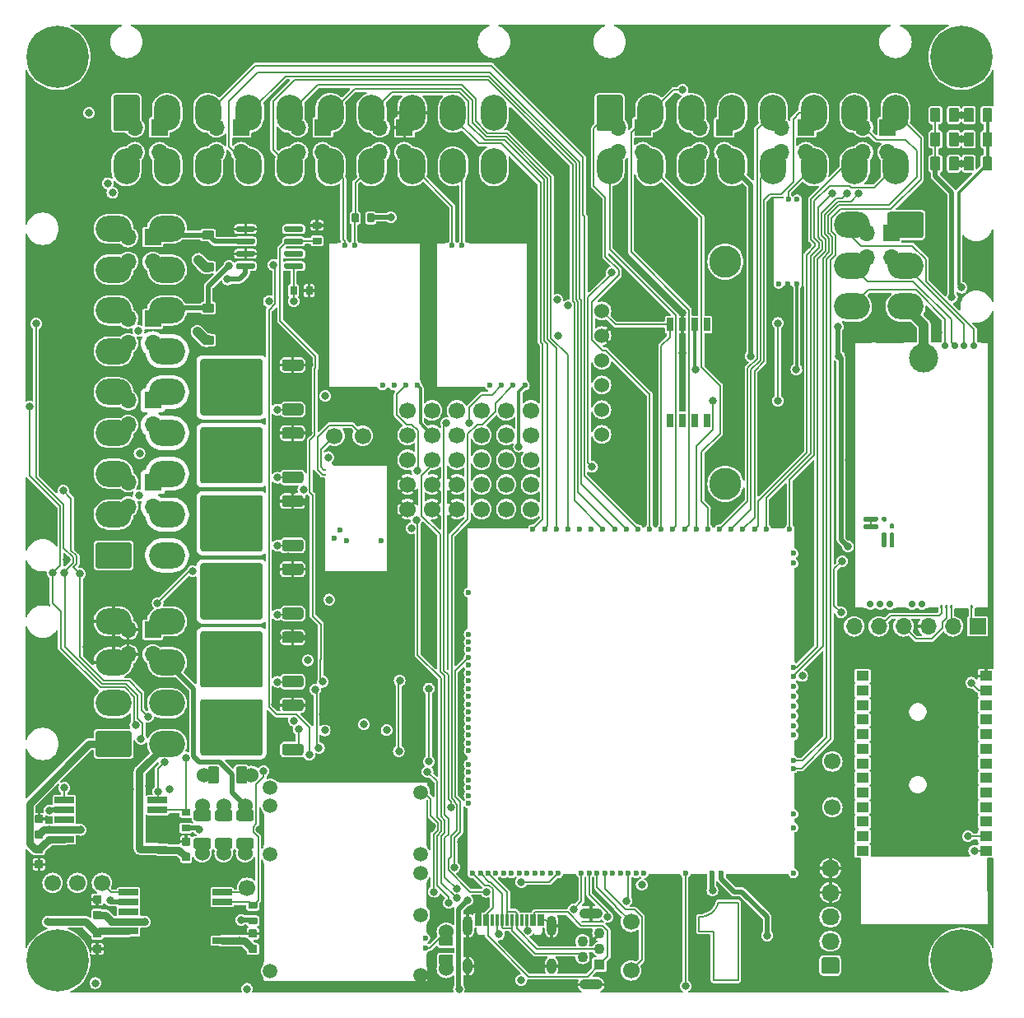
<source format=gtl>
G04 #@! TF.GenerationSoftware,KiCad,Pcbnew,7.0.11-7.0.11~ubuntu22.04.1*
G04 #@! TF.CreationDate,2024-04-05T19:12:00+00:00*
G04 #@! TF.ProjectId,uaefi,75616566-692e-46b6-9963-61645f706362,C*
G04 #@! TF.SameCoordinates,Original*
G04 #@! TF.FileFunction,Copper,L1,Top*
G04 #@! TF.FilePolarity,Positive*
%FSLAX46Y46*%
G04 Gerber Fmt 4.6, Leading zero omitted, Abs format (unit mm)*
G04 Created by KiCad (PCBNEW 7.0.11-7.0.11~ubuntu22.04.1) date 2024-04-05 19:12:00*
%MOMM*%
%LPD*%
G01*
G04 APERTURE LIST*
G04 #@! TA.AperFunction,EtchedComponent*
%ADD10C,0.200000*%
G04 #@! TD*
G04 #@! TA.AperFunction,ComponentPad*
%ADD11R,1.700000X1.700000*%
G04 #@! TD*
G04 #@! TA.AperFunction,ComponentPad*
%ADD12O,1.700000X1.700000*%
G04 #@! TD*
G04 #@! TA.AperFunction,ComponentPad*
%ADD13O,2.700000X3.700000*%
G04 #@! TD*
G04 #@! TA.AperFunction,ComponentPad*
%ADD14C,1.700000*%
G04 #@! TD*
G04 #@! TA.AperFunction,ComponentPad*
%ADD15C,0.700000*%
G04 #@! TD*
G04 #@! TA.AperFunction,SMDPad,CuDef*
%ADD16C,3.000000*%
G04 #@! TD*
G04 #@! TA.AperFunction,SMDPad,CuDef*
%ADD17R,3.000000X0.250000*%
G04 #@! TD*
G04 #@! TA.AperFunction,SMDPad,CuDef*
%ADD18R,1.100000X0.250000*%
G04 #@! TD*
G04 #@! TA.AperFunction,SMDPad,CuDef*
%ADD19R,0.980000X0.250000*%
G04 #@! TD*
G04 #@! TA.AperFunction,SMDPad,CuDef*
%ADD20R,1.450000X0.250000*%
G04 #@! TD*
G04 #@! TA.AperFunction,SMDPad,CuDef*
%ADD21R,0.250000X27.600000*%
G04 #@! TD*
G04 #@! TA.AperFunction,SMDPad,CuDef*
%ADD22R,1.950000X0.250000*%
G04 #@! TD*
G04 #@! TA.AperFunction,SMDPad,CuDef*
%ADD23R,0.950000X0.250000*%
G04 #@! TD*
G04 #@! TA.AperFunction,ComponentPad*
%ADD24C,0.800000*%
G04 #@! TD*
G04 #@! TA.AperFunction,ComponentPad*
%ADD25C,6.400000*%
G04 #@! TD*
G04 #@! TA.AperFunction,ComponentPad*
%ADD26C,1.524000*%
G04 #@! TD*
G04 #@! TA.AperFunction,ComponentPad*
%ADD27O,1.850000X1.700000*%
G04 #@! TD*
G04 #@! TA.AperFunction,ComponentPad*
%ADD28C,0.600000*%
G04 #@! TD*
G04 #@! TA.AperFunction,SMDPad,CuDef*
%ADD29R,6.185000X0.250000*%
G04 #@! TD*
G04 #@! TA.AperFunction,SMDPad,CuDef*
%ADD30R,1.115000X0.250000*%
G04 #@! TD*
G04 #@! TA.AperFunction,SMDPad,CuDef*
%ADD31R,0.250000X14.275000*%
G04 #@! TD*
G04 #@! TA.AperFunction,SMDPad,CuDef*
%ADD32R,0.250000X15.100000*%
G04 #@! TD*
G04 #@! TA.AperFunction,SMDPad,CuDef*
%ADD33R,5.175000X0.250000*%
G04 #@! TD*
G04 #@! TA.AperFunction,ComponentPad*
%ADD34R,1.100000X1.100000*%
G04 #@! TD*
G04 #@! TA.AperFunction,ComponentPad*
%ADD35C,1.100000*%
G04 #@! TD*
G04 #@! TA.AperFunction,ComponentPad*
%ADD36O,2.400000X1.100000*%
G04 #@! TD*
G04 #@! TA.AperFunction,SMDPad,CuDef*
%ADD37O,1.225000X0.200000*%
G04 #@! TD*
G04 #@! TA.AperFunction,SMDPad,CuDef*
%ADD38O,0.200000X9.300000*%
G04 #@! TD*
G04 #@! TA.AperFunction,ComponentPad*
%ADD39C,1.500000*%
G04 #@! TD*
G04 #@! TA.AperFunction,SMDPad,CuDef*
%ADD40O,0.200000X3.300000*%
G04 #@! TD*
G04 #@! TA.AperFunction,SMDPad,CuDef*
%ADD41O,0.200000X10.200000*%
G04 #@! TD*
G04 #@! TA.AperFunction,SMDPad,CuDef*
%ADD42O,0.200000X0.300000*%
G04 #@! TD*
G04 #@! TA.AperFunction,SMDPad,CuDef*
%ADD43O,17.000000X0.200000*%
G04 #@! TD*
G04 #@! TA.AperFunction,SMDPad,CuDef*
%ADD44O,15.400000X0.200000*%
G04 #@! TD*
G04 #@! TA.AperFunction,SMDPad,CuDef*
%ADD45O,0.200000X4.800000*%
G04 #@! TD*
G04 #@! TA.AperFunction,SMDPad,CuDef*
%ADD46O,0.200000X2.600000*%
G04 #@! TD*
G04 #@! TA.AperFunction,SMDPad,CuDef*
%ADD47O,0.200000X1.000000*%
G04 #@! TD*
G04 #@! TA.AperFunction,SMDPad,CuDef*
%ADD48O,0.200000X1.500000*%
G04 #@! TD*
G04 #@! TA.AperFunction,SMDPad,CuDef*
%ADD49O,5.669999X0.200000*%
G04 #@! TD*
G04 #@! TA.AperFunction,SMDPad,CuDef*
%ADD50O,0.200000X11.100001*%
G04 #@! TD*
G04 #@! TA.AperFunction,SMDPad,CuDef*
%ADD51O,0.399999X9.800001*%
G04 #@! TD*
G04 #@! TA.AperFunction,SMDPad,CuDef*
%ADD52O,0.250000X0.499999*%
G04 #@! TD*
G04 #@! TA.AperFunction,SMDPad,CuDef*
%ADD53O,6.799999X0.200000*%
G04 #@! TD*
G04 #@! TA.AperFunction,SMDPad,CuDef*
%ADD54O,0.499999X0.250000*%
G04 #@! TD*
G04 #@! TA.AperFunction,ComponentPad*
%ADD55C,0.599999*%
G04 #@! TD*
G04 #@! TA.AperFunction,ComponentPad*
%ADD56O,3.700000X2.700000*%
G04 #@! TD*
G04 #@! TA.AperFunction,SMDPad,CuDef*
%ADD57R,1.300000X1.000000*%
G04 #@! TD*
G04 #@! TA.AperFunction,SMDPad,CuDef*
%ADD58R,2.000000X0.650000*%
G04 #@! TD*
G04 #@! TA.AperFunction,SMDPad,CuDef*
%ADD59R,4.500000X8.100000*%
G04 #@! TD*
G04 #@! TA.AperFunction,SMDPad,CuDef*
%ADD60R,0.200000X3.700000*%
G04 #@! TD*
G04 #@! TA.AperFunction,SMDPad,CuDef*
%ADD61R,0.200000X0.400000*%
G04 #@! TD*
G04 #@! TA.AperFunction,SMDPad,CuDef*
%ADD62R,0.200000X1.600000*%
G04 #@! TD*
G04 #@! TA.AperFunction,SMDPad,CuDef*
%ADD63R,0.200000X9.700000*%
G04 #@! TD*
G04 #@! TA.AperFunction,SMDPad,CuDef*
%ADD64R,0.200000X2.300000*%
G04 #@! TD*
G04 #@! TA.AperFunction,SMDPad,CuDef*
%ADD65R,1.400000X0.200000*%
G04 #@! TD*
G04 #@! TA.AperFunction,SMDPad,CuDef*
%ADD66R,6.400000X0.200000*%
G04 #@! TD*
G04 #@! TA.AperFunction,SMDPad,CuDef*
%ADD67R,1.700000X0.200000*%
G04 #@! TD*
G04 #@! TA.AperFunction,SMDPad,CuDef*
%ADD68R,3.300000X0.200000*%
G04 #@! TD*
G04 #@! TA.AperFunction,SMDPad,CuDef*
%ADD69R,0.200000X7.000000*%
G04 #@! TD*
G04 #@! TA.AperFunction,SMDPad,CuDef*
%ADD70R,0.200000X3.300000*%
G04 #@! TD*
G04 #@! TA.AperFunction,SMDPad,CuDef*
%ADD71R,0.200000X6.300000*%
G04 #@! TD*
G04 #@! TA.AperFunction,SMDPad,CuDef*
%ADD72R,0.300000X1.150000*%
G04 #@! TD*
G04 #@! TA.AperFunction,ComponentPad*
%ADD73O,1.000000X2.100000*%
G04 #@! TD*
G04 #@! TA.AperFunction,ComponentPad*
%ADD74O,1.000000X1.600000*%
G04 #@! TD*
G04 #@! TA.AperFunction,ComponentPad*
%ADD75C,3.302000*%
G04 #@! TD*
G04 #@! TA.AperFunction,SMDPad,CuDef*
%ADD76R,0.690000X1.350000*%
G04 #@! TD*
G04 #@! TA.AperFunction,ViaPad*
%ADD77C,0.800000*%
G04 #@! TD*
G04 #@! TA.AperFunction,Conductor*
%ADD78C,0.200000*%
G04 #@! TD*
G04 #@! TA.AperFunction,Conductor*
%ADD79C,0.800000*%
G04 #@! TD*
G04 #@! TA.AperFunction,Conductor*
%ADD80C,0.300000*%
G04 #@! TD*
G04 #@! TA.AperFunction,Conductor*
%ADD81C,1.000000*%
G04 #@! TD*
G04 #@! TA.AperFunction,Conductor*
%ADD82C,0.500000*%
G04 #@! TD*
G04 #@! TA.AperFunction,Conductor*
%ADD83C,0.150000*%
G04 #@! TD*
G04 APERTURE END LIST*
D10*
G04 #@! TO.C,G2*
X69500000Y6500000D02*
X69500000Y8000000D01*
X69500000Y6500000D02*
X71000000Y6500000D01*
X71000000Y6500000D02*
X71000000Y1500000D01*
X71000000Y1500000D02*
X73500000Y1500000D01*
X73500000Y9500000D02*
X71500000Y9500000D01*
X73500000Y1500000D02*
X73500000Y9500000D01*
X69500000Y8000000D02*
G75*
G03*
X71499999Y9500000I78399J1978801D01*
G01*
G04 #@! TD*
G04 #@! TO.P,R40,1*
G04 #@! TO.N,/IN_BUTTON3*
G04 #@! TA.AperFunction,SMDPad,CuDef*
G36*
G01*
X96749999Y84875000D02*
X96749999Y86125000D01*
G75*
G02*
X96849999Y86225000I100000J0D01*
G01*
X97649999Y86225000D01*
G75*
G02*
X97749999Y86125000I0J-100000D01*
G01*
X97749999Y84875000D01*
G75*
G02*
X97649999Y84775000I-100000J0D01*
G01*
X96849999Y84775000D01*
G75*
G02*
X96749999Y84875000I0J100000D01*
G01*
G37*
G04 #@! TD.AperFunction*
G04 #@! TO.P,R40,2*
G04 #@! TO.N,+5VA*
G04 #@! TA.AperFunction,SMDPad,CuDef*
G36*
G01*
X98650021Y84875000D02*
X98650021Y86125000D01*
G75*
G02*
X98750021Y86225000I100000J0D01*
G01*
X99550021Y86225000D01*
G75*
G02*
X99650021Y86125000I0J-100000D01*
G01*
X99650021Y84875000D01*
G75*
G02*
X99550021Y84775000I-100000J0D01*
G01*
X98750021Y84775000D01*
G75*
G02*
X98650021Y84875000I0J100000D01*
G01*
G37*
G04 #@! TD.AperFunction*
G04 #@! TD*
G04 #@! TO.P,U7,1,IN1*
G04 #@! TO.N,/LS1*
G04 #@! TA.AperFunction,SMDPad,CuDef*
G36*
G01*
X28775000Y75110000D02*
X28775000Y74810000D01*
G75*
G02*
X28625000Y74660000I-150000J0D01*
G01*
X26975000Y74660000D01*
G75*
G02*
X26825000Y74810000I0J150000D01*
G01*
X26825000Y75110000D01*
G75*
G02*
X26975000Y75260000I150000J0D01*
G01*
X28625000Y75260000D01*
G75*
G02*
X28775000Y75110000I0J-150000D01*
G01*
G37*
G04 #@! TD.AperFunction*
G04 #@! TO.P,U7,2,STATUS1*
G04 #@! TO.N,unconnected-(U7-STATUS1-Pad2)*
G04 #@! TA.AperFunction,SMDPad,CuDef*
G36*
G01*
X28775000Y76380000D02*
X28775000Y76080000D01*
G75*
G02*
X28625000Y75930000I-150000J0D01*
G01*
X26975000Y75930000D01*
G75*
G02*
X26825000Y76080000I0J150000D01*
G01*
X26825000Y76380000D01*
G75*
G02*
X26975000Y76530000I150000J0D01*
G01*
X28625000Y76530000D01*
G75*
G02*
X28775000Y76380000I0J-150000D01*
G01*
G37*
G04 #@! TD.AperFunction*
G04 #@! TO.P,U7,3,IN2*
G04 #@! TO.N,/LS2*
G04 #@! TA.AperFunction,SMDPad,CuDef*
G36*
G01*
X28775000Y77650000D02*
X28775000Y77350000D01*
G75*
G02*
X28625000Y77200000I-150000J0D01*
G01*
X26975000Y77200000D01*
G75*
G02*
X26825000Y77350000I0J150000D01*
G01*
X26825000Y77650000D01*
G75*
G02*
X26975000Y77800000I150000J0D01*
G01*
X28625000Y77800000D01*
G75*
G02*
X28775000Y77650000I0J-150000D01*
G01*
G37*
G04 #@! TD.AperFunction*
G04 #@! TO.P,U7,4,STATUS2*
G04 #@! TO.N,unconnected-(U7-STATUS2-Pad4)*
G04 #@! TA.AperFunction,SMDPad,CuDef*
G36*
G01*
X28775000Y78920000D02*
X28775000Y78620000D01*
G75*
G02*
X28625000Y78470000I-150000J0D01*
G01*
X26975000Y78470000D01*
G75*
G02*
X26825000Y78620000I0J150000D01*
G01*
X26825000Y78920000D01*
G75*
G02*
X26975000Y79070000I150000J0D01*
G01*
X28625000Y79070000D01*
G75*
G02*
X28775000Y78920000I0J-150000D01*
G01*
G37*
G04 #@! TD.AperFunction*
G04 #@! TO.P,U7,5,S2*
G04 #@! TO.N,GND*
G04 #@! TA.AperFunction,SMDPad,CuDef*
G36*
G01*
X23825000Y78920000D02*
X23825000Y78620000D01*
G75*
G02*
X23675000Y78470000I-150000J0D01*
G01*
X22025000Y78470000D01*
G75*
G02*
X21875000Y78620000I0J150000D01*
G01*
X21875000Y78920000D01*
G75*
G02*
X22025000Y79070000I150000J0D01*
G01*
X23675000Y79070000D01*
G75*
G02*
X23825000Y78920000I0J-150000D01*
G01*
G37*
G04 #@! TD.AperFunction*
G04 #@! TO.P,U7,6,D2*
G04 #@! TO.N,/OUT_LS2*
G04 #@! TA.AperFunction,SMDPad,CuDef*
G36*
G01*
X23825000Y77650000D02*
X23825000Y77350000D01*
G75*
G02*
X23675000Y77200000I-150000J0D01*
G01*
X22025000Y77200000D01*
G75*
G02*
X21875000Y77350000I0J150000D01*
G01*
X21875000Y77650000D01*
G75*
G02*
X22025000Y77800000I150000J0D01*
G01*
X23675000Y77800000D01*
G75*
G02*
X23825000Y77650000I0J-150000D01*
G01*
G37*
G04 #@! TD.AperFunction*
G04 #@! TO.P,U7,7,S1*
G04 #@! TO.N,GND*
G04 #@! TA.AperFunction,SMDPad,CuDef*
G36*
G01*
X23825000Y76380000D02*
X23825000Y76080000D01*
G75*
G02*
X23675000Y75930000I-150000J0D01*
G01*
X22025000Y75930000D01*
G75*
G02*
X21875000Y76080000I0J150000D01*
G01*
X21875000Y76380000D01*
G75*
G02*
X22025000Y76530000I150000J0D01*
G01*
X23675000Y76530000D01*
G75*
G02*
X23825000Y76380000I0J-150000D01*
G01*
G37*
G04 #@! TD.AperFunction*
G04 #@! TO.P,U7,8,D1*
G04 #@! TO.N,/OUT_LS1*
G04 #@! TA.AperFunction,SMDPad,CuDef*
G36*
G01*
X23825000Y75110000D02*
X23825000Y74810000D01*
G75*
G02*
X23675000Y74660000I-150000J0D01*
G01*
X22025000Y74660000D01*
G75*
G02*
X21875000Y74810000I0J150000D01*
G01*
X21875000Y75110000D01*
G75*
G02*
X22025000Y75260000I150000J0D01*
G01*
X23675000Y75260000D01*
G75*
G02*
X23825000Y75110000I0J-150000D01*
G01*
G37*
G04 #@! TD.AperFunction*
G04 #@! TD*
G04 #@! TO.P,C24,1*
G04 #@! TO.N,GND*
G04 #@! TA.AperFunction,SMDPad,CuDef*
G36*
G01*
X7260000Y10215001D02*
X7940000Y10215001D01*
G75*
G02*
X8025000Y10130001I0J-85000D01*
G01*
X8025000Y9450001D01*
G75*
G02*
X7940000Y9365001I-85000J0D01*
G01*
X7260000Y9365001D01*
G75*
G02*
X7175000Y9450001I0J85000D01*
G01*
X7175000Y10130001D01*
G75*
G02*
X7260000Y10215001I85000J0D01*
G01*
G37*
G04 #@! TD.AperFunction*
G04 #@! TO.P,C24,2*
G04 #@! TO.N,/DC Driver 2/PWR*
G04 #@! TA.AperFunction,SMDPad,CuDef*
G36*
G01*
X7260000Y8634999D02*
X7940000Y8634999D01*
G75*
G02*
X8025000Y8549999I0J-85000D01*
G01*
X8025000Y7869999D01*
G75*
G02*
X7940000Y7784999I-85000J0D01*
G01*
X7260000Y7784999D01*
G75*
G02*
X7175000Y7869999I0J85000D01*
G01*
X7175000Y8549999D01*
G75*
G02*
X7260000Y8634999I85000J0D01*
G01*
G37*
G04 #@! TD.AperFunction*
G04 #@! TD*
G04 #@! TO.P,R39,1*
G04 #@! TO.N,/IN_BUTTON2*
G04 #@! TA.AperFunction,SMDPad,CuDef*
G36*
G01*
X96749999Y87375000D02*
X96749999Y88625000D01*
G75*
G02*
X96849999Y88725000I100000J0D01*
G01*
X97649999Y88725000D01*
G75*
G02*
X97749999Y88625000I0J-100000D01*
G01*
X97749999Y87375000D01*
G75*
G02*
X97649999Y87275000I-100000J0D01*
G01*
X96849999Y87275000D01*
G75*
G02*
X96749999Y87375000I0J100000D01*
G01*
G37*
G04 #@! TD.AperFunction*
G04 #@! TO.P,R39,2*
G04 #@! TO.N,+5VA*
G04 #@! TA.AperFunction,SMDPad,CuDef*
G36*
G01*
X98650021Y87375000D02*
X98650021Y88625000D01*
G75*
G02*
X98750021Y88725000I100000J0D01*
G01*
X99550021Y88725000D01*
G75*
G02*
X99650021Y88625000I0J-100000D01*
G01*
X99650021Y87375000D01*
G75*
G02*
X99550021Y87275000I-100000J0D01*
G01*
X98750021Y87275000D01*
G75*
G02*
X98650021Y87375000I0J100000D01*
G01*
G37*
G04 #@! TD.AperFunction*
G04 #@! TD*
G04 #@! TO.P,Q10,1,G*
G04 #@! TO.N,Net-(Q10-G)*
G04 #@! TA.AperFunction,SMDPad,CuDef*
G36*
G01*
X28800000Y39570000D02*
X28800000Y38870000D01*
G75*
G02*
X28550000Y38620000I-250000J0D01*
G01*
X26850000Y38620000D01*
G75*
G02*
X26600000Y38870000I0J250000D01*
G01*
X26600000Y39570000D01*
G75*
G02*
X26850000Y39820000I250000J0D01*
G01*
X28550000Y39820000D01*
G75*
G02*
X28800000Y39570000I0J-250000D01*
G01*
G37*
G04 #@! TD.AperFunction*
G04 #@! TO.P,Q10,2,C*
G04 #@! TO.N,/OUT_IGN4*
G04 #@! TA.AperFunction,SMDPad,CuDef*
G36*
G01*
X24600000Y41100000D02*
X24600000Y38850000D01*
G75*
G02*
X24350000Y38600000I-250000J0D01*
G01*
X21800000Y38600000D01*
G75*
G02*
X21550000Y38850000I0J250000D01*
G01*
X21550000Y41100000D01*
G75*
G02*
X21800000Y41350000I250000J0D01*
G01*
X24350000Y41350000D01*
G75*
G02*
X24600000Y41100000I0J-250000D01*
G01*
G37*
G04 #@! TD.AperFunction*
G04 #@! TA.AperFunction,SMDPad,CuDef*
G36*
G01*
X24600000Y44150000D02*
X24600000Y41900000D01*
G75*
G02*
X24350000Y41650000I-250000J0D01*
G01*
X21800000Y41650000D01*
G75*
G02*
X21550000Y41900000I0J250000D01*
G01*
X21550000Y44150000D01*
G75*
G02*
X21800000Y44400000I250000J0D01*
G01*
X24350000Y44400000D01*
G75*
G02*
X24600000Y44150000I0J-250000D01*
G01*
G37*
G04 #@! TD.AperFunction*
G04 #@! TA.AperFunction,SMDPad,CuDef*
G36*
G01*
X24600000Y44150003D02*
X24600000Y38849997D01*
G75*
G02*
X24350003Y38600000I-249997J0D01*
G01*
X18449997Y38600000D01*
G75*
G02*
X18200000Y38849997I0J249997D01*
G01*
X18200000Y44150003D01*
G75*
G02*
X18449997Y44400000I249997J0D01*
G01*
X24350003Y44400000D01*
G75*
G02*
X24600000Y44150003I0J-249997D01*
G01*
G37*
G04 #@! TD.AperFunction*
G04 #@! TA.AperFunction,SMDPad,CuDef*
G36*
G01*
X21250000Y41100000D02*
X21250000Y38850000D01*
G75*
G02*
X21000000Y38600000I-250000J0D01*
G01*
X18450000Y38600000D01*
G75*
G02*
X18200000Y38850000I0J250000D01*
G01*
X18200000Y41100000D01*
G75*
G02*
X18450000Y41350000I250000J0D01*
G01*
X21000000Y41350000D01*
G75*
G02*
X21250000Y41100000I0J-250000D01*
G01*
G37*
G04 #@! TD.AperFunction*
G04 #@! TA.AperFunction,SMDPad,CuDef*
G36*
G01*
X21250000Y44150000D02*
X21250000Y41900000D01*
G75*
G02*
X21000000Y41650000I-250000J0D01*
G01*
X18450000Y41650000D01*
G75*
G02*
X18200000Y41900000I0J250000D01*
G01*
X18200000Y44150000D01*
G75*
G02*
X18450000Y44400000I250000J0D01*
G01*
X21000000Y44400000D01*
G75*
G02*
X21250000Y44150000I0J-250000D01*
G01*
G37*
G04 #@! TD.AperFunction*
G04 #@! TO.P,Q10,3,E*
G04 #@! TO.N,GND*
G04 #@! TA.AperFunction,SMDPad,CuDef*
G36*
G01*
X28800000Y44130000D02*
X28800000Y43430000D01*
G75*
G02*
X28550000Y43180000I-250000J0D01*
G01*
X26850000Y43180000D01*
G75*
G02*
X26600000Y43430000I0J250000D01*
G01*
X26600000Y44130000D01*
G75*
G02*
X26850000Y44380000I250000J0D01*
G01*
X28550000Y44380000D01*
G75*
G02*
X28800000Y44130000I0J-250000D01*
G01*
G37*
G04 #@! TD.AperFunction*
G04 #@! TD*
D11*
G04 #@! TO.P,J21,1,Pin_1*
G04 #@! TO.N,/OUT_IGN3*
X13315000Y52750000D03*
D12*
G04 #@! TO.P,J21,2,Pin_2*
G04 #@! TO.N,/OUT_INJ4*
X10775000Y52750000D03*
G04 #@! TO.P,J21,3,Pin_3*
G04 #@! TO.N,/OUT_IGN4*
X13315000Y50210000D03*
G04 #@! TO.P,J21,4,Pin_4*
G04 #@! TO.N,/OUT_INJ5*
X10775000Y50210000D03*
G04 #@! TD*
G04 #@! TO.P,J10,1,Pin_1*
G04 #@! TO.N,/IN_AUX1*
G04 #@! TA.AperFunction,ComponentPad*
G36*
G01*
X58950000Y89125001D02*
X58950000Y92324999D01*
G75*
G02*
X59200001Y92575000I250001J0D01*
G01*
X61399999Y92575000D01*
G75*
G02*
X61650000Y92324999I0J-250001D01*
G01*
X61650000Y89125001D01*
G75*
G02*
X61399999Y88875000I-250001J0D01*
G01*
X59200001Y88875000D01*
G75*
G02*
X58950000Y89125001I0J250001D01*
G01*
G37*
G04 #@! TD.AperFunction*
D13*
G04 #@! TO.P,J10,2,Pin_2*
G04 #@! TO.N,/IN_BUTTON1*
X64500000Y90725000D03*
G04 #@! TO.P,J10,3,Pin_3*
G04 #@! TO.N,+5VP*
X68700000Y90725000D03*
G04 #@! TO.P,J10,4,Pin_4*
X72900000Y90725000D03*
G04 #@! TO.P,J10,5,Pin_5*
G04 #@! TO.N,/IN_FLEX*
X77100000Y90725000D03*
G04 #@! TO.P,J10,6,Pin_6*
G04 #@! TO.N,/IN_PPS1*
X81300000Y90725000D03*
G04 #@! TO.P,J10,7,Pin_7*
G04 #@! TO.N,/CAN+*
X85500000Y90725000D03*
G04 #@! TO.P,J10,8,Pin_8*
G04 #@! TO.N,/CAN-*
X89700000Y90725000D03*
G04 #@! TO.P,J10,9,Pin_9*
G04 #@! TO.N,/IN_MAP*
X60300000Y85225000D03*
G04 #@! TO.P,J10,10,Pin_10*
G04 #@! TO.N,/IN_BUTTON2*
X64500000Y85225000D03*
G04 #@! TO.P,J10,11,Pin_11*
G04 #@! TO.N,GNDA*
X68700000Y85225000D03*
G04 #@! TO.P,J10,12,Pin_12*
X72900000Y85225000D03*
G04 #@! TO.P,J10,13,Pin_13*
G04 #@! TO.N,/IN_TPS1*
X77100000Y85225000D03*
G04 #@! TO.P,J10,14,Pin_14*
G04 #@! TO.N,/IN_KNOCK_RAW*
X81300000Y85225000D03*
G04 #@! TO.P,J10,15,Pin_15*
G04 #@! TO.N,/IN_IAT*
X85500000Y85225000D03*
G04 #@! TO.P,J10,16,Pin_16*
G04 #@! TO.N,/IN_CLT*
X89700000Y85225000D03*
G04 #@! TD*
D14*
G04 #@! TO.P,P8,1,Pin_1*
G04 #@! TO.N,Net-(M6-UART2_TX_(PD5))*
X83200000Y19300000D03*
G04 #@! TD*
D11*
G04 #@! TO.P,J20,1,Pin_1*
G04 #@! TO.N,/OUT_IGN2*
X13315000Y61150000D03*
D12*
G04 #@! TO.P,J20,2,Pin_2*
G04 #@! TO.N,/OUT_INJ2*
X10775000Y61150000D03*
G04 #@! TO.P,J20,3,Pin_3*
G04 #@! TO.N,/OUT_IGN5*
X13315000Y58610000D03*
G04 #@! TO.P,J20,4,Pin_4*
G04 #@! TO.N,/OUT_INJ3*
X10775000Y58610000D03*
G04 #@! TD*
D15*
G04 #@! TO.P,M5,E1,LSU_Un*
G04 #@! TO.N,/WBO_Un*
X97775000Y66750000D03*
G04 #@! TO.P,M5,E2,LSU_Vm*
G04 #@! TO.N,/WBO_Vm*
X94775000Y66750000D03*
G04 #@! TO.P,M5,E3,LSU_Ip*
G04 #@! TO.N,/WBO_Ip*
X95775000Y66750000D03*
G04 #@! TO.P,M5,E4,LSU_Rtrim*
G04 #@! TO.N,/WBO_Rtrim*
X96775000Y66750000D03*
D16*
G04 #@! TO.P,M5,E5,LSU_H+*
G04 #@! TO.N,/WBO_Heater*
X92625000Y65500000D03*
D17*
G04 #@! TO.P,M5,E6,LSU_H-*
G04 #@! TO.N,GND*
X89125000Y67125000D03*
D18*
G04 #@! TO.P,M5,G,GND*
X85925000Y39775000D03*
D19*
X90265000Y39775000D03*
X93565000Y39775000D03*
D20*
X98650000Y39775000D03*
D21*
X85500000Y53450000D03*
X99250000Y53450000D03*
D22*
X86350000Y67125000D03*
D23*
X98900000Y67125000D03*
G04 #@! TO.P,M5,J1,SEL1*
G04 #@! TO.N,Net-(M5-PULL_DOWN1)*
G04 #@! TA.AperFunction,SMDPad,CuDef*
G36*
G01*
X86525000Y49200000D02*
X87775000Y49200000D01*
G75*
G02*
X87900000Y49075000I0J-125000D01*
G01*
X87900000Y48825000D01*
G75*
G02*
X87775000Y48700000I-125000J0D01*
G01*
X86525000Y48700000D01*
G75*
G02*
X86400000Y48825000I0J125000D01*
G01*
X86400000Y49075000D01*
G75*
G02*
X86525000Y49200000I125000J0D01*
G01*
G37*
G04 #@! TD.AperFunction*
G04 #@! TO.P,M5,J2,SEL2*
G04 #@! TO.N,unconnected-(M5-SEL2-PadJ2)*
G04 #@! TA.AperFunction,SMDPad,CuDef*
G36*
G01*
X89200000Y47525000D02*
X89450000Y47525000D01*
G75*
G02*
X89575000Y47400000I0J-125000D01*
G01*
X89575000Y46150000D01*
G75*
G02*
X89450000Y46025000I-125000J0D01*
G01*
X89200000Y46025000D01*
G75*
G02*
X89075000Y46150000I0J125000D01*
G01*
X89075000Y47400000D01*
G75*
G02*
X89200000Y47525000I125000J0D01*
G01*
G37*
G04 #@! TD.AperFunction*
G04 #@! TO.P,M5,J_GND1,PULL_DOWN1*
G04 #@! TO.N,Net-(M5-PULL_DOWN1)*
G04 #@! TA.AperFunction,SMDPad,CuDef*
G36*
G01*
X86525000Y48400000D02*
X87775000Y48400000D01*
G75*
G02*
X87900000Y48275000I0J-125000D01*
G01*
X87900000Y48025000D01*
G75*
G02*
X87775000Y47900000I-125000J0D01*
G01*
X86525000Y47900000D01*
G75*
G02*
X86400000Y48025000I0J125000D01*
G01*
X86400000Y48275000D01*
G75*
G02*
X86525000Y48400000I125000J0D01*
G01*
G37*
G04 #@! TD.AperFunction*
G04 #@! TO.P,M5,J_GND2,PULL_DOWN2*
G04 #@! TO.N,unconnected-(M5-PULL_DOWN2-PadJ_GND2)*
G04 #@! TA.AperFunction,SMDPad,CuDef*
G36*
G01*
X89075000Y48075000D02*
X89075000Y48325000D01*
G75*
G02*
X89200000Y48450000I125000J0D01*
G01*
X89450000Y48450000D01*
G75*
G02*
X89575000Y48325000I0J-125000D01*
G01*
X89575000Y48075000D01*
G75*
G02*
X89450000Y47950000I-125000J0D01*
G01*
X89200000Y47950000D01*
G75*
G02*
X89075000Y48075000I0J125000D01*
G01*
G37*
G04 #@! TD.AperFunction*
G04 #@! TO.P,M5,J_VCC1,PULL_UP1*
G04 #@! TO.N,unconnected-(M5-PULL_UP1-PadJ_VCC1)*
G04 #@! TA.AperFunction,SMDPad,CuDef*
G36*
G01*
X88400000Y49200000D02*
X88650000Y49200000D01*
G75*
G02*
X88775000Y49075000I0J-125000D01*
G01*
X88775000Y48825000D01*
G75*
G02*
X88650000Y48700000I-125000J0D01*
G01*
X88400000Y48700000D01*
G75*
G02*
X88275000Y48825000I0J125000D01*
G01*
X88275000Y49075000D01*
G75*
G02*
X88400000Y49200000I125000J0D01*
G01*
G37*
G04 #@! TD.AperFunction*
G04 #@! TO.P,M5,J_VCC2,PULL_UP2*
G04 #@! TO.N,unconnected-(M5-PULL_UP2-PadJ_VCC2)*
G04 #@! TA.AperFunction,SMDPad,CuDef*
G36*
G01*
X88400000Y47525000D02*
X88650000Y47525000D01*
G75*
G02*
X88775000Y47400000I0J-125000D01*
G01*
X88775000Y46150000D01*
G75*
G02*
X88650000Y46025000I-125000J0D01*
G01*
X88400000Y46025000D01*
G75*
G02*
X88275000Y46150000I0J125000D01*
G01*
X88275000Y47400000D01*
G75*
G02*
X88400000Y47525000I125000J0D01*
G01*
G37*
G04 #@! TD.AperFunction*
D15*
G04 #@! TO.P,M5,W1,V5_IN*
G04 #@! TO.N,+5VA*
X88125000Y40158800D03*
G04 #@! TO.P,M5,W2,CAN_VIO*
G04 #@! TO.N,unconnected-(M5-CAN_VIO-PadW2)*
X89125000Y40158800D03*
G04 #@! TO.P,M5,W3,CANL*
G04 #@! TO.N,/CAN-*
X92421000Y40158800D03*
G04 #@! TO.P,M5,W4,CANH*
G04 #@! TO.N,/CAN+*
X91405000Y40158800D03*
G04 #@! TO.P,M5,W5,nReset*
G04 #@! TO.N,Net-(J6-Pin_5)*
G04 #@! TA.AperFunction,SMDPad,CuDef*
G36*
G01*
X94425000Y39650000D02*
X94425000Y39650000D01*
G75*
G02*
X94300000Y39775000I0J125000D01*
G01*
X94300000Y40025000D01*
G75*
G02*
X94425000Y40150000I125000J0D01*
G01*
X94425000Y40150000D01*
G75*
G02*
X94550000Y40025000I0J-125000D01*
G01*
X94550000Y39775000D01*
G75*
G02*
X94425000Y39650000I-125000J0D01*
G01*
G37*
G04 #@! TD.AperFunction*
G04 #@! TO.P,M5,W6,SWDIO*
G04 #@! TO.N,Net-(J6-Pin_4)*
G04 #@! TA.AperFunction,SMDPad,CuDef*
G36*
G01*
X94925000Y39650000D02*
X94925000Y39650000D01*
G75*
G02*
X94800000Y39775000I0J125000D01*
G01*
X94800000Y40025000D01*
G75*
G02*
X94925000Y40150000I125000J0D01*
G01*
X94925000Y40150000D01*
G75*
G02*
X95050000Y40025000I0J-125000D01*
G01*
X95050000Y39775000D01*
G75*
G02*
X94925000Y39650000I-125000J0D01*
G01*
G37*
G04 #@! TD.AperFunction*
G04 #@! TO.P,M5,W7,SWCLK*
G04 #@! TO.N,Net-(J6-Pin_2)*
G04 #@! TA.AperFunction,SMDPad,CuDef*
G36*
G01*
X95425000Y39650000D02*
X95425000Y39650000D01*
G75*
G02*
X95300000Y39775000I0J125000D01*
G01*
X95300000Y40025000D01*
G75*
G02*
X95425000Y40150000I125000J0D01*
G01*
X95425000Y40150000D01*
G75*
G02*
X95550000Y40025000I0J-125000D01*
G01*
X95550000Y39775000D01*
G75*
G02*
X95425000Y39650000I-125000J0D01*
G01*
G37*
G04 #@! TD.AperFunction*
G04 #@! TO.P,M5,W8,V33_OUT*
G04 #@! TO.N,Net-(J6-Pin_1)*
G04 #@! TA.AperFunction,SMDPad,CuDef*
G36*
G01*
X97525000Y39650000D02*
X97525000Y39650000D01*
G75*
G02*
X97400000Y39775000I0J125000D01*
G01*
X97400000Y40025000D01*
G75*
G02*
X97525000Y40150000I125000J0D01*
G01*
X97525000Y40150000D01*
G75*
G02*
X97650000Y40025000I0J-125000D01*
G01*
X97650000Y39775000D01*
G75*
G02*
X97525000Y39650000I-125000J0D01*
G01*
G37*
G04 #@! TD.AperFunction*
G04 #@! TO.P,M5,W9,VDDA*
G04 #@! TO.N,unconnected-(M5-VDDA-PadW9)*
X87125000Y40158800D03*
G04 #@! TD*
G04 #@! TO.P,J2,1,Pin_1*
G04 #@! TO.N,+5VP*
G04 #@! TA.AperFunction,ComponentPad*
G36*
G01*
X9250000Y89125001D02*
X9250000Y92324999D01*
G75*
G02*
X9500001Y92575000I250001J0D01*
G01*
X11699999Y92575000D01*
G75*
G02*
X11950000Y92324999I0J-250001D01*
G01*
X11950000Y89125001D01*
G75*
G02*
X11699999Y88875000I-250001J0D01*
G01*
X9500001Y88875000D01*
G75*
G02*
X9250000Y89125001I0J250001D01*
G01*
G37*
G04 #@! TD.AperFunction*
D13*
G04 #@! TO.P,J2,2,Pin_2*
X14800000Y90725000D03*
G04 #@! TO.P,J2,3,Pin_3*
G04 #@! TO.N,/IN_AUX2*
X19000000Y90725000D03*
G04 #@! TO.P,J2,4,Pin_4*
G04 #@! TO.N,/IN_PPS2*
X23200000Y90725000D03*
G04 #@! TO.P,J2,5,Pin_5*
G04 #@! TO.N,/IN_HALL1*
X27400000Y90725000D03*
G04 #@! TO.P,J2,6,Pin_6*
G04 #@! TO.N,/IN_HALL2*
X31600000Y90725000D03*
G04 #@! TO.P,J2,7,Pin_7*
G04 #@! TO.N,/IN_HALL3*
X35800000Y90725000D03*
G04 #@! TO.P,J2,8,Pin_8*
G04 #@! TO.N,GND*
X40000000Y90725000D03*
G04 #@! TO.P,J2,9,Pin_9*
G04 #@! TO.N,/IN_BUTTON3*
X44200000Y90725000D03*
G04 #@! TO.P,J2,10,Pin_10*
G04 #@! TO.N,/EGT+*
X48400000Y90725000D03*
G04 #@! TO.P,J2,11,Pin_11*
G04 #@! TO.N,GNDA*
X10600000Y85225000D03*
G04 #@! TO.P,J2,12,Pin_12*
X14800000Y85225000D03*
G04 #@! TO.P,J2,13,Pin_13*
X19000000Y85225000D03*
G04 #@! TO.P,J2,14,Pin_14*
G04 #@! TO.N,/IN_TPS2*
X23200000Y85225000D03*
G04 #@! TO.P,J2,15,Pin_15*
G04 #@! TO.N,/IN_AUX3*
X27400000Y85225000D03*
G04 #@! TO.P,J2,16,Pin_16*
G04 #@! TO.N,/VR_MAX9924+*
X31600000Y85225000D03*
G04 #@! TO.P,J2,17,Pin_17*
G04 #@! TO.N,/VR_MAX9924-*
X35800000Y85225000D03*
G04 #@! TO.P,J2,18,Pin_18*
G04 #@! TO.N,/VR_DISCRETE+*
X40000000Y85225000D03*
G04 #@! TO.P,J2,19,Pin_19*
G04 #@! TO.N,/VR_DISCRETE-*
X44200000Y85225000D03*
G04 #@! TO.P,J2,20,Pin_20*
G04 #@! TO.N,/EGT-*
X48400000Y85225000D03*
G04 #@! TD*
G04 #@! TO.P,Q7,1,G*
G04 #@! TO.N,Net-(Q7-G)*
G04 #@! TA.AperFunction,SMDPad,CuDef*
G36*
G01*
X28800000Y60570000D02*
X28800000Y59870000D01*
G75*
G02*
X28550000Y59620000I-250000J0D01*
G01*
X26850000Y59620000D01*
G75*
G02*
X26600000Y59870000I0J250000D01*
G01*
X26600000Y60570000D01*
G75*
G02*
X26850000Y60820000I250000J0D01*
G01*
X28550000Y60820000D01*
G75*
G02*
X28800000Y60570000I0J-250000D01*
G01*
G37*
G04 #@! TD.AperFunction*
G04 #@! TO.P,Q7,2,C*
G04 #@! TO.N,/OUT_IGN1*
G04 #@! TA.AperFunction,SMDPad,CuDef*
G36*
G01*
X24600000Y62100000D02*
X24600000Y59850000D01*
G75*
G02*
X24350000Y59600000I-250000J0D01*
G01*
X21800000Y59600000D01*
G75*
G02*
X21550000Y59850000I0J250000D01*
G01*
X21550000Y62100000D01*
G75*
G02*
X21800000Y62350000I250000J0D01*
G01*
X24350000Y62350000D01*
G75*
G02*
X24600000Y62100000I0J-250000D01*
G01*
G37*
G04 #@! TD.AperFunction*
G04 #@! TA.AperFunction,SMDPad,CuDef*
G36*
G01*
X24600000Y65150000D02*
X24600000Y62900000D01*
G75*
G02*
X24350000Y62650000I-250000J0D01*
G01*
X21800000Y62650000D01*
G75*
G02*
X21550000Y62900000I0J250000D01*
G01*
X21550000Y65150000D01*
G75*
G02*
X21800000Y65400000I250000J0D01*
G01*
X24350000Y65400000D01*
G75*
G02*
X24600000Y65150000I0J-250000D01*
G01*
G37*
G04 #@! TD.AperFunction*
G04 #@! TA.AperFunction,SMDPad,CuDef*
G36*
G01*
X24600000Y65150003D02*
X24600000Y59849997D01*
G75*
G02*
X24350003Y59600000I-249997J0D01*
G01*
X18449997Y59600000D01*
G75*
G02*
X18200000Y59849997I0J249997D01*
G01*
X18200000Y65150003D01*
G75*
G02*
X18449997Y65400000I249997J0D01*
G01*
X24350003Y65400000D01*
G75*
G02*
X24600000Y65150003I0J-249997D01*
G01*
G37*
G04 #@! TD.AperFunction*
G04 #@! TA.AperFunction,SMDPad,CuDef*
G36*
G01*
X21250000Y62100000D02*
X21250000Y59850000D01*
G75*
G02*
X21000000Y59600000I-250000J0D01*
G01*
X18450000Y59600000D01*
G75*
G02*
X18200000Y59850000I0J250000D01*
G01*
X18200000Y62100000D01*
G75*
G02*
X18450000Y62350000I250000J0D01*
G01*
X21000000Y62350000D01*
G75*
G02*
X21250000Y62100000I0J-250000D01*
G01*
G37*
G04 #@! TD.AperFunction*
G04 #@! TA.AperFunction,SMDPad,CuDef*
G36*
G01*
X21250000Y65150000D02*
X21250000Y62900000D01*
G75*
G02*
X21000000Y62650000I-250000J0D01*
G01*
X18450000Y62650000D01*
G75*
G02*
X18200000Y62900000I0J250000D01*
G01*
X18200000Y65150000D01*
G75*
G02*
X18450000Y65400000I250000J0D01*
G01*
X21000000Y65400000D01*
G75*
G02*
X21250000Y65150000I0J-250000D01*
G01*
G37*
G04 #@! TD.AperFunction*
G04 #@! TO.P,Q7,3,E*
G04 #@! TO.N,GND*
G04 #@! TA.AperFunction,SMDPad,CuDef*
G36*
G01*
X28800000Y65130000D02*
X28800000Y64430000D01*
G75*
G02*
X28550000Y64180000I-250000J0D01*
G01*
X26850000Y64180000D01*
G75*
G02*
X26600000Y64430000I0J250000D01*
G01*
X26600000Y65130000D01*
G75*
G02*
X26850000Y65380000I250000J0D01*
G01*
X28550000Y65380000D01*
G75*
G02*
X28800000Y65130000I0J-250000D01*
G01*
G37*
G04 #@! TD.AperFunction*
G04 #@! TD*
G04 #@! TO.P,Q8,1,G*
G04 #@! TO.N,Net-(Q8-G)*
G04 #@! TA.AperFunction,SMDPad,CuDef*
G36*
G01*
X28800000Y53570000D02*
X28800000Y52870000D01*
G75*
G02*
X28550000Y52620000I-250000J0D01*
G01*
X26850000Y52620000D01*
G75*
G02*
X26600000Y52870000I0J250000D01*
G01*
X26600000Y53570000D01*
G75*
G02*
X26850000Y53820000I250000J0D01*
G01*
X28550000Y53820000D01*
G75*
G02*
X28800000Y53570000I0J-250000D01*
G01*
G37*
G04 #@! TD.AperFunction*
G04 #@! TO.P,Q8,2,C*
G04 #@! TO.N,/OUT_IGN2*
G04 #@! TA.AperFunction,SMDPad,CuDef*
G36*
G01*
X24600000Y55100000D02*
X24600000Y52850000D01*
G75*
G02*
X24350000Y52600000I-250000J0D01*
G01*
X21800000Y52600000D01*
G75*
G02*
X21550000Y52850000I0J250000D01*
G01*
X21550000Y55100000D01*
G75*
G02*
X21800000Y55350000I250000J0D01*
G01*
X24350000Y55350000D01*
G75*
G02*
X24600000Y55100000I0J-250000D01*
G01*
G37*
G04 #@! TD.AperFunction*
G04 #@! TA.AperFunction,SMDPad,CuDef*
G36*
G01*
X24600000Y58150000D02*
X24600000Y55900000D01*
G75*
G02*
X24350000Y55650000I-250000J0D01*
G01*
X21800000Y55650000D01*
G75*
G02*
X21550000Y55900000I0J250000D01*
G01*
X21550000Y58150000D01*
G75*
G02*
X21800000Y58400000I250000J0D01*
G01*
X24350000Y58400000D01*
G75*
G02*
X24600000Y58150000I0J-250000D01*
G01*
G37*
G04 #@! TD.AperFunction*
G04 #@! TA.AperFunction,SMDPad,CuDef*
G36*
G01*
X24600000Y58150003D02*
X24600000Y52849997D01*
G75*
G02*
X24350003Y52600000I-249997J0D01*
G01*
X18449997Y52600000D01*
G75*
G02*
X18200000Y52849997I0J249997D01*
G01*
X18200000Y58150003D01*
G75*
G02*
X18449997Y58400000I249997J0D01*
G01*
X24350003Y58400000D01*
G75*
G02*
X24600000Y58150003I0J-249997D01*
G01*
G37*
G04 #@! TD.AperFunction*
G04 #@! TA.AperFunction,SMDPad,CuDef*
G36*
G01*
X21250000Y55100000D02*
X21250000Y52850000D01*
G75*
G02*
X21000000Y52600000I-250000J0D01*
G01*
X18450000Y52600000D01*
G75*
G02*
X18200000Y52850000I0J250000D01*
G01*
X18200000Y55100000D01*
G75*
G02*
X18450000Y55350000I250000J0D01*
G01*
X21000000Y55350000D01*
G75*
G02*
X21250000Y55100000I0J-250000D01*
G01*
G37*
G04 #@! TD.AperFunction*
G04 #@! TA.AperFunction,SMDPad,CuDef*
G36*
G01*
X21250000Y58150000D02*
X21250000Y55900000D01*
G75*
G02*
X21000000Y55650000I-250000J0D01*
G01*
X18450000Y55650000D01*
G75*
G02*
X18200000Y55900000I0J250000D01*
G01*
X18200000Y58150000D01*
G75*
G02*
X18450000Y58400000I250000J0D01*
G01*
X21000000Y58400000D01*
G75*
G02*
X21250000Y58150000I0J-250000D01*
G01*
G37*
G04 #@! TD.AperFunction*
G04 #@! TO.P,Q8,3,E*
G04 #@! TO.N,GND*
G04 #@! TA.AperFunction,SMDPad,CuDef*
G36*
G01*
X28800000Y58130000D02*
X28800000Y57430000D01*
G75*
G02*
X28550000Y57180000I-250000J0D01*
G01*
X26850000Y57180000D01*
G75*
G02*
X26600000Y57430000I0J250000D01*
G01*
X26600000Y58130000D01*
G75*
G02*
X26850000Y58380000I250000J0D01*
G01*
X28550000Y58380000D01*
G75*
G02*
X28800000Y58130000I0J-250000D01*
G01*
G37*
G04 #@! TD.AperFunction*
G04 #@! TD*
D11*
G04 #@! TO.P,J17,1,Pin_1*
G04 #@! TO.N,GND*
X39190000Y89225000D03*
D12*
G04 #@! TO.P,J17,2,Pin_2*
G04 #@! TO.N,/IN_HALL3*
X36650000Y89225000D03*
G04 #@! TO.P,J17,3,Pin_3*
G04 #@! TO.N,/VR_DISCRETE+*
X39190000Y86685000D03*
G04 #@! TO.P,J17,4,Pin_4*
G04 #@! TO.N,/VR_MAX9924-*
X36650000Y86685000D03*
G04 #@! TD*
D14*
G04 #@! TO.P,P1,1,Pin_1*
G04 #@! TO.N,Net-(M7-CANL)*
X32000000Y57500000D03*
G04 #@! TD*
G04 #@! TO.P,C26,1*
G04 #@! TO.N,GND*
G04 #@! TA.AperFunction,SMDPad,CuDef*
G36*
G01*
X23260000Y6715001D02*
X23940000Y6715001D01*
G75*
G02*
X24025000Y6630001I0J-85000D01*
G01*
X24025000Y5950001D01*
G75*
G02*
X23940000Y5865001I-85000J0D01*
G01*
X23260000Y5865001D01*
G75*
G02*
X23175000Y5950001I0J85000D01*
G01*
X23175000Y6630001D01*
G75*
G02*
X23260000Y6715001I85000J0D01*
G01*
G37*
G04 #@! TD.AperFunction*
G04 #@! TO.P,C26,2*
G04 #@! TO.N,/OUT_DC2+*
G04 #@! TA.AperFunction,SMDPad,CuDef*
G36*
G01*
X23260000Y5134999D02*
X23940000Y5134999D01*
G75*
G02*
X24025000Y5049999I0J-85000D01*
G01*
X24025000Y4369999D01*
G75*
G02*
X23940000Y4284999I-85000J0D01*
G01*
X23260000Y4284999D01*
G75*
G02*
X23175000Y4369999I0J85000D01*
G01*
X23175000Y5049999D01*
G75*
G02*
X23260000Y5134999I85000J0D01*
G01*
G37*
G04 #@! TD.AperFunction*
G04 #@! TD*
G04 #@! TO.P,R1,1*
G04 #@! TO.N,+5VP*
G04 #@! TA.AperFunction,SMDPad,CuDef*
G36*
G01*
X36082497Y80315000D02*
X36082497Y79535000D01*
G75*
G02*
X36012497Y79465000I-70000J0D01*
G01*
X35452497Y79465000D01*
G75*
G02*
X35382497Y79535000I0J70000D01*
G01*
X35382497Y80315000D01*
G75*
G02*
X35452497Y80385000I70000J0D01*
G01*
X36012497Y80385000D01*
G75*
G02*
X36082497Y80315000I0J-70000D01*
G01*
G37*
G04 #@! TD.AperFunction*
G04 #@! TO.P,R1,2*
G04 #@! TO.N,/VR_MAX9924-*
G04 #@! TA.AperFunction,SMDPad,CuDef*
G36*
G01*
X34482497Y80315000D02*
X34482497Y79535000D01*
G75*
G02*
X34412497Y79465000I-70000J0D01*
G01*
X33852497Y79465000D01*
G75*
G02*
X33782497Y79535000I0J70000D01*
G01*
X33782497Y80315000D01*
G75*
G02*
X33852497Y80385000I70000J0D01*
G01*
X34412497Y80385000D01*
G75*
G02*
X34482497Y80315000I0J-70000D01*
G01*
G37*
G04 #@! TD.AperFunction*
G04 #@! TD*
G04 #@! TO.P,P2,1,Pin_1*
G04 #@! TO.N,Net-(M7-CANH)*
X34900000Y57500000D03*
G04 #@! TD*
G04 #@! TO.P,C13,1*
G04 #@! TO.N,GND*
G04 #@! TA.AperFunction,SMDPad,CuDef*
G36*
G01*
X16385000Y16175001D02*
X17065000Y16175001D01*
G75*
G02*
X17150000Y16090001I0J-85000D01*
G01*
X17150000Y15410001D01*
G75*
G02*
X17065000Y15325001I-85000J0D01*
G01*
X16385000Y15325001D01*
G75*
G02*
X16300000Y15410001I0J85000D01*
G01*
X16300000Y16090001D01*
G75*
G02*
X16385000Y16175001I85000J0D01*
G01*
G37*
G04 #@! TD.AperFunction*
G04 #@! TO.P,C13,2*
G04 #@! TO.N,/OUT_DC1+*
G04 #@! TA.AperFunction,SMDPad,CuDef*
G36*
G01*
X16385000Y14594999D02*
X17065000Y14594999D01*
G75*
G02*
X17150000Y14509999I0J-85000D01*
G01*
X17150000Y13829999D01*
G75*
G02*
X17065000Y13744999I-85000J0D01*
G01*
X16385000Y13744999D01*
G75*
G02*
X16300000Y13829999I0J85000D01*
G01*
X16300000Y14509999D01*
G75*
G02*
X16385000Y14594999I85000J0D01*
G01*
G37*
G04 #@! TD.AperFunction*
G04 #@! TD*
G04 #@! TO.P,P15,1,Pin_1*
G04 #@! TO.N,/DC1_DIR*
X5540000Y11500000D03*
G04 #@! TD*
D24*
G04 #@! TO.P,H1,1*
G04 #@! TO.N,N/C*
X1100000Y96500000D03*
X1802944Y98197056D03*
X1802944Y94802944D03*
X3500000Y98900000D03*
D25*
X3500000Y96500000D03*
D24*
X3500000Y94100000D03*
X5197056Y98197056D03*
X5197056Y94802944D03*
X5900000Y96500000D03*
G04 #@! TD*
G04 #@! TO.P,H4,1*
G04 #@! TO.N,N/C*
X94100000Y96500000D03*
X94802944Y98197056D03*
X94802944Y94802944D03*
X96500000Y98900000D03*
D25*
X96500000Y96500000D03*
D24*
X96500000Y94100000D03*
X98197056Y98197056D03*
X98197056Y94802944D03*
X98900000Y96500000D03*
G04 #@! TD*
D26*
G04 #@! TO.P,F4,1,1*
G04 #@! TO.N,+12V*
X18400000Y19450000D03*
G04 #@! TA.AperFunction,SMDPad,CuDef*
G36*
G01*
X17500000Y18105010D02*
X17500000Y18795010D01*
G75*
G02*
X17730000Y19025010I230000J0D01*
G01*
X19070000Y19025010D01*
G75*
G02*
X19300000Y18795010I0J-230000D01*
G01*
X19300000Y18105010D01*
G75*
G02*
X19070000Y17875010I-230000J0D01*
G01*
X17730000Y17875010D01*
G75*
G02*
X17500000Y18105010I0J230000D01*
G01*
G37*
G04 #@! TD.AperFunction*
G04 #@! TO.P,F4,2,2*
G04 #@! TO.N,/DC Driver 1/PWR*
G04 #@! TA.AperFunction,SMDPad,CuDef*
G36*
G01*
X17500000Y15204990D02*
X17500000Y15894990D01*
G75*
G02*
X17730000Y16124990I230000J0D01*
G01*
X19070000Y16124990D01*
G75*
G02*
X19300000Y15894990I0J-230000D01*
G01*
X19300000Y15204990D01*
G75*
G02*
X19070000Y14974990I-230000J0D01*
G01*
X17730000Y14974990D01*
G75*
G02*
X17500000Y15204990I0J230000D01*
G01*
G37*
G04 #@! TD.AperFunction*
X18400000Y14550000D03*
G04 #@! TD*
G04 #@! TO.P,R37,1*
G04 #@! TO.N,GNDA*
G04 #@! TA.AperFunction,SMDPad,CuDef*
G36*
G01*
X93299999Y84875000D02*
X93299999Y86125000D01*
G75*
G02*
X93399999Y86225000I100000J0D01*
G01*
X94199999Y86225000D01*
G75*
G02*
X94299999Y86125000I0J-100000D01*
G01*
X94299999Y84875000D01*
G75*
G02*
X94199999Y84775000I-100000J0D01*
G01*
X93399999Y84775000D01*
G75*
G02*
X93299999Y84875000I0J100000D01*
G01*
G37*
G04 #@! TD.AperFunction*
G04 #@! TO.P,R37,2*
G04 #@! TO.N,/IN_BUTTON3*
G04 #@! TA.AperFunction,SMDPad,CuDef*
G36*
G01*
X95200021Y84875000D02*
X95200021Y86125000D01*
G75*
G02*
X95300021Y86225000I100000J0D01*
G01*
X96100021Y86225000D01*
G75*
G02*
X96200021Y86125000I0J-100000D01*
G01*
X96200021Y84875000D01*
G75*
G02*
X96100021Y84775000I-100000J0D01*
G01*
X95300021Y84775000D01*
G75*
G02*
X95200021Y84875000I0J100000D01*
G01*
G37*
G04 #@! TD.AperFunction*
G04 #@! TD*
G04 #@! TO.P,C11,1*
G04 #@! TO.N,GND*
G04 #@! TA.AperFunction,SMDPad,CuDef*
G36*
G01*
X1260000Y18515001D02*
X1940000Y18515001D01*
G75*
G02*
X2025000Y18430001I0J-85000D01*
G01*
X2025000Y17750001D01*
G75*
G02*
X1940000Y17665001I-85000J0D01*
G01*
X1260000Y17665001D01*
G75*
G02*
X1175000Y17750001I0J85000D01*
G01*
X1175000Y18430001D01*
G75*
G02*
X1260000Y18515001I85000J0D01*
G01*
G37*
G04 #@! TD.AperFunction*
G04 #@! TO.P,C11,2*
G04 #@! TO.N,/DC Driver 1/PWR*
G04 #@! TA.AperFunction,SMDPad,CuDef*
G36*
G01*
X1260000Y16934999D02*
X1940000Y16934999D01*
G75*
G02*
X2025000Y16849999I0J-85000D01*
G01*
X2025000Y16169999D01*
G75*
G02*
X1940000Y16084999I-85000J0D01*
G01*
X1260000Y16084999D01*
G75*
G02*
X1175000Y16169999I0J85000D01*
G01*
X1175000Y16849999D01*
G75*
G02*
X1260000Y16934999I85000J0D01*
G01*
G37*
G04 #@! TD.AperFunction*
G04 #@! TD*
G04 #@! TO.P,J7,1,Pin_1*
G04 #@! TO.N,/VBUS*
G04 #@! TA.AperFunction,ComponentPad*
G36*
G01*
X83675000Y2150000D02*
X82325000Y2150000D01*
G75*
G02*
X82075000Y2400000I0J250000D01*
G01*
X82075000Y3600000D01*
G75*
G02*
X82325000Y3850000I250000J0D01*
G01*
X83675000Y3850000D01*
G75*
G02*
X83925000Y3600000I0J-250000D01*
G01*
X83925000Y2400000D01*
G75*
G02*
X83675000Y2150000I-250000J0D01*
G01*
G37*
G04 #@! TD.AperFunction*
D27*
G04 #@! TO.P,J7,2,Pin_2*
G04 #@! TO.N,/USB-*
X83000000Y5500000D03*
G04 #@! TO.P,J7,3,Pin_3*
G04 #@! TO.N,/USB+*
X83000000Y8000000D03*
G04 #@! TO.P,J7,4,Pin_4*
G04 #@! TO.N,GND*
X83000000Y10500000D03*
G04 #@! TO.P,J7,5,Pin_5*
X83000000Y13000000D03*
G04 #@! TD*
D14*
G04 #@! TO.P,P4,1,Pin_1*
G04 #@! TO.N,Net-(M6-LED_GREEN)*
X62500000Y7500000D03*
G04 #@! TD*
D24*
G04 #@! TO.P,H2,1*
G04 #@! TO.N,N/C*
X1100000Y3500000D03*
X1802944Y5197056D03*
X1802944Y1802944D03*
X3500000Y5900000D03*
D25*
X3500000Y3500000D03*
D24*
X3500000Y1100000D03*
X5197056Y5197056D03*
X5197056Y1802944D03*
X5900000Y3500000D03*
G04 #@! TD*
D28*
G04 #@! TO.P,M3,E1,Thresh_IN*
G04 #@! TO.N,/VR_DISCRETE_THR*
X49175000Y62675000D03*
G04 #@! TO.P,M3,E2,OUT_A*
G04 #@! TO.N,/VR_DISCRETE_A*
X47975000Y62675000D03*
G04 #@! TO.P,M3,E3,OUT*
G04 #@! TO.N,/VR_DISCRETE*
X50375000Y62675000D03*
G04 #@! TO.P,M3,E4,V5_IN*
G04 #@! TO.N,+5VA*
X51575000Y62675000D03*
D29*
G04 #@! TO.P,M3,G,GND*
G04 #@! TO.N,GND*
X48907500Y77325000D03*
D30*
X42857500Y77325000D03*
D31*
X51875000Y70312500D03*
D32*
X42425000Y69900000D03*
D33*
X44887500Y62475000D03*
D28*
G04 #@! TO.P,M3,W1,VR-*
G04 #@! TO.N,/VR_DISCRETE-*
X45115000Y77100000D03*
G04 #@! TO.P,M3,W2,VR+*
G04 #@! TO.N,/VR_DISCRETE+*
X44115000Y77100000D03*
G04 #@! TD*
G04 #@! TO.P,R10,1*
G04 #@! TO.N,GND*
G04 #@! TA.AperFunction,SMDPad,CuDef*
G36*
G01*
X29750000Y72840000D02*
X29750000Y72060000D01*
G75*
G02*
X29680000Y71990000I-70000J0D01*
G01*
X29120000Y71990000D01*
G75*
G02*
X29050000Y72060000I0J70000D01*
G01*
X29050000Y72840000D01*
G75*
G02*
X29120000Y72910000I70000J0D01*
G01*
X29680000Y72910000D01*
G75*
G02*
X29750000Y72840000I0J-70000D01*
G01*
G37*
G04 #@! TD.AperFunction*
G04 #@! TO.P,R10,2*
G04 #@! TO.N,/LS1*
G04 #@! TA.AperFunction,SMDPad,CuDef*
G36*
G01*
X28150000Y72840000D02*
X28150000Y72060000D01*
G75*
G02*
X28080000Y71990000I-70000J0D01*
G01*
X27520000Y71990000D01*
G75*
G02*
X27450000Y72060000I0J70000D01*
G01*
X27450000Y72840000D01*
G75*
G02*
X27520000Y72910000I70000J0D01*
G01*
X28080000Y72910000D01*
G75*
G02*
X28150000Y72840000I0J-70000D01*
G01*
G37*
G04 #@! TD.AperFunction*
G04 #@! TD*
D14*
G04 #@! TO.P,P17,1,Pin_1*
G04 #@! TO.N,/DC1_PWM*
X3000000Y11500000D03*
G04 #@! TD*
D34*
G04 #@! TO.P,J8,1,VBUS*
G04 #@! TO.N,/VBUS*
X59250000Y3100000D03*
D35*
G04 #@! TO.P,J8,2,D-*
G04 #@! TO.N,/USB-*
X57500000Y3900000D03*
G04 #@! TO.P,J8,3,D+*
G04 #@! TO.N,/USB+*
X59250000Y4700000D03*
G04 #@! TO.P,J8,4,ID*
G04 #@! TO.N,unconnected-(J8-ID-Pad4)*
X57500000Y5500000D03*
G04 #@! TO.P,J8,5,GND*
G04 #@! TO.N,GND*
X59250000Y6300000D03*
D36*
G04 #@! TO.P,J8,6,Shield*
X58375000Y1050000D03*
X58375000Y8350000D03*
G04 #@! TD*
D26*
G04 #@! TO.P,F3,1,1*
G04 #@! TO.N,+12V*
X20600000Y19450000D03*
G04 #@! TA.AperFunction,SMDPad,CuDef*
G36*
G01*
X19700000Y18105010D02*
X19700000Y18795010D01*
G75*
G02*
X19930000Y19025010I230000J0D01*
G01*
X21270000Y19025010D01*
G75*
G02*
X21500000Y18795010I0J-230000D01*
G01*
X21500000Y18105010D01*
G75*
G02*
X21270000Y17875010I-230000J0D01*
G01*
X19930000Y17875010D01*
G75*
G02*
X19700000Y18105010I0J230000D01*
G01*
G37*
G04 #@! TD.AperFunction*
G04 #@! TO.P,F3,2,2*
G04 #@! TO.N,/DC Driver 2/PWR*
G04 #@! TA.AperFunction,SMDPad,CuDef*
G36*
G01*
X19700000Y15204990D02*
X19700000Y15894990D01*
G75*
G02*
X19930000Y16124990I230000J0D01*
G01*
X21270000Y16124990D01*
G75*
G02*
X21500000Y15894990I0J-230000D01*
G01*
X21500000Y15204990D01*
G75*
G02*
X21270000Y14974990I-230000J0D01*
G01*
X19930000Y14974990D01*
G75*
G02*
X19700000Y15204990I0J230000D01*
G01*
G37*
G04 #@! TD.AperFunction*
X20600000Y14550000D03*
G04 #@! TD*
D28*
G04 #@! TO.P,M2,E1,V5A*
G04 #@! TO.N,+5VA*
X79574999Y73125000D03*
D37*
G04 #@! TO.P,M2,E2,GND*
G04 #@! TO.N,GND*
X77599999Y82025000D03*
D38*
X80174999Y77475000D03*
X77074999Y77475000D03*
D28*
X78624999Y73125000D03*
G04 #@! TO.P,M2,E3,OUT_KNOCK*
G04 #@! TO.N,/IN_KNOCK*
X77675001Y73125000D03*
G04 #@! TO.P,M2,W1,IN_KNOCK*
G04 #@! TO.N,/IN_KNOCK_RAW*
X78674999Y81825000D03*
G04 #@! TO.P,M2,W2,VREF*
G04 #@! TO.N,/VREF1*
X79574999Y81825000D03*
G04 #@! TD*
G04 #@! TO.P,C25,1*
G04 #@! TO.N,GND*
G04 #@! TA.AperFunction,SMDPad,CuDef*
G36*
G01*
X7940000Y4284999D02*
X7260000Y4284999D01*
G75*
G02*
X7175000Y4369999I0J85000D01*
G01*
X7175000Y5049999D01*
G75*
G02*
X7260000Y5134999I85000J0D01*
G01*
X7940000Y5134999D01*
G75*
G02*
X8025000Y5049999I0J-85000D01*
G01*
X8025000Y4369999D01*
G75*
G02*
X7940000Y4284999I-85000J0D01*
G01*
G37*
G04 #@! TD.AperFunction*
G04 #@! TO.P,C25,2*
G04 #@! TO.N,/OUT_DC2-*
G04 #@! TA.AperFunction,SMDPad,CuDef*
G36*
G01*
X7940000Y5865001D02*
X7260000Y5865001D01*
G75*
G02*
X7175000Y5950001I0J85000D01*
G01*
X7175000Y6630001D01*
G75*
G02*
X7260000Y6715001I85000J0D01*
G01*
X7940000Y6715001D01*
G75*
G02*
X8025000Y6630001I0J-85000D01*
G01*
X8025000Y5950001D01*
G75*
G02*
X7940000Y5865001I-85000J0D01*
G01*
G37*
G04 #@! TD.AperFunction*
G04 #@! TD*
D14*
G04 #@! TO.P,P18,1,Pin_1*
G04 #@! TO.N,/DC2_PWM*
X23000000Y11000000D03*
G04 #@! TD*
D39*
G04 #@! TO.P,M1,E1,VBAT*
G04 #@! TO.N,/VBAT*
X40874995Y20824999D03*
G04 #@! TO.P,M1,E2,V12*
G04 #@! TO.N,unconnected-(M1-V12-PadE2)*
X40874995Y14425002D03*
G04 #@! TO.P,M1,E3,VIGN*
G04 #@! TO.N,/VIGN*
X40874995Y12524999D03*
G04 #@! TO.P,M1,E4,V5*
G04 #@! TO.N,+5V*
X40874995Y8224999D03*
D28*
G04 #@! TO.P,M1,E5,EN_5VP*
G04 #@! TO.N,/PWR_EN*
X41324994Y5825002D03*
G04 #@! TO.P,M1,E6,PG_5VP*
G04 #@! TO.N,Net-(M1-PG_5VP)*
X41324994Y4825001D03*
D40*
G04 #@! TO.P,M1,S1,GND*
G04 #@! TO.N,GND*
X24724999Y16974999D03*
D41*
X24724999Y8475001D03*
D42*
X24724999Y1374999D03*
D43*
X33124997Y1324999D03*
D44*
X33924998Y21924999D03*
D39*
X40874995Y1974999D03*
D42*
X41524996Y21874999D03*
D45*
X41524996Y17675001D03*
D46*
X41524996Y10324999D03*
D47*
X41524996Y6825002D03*
D48*
X41524996Y3525001D03*
D39*
G04 #@! TO.P,M1,V1,V12_PERM*
G04 #@! TO.N,+12V_RAW*
X25374998Y21275001D03*
G04 #@! TO.P,M1,V2,IN_VIGN*
G04 #@! TO.N,/IN_VIGN*
X25374998Y19425002D03*
G04 #@! TO.P,M1,V3,V12_RAW*
G04 #@! TO.N,+12V_RAW*
X25374998Y14474999D03*
G04 #@! TO.P,M1,V4,5VP*
G04 #@! TO.N,+5VP*
X25374998Y2425001D03*
G04 #@! TD*
G04 #@! TO.P,Q12,1,G*
G04 #@! TO.N,Net-(Q12-G)*
G04 #@! TA.AperFunction,SMDPad,CuDef*
G36*
G01*
X28800000Y25570000D02*
X28800000Y24870000D01*
G75*
G02*
X28550000Y24620000I-250000J0D01*
G01*
X26850000Y24620000D01*
G75*
G02*
X26600000Y24870000I0J250000D01*
G01*
X26600000Y25570000D01*
G75*
G02*
X26850000Y25820000I250000J0D01*
G01*
X28550000Y25820000D01*
G75*
G02*
X28800000Y25570000I0J-250000D01*
G01*
G37*
G04 #@! TD.AperFunction*
G04 #@! TO.P,Q12,2,C*
G04 #@! TO.N,/OUT_IGN6*
G04 #@! TA.AperFunction,SMDPad,CuDef*
G36*
G01*
X24600000Y27100000D02*
X24600000Y24850000D01*
G75*
G02*
X24350000Y24600000I-250000J0D01*
G01*
X21800000Y24600000D01*
G75*
G02*
X21550000Y24850000I0J250000D01*
G01*
X21550000Y27100000D01*
G75*
G02*
X21800000Y27350000I250000J0D01*
G01*
X24350000Y27350000D01*
G75*
G02*
X24600000Y27100000I0J-250000D01*
G01*
G37*
G04 #@! TD.AperFunction*
G04 #@! TA.AperFunction,SMDPad,CuDef*
G36*
G01*
X24600000Y30150000D02*
X24600000Y27900000D01*
G75*
G02*
X24350000Y27650000I-250000J0D01*
G01*
X21800000Y27650000D01*
G75*
G02*
X21550000Y27900000I0J250000D01*
G01*
X21550000Y30150000D01*
G75*
G02*
X21800000Y30400000I250000J0D01*
G01*
X24350000Y30400000D01*
G75*
G02*
X24600000Y30150000I0J-250000D01*
G01*
G37*
G04 #@! TD.AperFunction*
G04 #@! TA.AperFunction,SMDPad,CuDef*
G36*
G01*
X24600000Y30150003D02*
X24600000Y24849997D01*
G75*
G02*
X24350003Y24600000I-249997J0D01*
G01*
X18449997Y24600000D01*
G75*
G02*
X18200000Y24849997I0J249997D01*
G01*
X18200000Y30150003D01*
G75*
G02*
X18449997Y30400000I249997J0D01*
G01*
X24350003Y30400000D01*
G75*
G02*
X24600000Y30150003I0J-249997D01*
G01*
G37*
G04 #@! TD.AperFunction*
G04 #@! TA.AperFunction,SMDPad,CuDef*
G36*
G01*
X21250000Y27100000D02*
X21250000Y24850000D01*
G75*
G02*
X21000000Y24600000I-250000J0D01*
G01*
X18450000Y24600000D01*
G75*
G02*
X18200000Y24850000I0J250000D01*
G01*
X18200000Y27100000D01*
G75*
G02*
X18450000Y27350000I250000J0D01*
G01*
X21000000Y27350000D01*
G75*
G02*
X21250000Y27100000I0J-250000D01*
G01*
G37*
G04 #@! TD.AperFunction*
G04 #@! TA.AperFunction,SMDPad,CuDef*
G36*
G01*
X21250000Y30150000D02*
X21250000Y27900000D01*
G75*
G02*
X21000000Y27650000I-250000J0D01*
G01*
X18450000Y27650000D01*
G75*
G02*
X18200000Y27900000I0J250000D01*
G01*
X18200000Y30150000D01*
G75*
G02*
X18450000Y30400000I250000J0D01*
G01*
X21000000Y30400000D01*
G75*
G02*
X21250000Y30150000I0J-250000D01*
G01*
G37*
G04 #@! TD.AperFunction*
G04 #@! TO.P,Q12,3,E*
G04 #@! TO.N,GND*
G04 #@! TA.AperFunction,SMDPad,CuDef*
G36*
G01*
X28800000Y30130000D02*
X28800000Y29430000D01*
G75*
G02*
X28550000Y29180000I-250000J0D01*
G01*
X26850000Y29180000D01*
G75*
G02*
X26600000Y29430000I0J250000D01*
G01*
X26600000Y30130000D01*
G75*
G02*
X26850000Y30380000I250000J0D01*
G01*
X28550000Y30380000D01*
G75*
G02*
X28800000Y30130000I0J-250000D01*
G01*
G37*
G04 #@! TD.AperFunction*
G04 #@! TD*
D49*
G04 #@! TO.P,M7,E1,GND*
G04 #@! TO.N,GND*
X34762500Y54475001D03*
D50*
X37500000Y49000000D03*
D51*
X30900003Y48299999D03*
D52*
X30900003Y43675005D03*
D53*
X34162501Y43500001D03*
D54*
G04 #@! TO.P,M7,S1,CANL*
G04 #@! TO.N,Net-(M7-CANL)*
X30950001Y54024999D03*
G04 #@! TO.P,M7,S2,CANH*
G04 #@! TO.N,Net-(M7-CANH)*
X30950001Y53524998D03*
D55*
G04 #@! TO.P,M7,V1,V5*
G04 #@! TO.N,+5VA*
X31999999Y46975001D03*
G04 #@! TO.P,M7,V2,CAN_VIO*
G04 #@! TO.N,+3.3VA*
X32524999Y47850003D03*
G04 #@! TO.P,M7,V5,CAN_TX*
G04 #@! TO.N,Net-(M6-SPI2_SCK_{slash}_CAN2_TX_(PB13))*
X33274997Y46674999D03*
G04 #@! TO.P,M7,V6,CAN_RX*
G04 #@! TO.N,Net-(M6-SPI2_CS_{slash}_CAN2_RX_(PB12))*
X36824998Y46750002D03*
G04 #@! TD*
G04 #@! TO.P,R9,1*
G04 #@! TO.N,/DC1_DIS*
G04 #@! TA.AperFunction,SMDPad,CuDef*
G36*
G01*
X16335000Y19110000D02*
X17115000Y19110000D01*
G75*
G02*
X17185000Y19040000I0J-70000D01*
G01*
X17185000Y18480000D01*
G75*
G02*
X17115000Y18410000I-70000J0D01*
G01*
X16335000Y18410000D01*
G75*
G02*
X16265000Y18480000I0J70000D01*
G01*
X16265000Y19040000D01*
G75*
G02*
X16335000Y19110000I70000J0D01*
G01*
G37*
G04 #@! TD.AperFunction*
G04 #@! TO.P,R9,2*
G04 #@! TO.N,+3.3V*
G04 #@! TA.AperFunction,SMDPad,CuDef*
G36*
G01*
X16335000Y17510000D02*
X17115000Y17510000D01*
G75*
G02*
X17185000Y17440000I0J-70000D01*
G01*
X17185000Y16880000D01*
G75*
G02*
X17115000Y16810000I-70000J0D01*
G01*
X16335000Y16810000D01*
G75*
G02*
X16265000Y16880000I0J70000D01*
G01*
X16265000Y17440000D01*
G75*
G02*
X16335000Y17510000I70000J0D01*
G01*
G37*
G04 #@! TD.AperFunction*
G04 #@! TD*
D11*
G04 #@! TO.P,J11,1,Pin_1*
G04 #@! TO.N,/IN_PPS1*
X80490000Y89225000D03*
D12*
G04 #@! TO.P,J11,2,Pin_2*
G04 #@! TO.N,/IN_FLEX*
X77950000Y89225000D03*
G04 #@! TO.P,J11,3,Pin_3*
G04 #@! TO.N,/IN_KNOCK_RAW*
X80490000Y86685000D03*
G04 #@! TO.P,J11,4,Pin_4*
G04 #@! TO.N,/IN_TPS1*
X77950000Y86685000D03*
G04 #@! TD*
G04 #@! TO.P,J5,1,Pin_1*
G04 #@! TO.N,/OUT_INJ6*
G04 #@! TA.AperFunction,ComponentPad*
G36*
G01*
X10874999Y43850000D02*
X7675001Y43850000D01*
G75*
G02*
X7425000Y44100001I0J250001D01*
G01*
X7425000Y46299999D01*
G75*
G02*
X7675001Y46550000I250001J0D01*
G01*
X10874999Y46550000D01*
G75*
G02*
X11125000Y46299999I0J-250001D01*
G01*
X11125000Y44100001D01*
G75*
G02*
X10874999Y43850000I-250001J0D01*
G01*
G37*
G04 #@! TD.AperFunction*
D56*
G04 #@! TO.P,J5,2,Pin_2*
G04 #@! TO.N,/OUT_INJ5*
X9275000Y49400000D03*
G04 #@! TO.P,J5,3,Pin_3*
G04 #@! TO.N,/OUT_INJ4*
X9275000Y53600000D03*
G04 #@! TO.P,J5,4,Pin_4*
G04 #@! TO.N,/OUT_INJ3*
X9275000Y57800000D03*
G04 #@! TO.P,J5,5,Pin_5*
G04 #@! TO.N,/OUT_INJ2*
X9275000Y62000000D03*
G04 #@! TO.P,J5,6,Pin_6*
G04 #@! TO.N,/OUT_INJ1*
X9275000Y66200000D03*
G04 #@! TO.P,J5,7,Pin_7*
G04 #@! TO.N,/OUT_LS1*
X9275000Y70400000D03*
G04 #@! TO.P,J5,8,Pin_8*
G04 #@! TO.N,/OUT_LS_HOT2*
X9275000Y74600000D03*
G04 #@! TO.P,J5,9,Pin_9*
G04 #@! TO.N,/OUT_LS_HOT1*
X9275000Y78800000D03*
G04 #@! TO.P,J5,10,Pin_10*
G04 #@! TO.N,/OUT_IGN6*
X14775000Y45200000D03*
G04 #@! TO.P,J5,11,Pin_11*
G04 #@! TO.N,/OUT_IGN4*
X14775000Y49400000D03*
G04 #@! TO.P,J5,12,Pin_12*
G04 #@! TO.N,/OUT_IGN3*
X14775000Y53600000D03*
G04 #@! TO.P,J5,13,Pin_13*
G04 #@! TO.N,/OUT_IGN5*
X14775000Y57800000D03*
G04 #@! TO.P,J5,14,Pin_14*
G04 #@! TO.N,/OUT_IGN2*
X14775000Y62000000D03*
G04 #@! TO.P,J5,15,Pin_15*
G04 #@! TO.N,/OUT_IGN1*
X14775000Y66200000D03*
G04 #@! TO.P,J5,16,Pin_16*
G04 #@! TO.N,/OUT_LS4*
X14775000Y70400000D03*
G04 #@! TO.P,J5,17,Pin_17*
G04 #@! TO.N,/OUT_LS3*
X14775000Y74600000D03*
G04 #@! TO.P,J5,18,Pin_18*
G04 #@! TO.N,/OUT_LS2*
X14775000Y78800000D03*
G04 #@! TD*
G04 #@! TO.P,Q9,1,G*
G04 #@! TO.N,Net-(Q9-G)*
G04 #@! TA.AperFunction,SMDPad,CuDef*
G36*
G01*
X28800000Y46570000D02*
X28800000Y45870000D01*
G75*
G02*
X28550000Y45620000I-250000J0D01*
G01*
X26850000Y45620000D01*
G75*
G02*
X26600000Y45870000I0J250000D01*
G01*
X26600000Y46570000D01*
G75*
G02*
X26850000Y46820000I250000J0D01*
G01*
X28550000Y46820000D01*
G75*
G02*
X28800000Y46570000I0J-250000D01*
G01*
G37*
G04 #@! TD.AperFunction*
G04 #@! TO.P,Q9,2,C*
G04 #@! TO.N,/OUT_IGN3*
G04 #@! TA.AperFunction,SMDPad,CuDef*
G36*
G01*
X24600000Y48100000D02*
X24600000Y45850000D01*
G75*
G02*
X24350000Y45600000I-250000J0D01*
G01*
X21800000Y45600000D01*
G75*
G02*
X21550000Y45850000I0J250000D01*
G01*
X21550000Y48100000D01*
G75*
G02*
X21800000Y48350000I250000J0D01*
G01*
X24350000Y48350000D01*
G75*
G02*
X24600000Y48100000I0J-250000D01*
G01*
G37*
G04 #@! TD.AperFunction*
G04 #@! TA.AperFunction,SMDPad,CuDef*
G36*
G01*
X24600000Y51150000D02*
X24600000Y48900000D01*
G75*
G02*
X24350000Y48650000I-250000J0D01*
G01*
X21800000Y48650000D01*
G75*
G02*
X21550000Y48900000I0J250000D01*
G01*
X21550000Y51150000D01*
G75*
G02*
X21800000Y51400000I250000J0D01*
G01*
X24350000Y51400000D01*
G75*
G02*
X24600000Y51150000I0J-250000D01*
G01*
G37*
G04 #@! TD.AperFunction*
G04 #@! TA.AperFunction,SMDPad,CuDef*
G36*
G01*
X24600000Y51150003D02*
X24600000Y45849997D01*
G75*
G02*
X24350003Y45600000I-249997J0D01*
G01*
X18449997Y45600000D01*
G75*
G02*
X18200000Y45849997I0J249997D01*
G01*
X18200000Y51150003D01*
G75*
G02*
X18449997Y51400000I249997J0D01*
G01*
X24350003Y51400000D01*
G75*
G02*
X24600000Y51150003I0J-249997D01*
G01*
G37*
G04 #@! TD.AperFunction*
G04 #@! TA.AperFunction,SMDPad,CuDef*
G36*
G01*
X21250000Y48100000D02*
X21250000Y45850000D01*
G75*
G02*
X21000000Y45600000I-250000J0D01*
G01*
X18450000Y45600000D01*
G75*
G02*
X18200000Y45850000I0J250000D01*
G01*
X18200000Y48100000D01*
G75*
G02*
X18450000Y48350000I250000J0D01*
G01*
X21000000Y48350000D01*
G75*
G02*
X21250000Y48100000I0J-250000D01*
G01*
G37*
G04 #@! TD.AperFunction*
G04 #@! TA.AperFunction,SMDPad,CuDef*
G36*
G01*
X21250000Y51150000D02*
X21250000Y48900000D01*
G75*
G02*
X21000000Y48650000I-250000J0D01*
G01*
X18450000Y48650000D01*
G75*
G02*
X18200000Y48900000I0J250000D01*
G01*
X18200000Y51150000D01*
G75*
G02*
X18450000Y51400000I250000J0D01*
G01*
X21000000Y51400000D01*
G75*
G02*
X21250000Y51150000I0J-250000D01*
G01*
G37*
G04 #@! TD.AperFunction*
G04 #@! TO.P,Q9,3,E*
G04 #@! TO.N,GND*
G04 #@! TA.AperFunction,SMDPad,CuDef*
G36*
G01*
X28800000Y51130000D02*
X28800000Y50430000D01*
G75*
G02*
X28550000Y50180000I-250000J0D01*
G01*
X26850000Y50180000D01*
G75*
G02*
X26600000Y50430000I0J250000D01*
G01*
X26600000Y51130000D01*
G75*
G02*
X26850000Y51380000I250000J0D01*
G01*
X28550000Y51380000D01*
G75*
G02*
X28800000Y51130000I0J-250000D01*
G01*
G37*
G04 #@! TD.AperFunction*
G04 #@! TD*
D57*
G04 #@! TO.P,U5,1,TXD*
G04 #@! TO.N,Net-(M6-UART2_RX_(PD6))*
X99000000Y14800000D03*
G04 #@! TO.P,U5,2,RXD*
G04 #@! TO.N,Net-(M6-UART2_TX_(PD5))*
X99000000Y16300000D03*
G04 #@! TO.P,U5,3*
G04 #@! TO.N,N/C*
X99000000Y17800000D03*
G04 #@! TO.P,U5,4*
X99000000Y19300000D03*
G04 #@! TO.P,U5,5,IO1*
G04 #@! TO.N,unconnected-(U5-IO1-Pad5)*
X99000000Y20800000D03*
G04 #@! TO.P,U5,6,IO2*
G04 #@! TO.N,unconnected-(U5-IO2-Pad6)*
X99000000Y22300000D03*
G04 #@! TO.P,U5,7*
G04 #@! TO.N,N/C*
X99000000Y23800000D03*
G04 #@! TO.P,U5,8*
X99000000Y25300000D03*
G04 #@! TO.P,U5,9*
X99000000Y26800000D03*
G04 #@! TO.P,U5,10*
X99000000Y28300000D03*
G04 #@! TO.P,U5,11*
X99000000Y29800000D03*
G04 #@! TO.P,U5,12,3V3*
G04 #@! TO.N,+3.3VA*
X99000000Y31300000D03*
G04 #@! TO.P,U5,13,GND*
G04 #@! TO.N,GND*
X99000000Y32800000D03*
G04 #@! TO.P,U5,14*
G04 #@! TO.N,N/C*
X86300000Y32800000D03*
G04 #@! TO.P,U5,15,EN*
G04 #@! TO.N,unconnected-(U5-EN-Pad15)*
X86300000Y31300000D03*
G04 #@! TO.P,U5,16,ALED*
G04 #@! TO.N,unconnected-(U5-ALED-Pad16)*
X86300000Y29800000D03*
G04 #@! TO.P,U5,17,STAT*
G04 #@! TO.N,unconnected-(U5-STAT-Pad17)*
X86300000Y28300000D03*
G04 #@! TO.P,U5,18*
G04 #@! TO.N,N/C*
X86300000Y26800000D03*
G04 #@! TO.P,U5,19*
X86300000Y25300000D03*
G04 #@! TO.P,U5,20*
X86300000Y23800000D03*
G04 #@! TO.P,U5,21*
X86300000Y22300000D03*
G04 #@! TO.P,U5,22*
X86300000Y20800000D03*
G04 #@! TO.P,U5,23*
X86300000Y19300000D03*
G04 #@! TO.P,U5,24*
X86300000Y17800000D03*
G04 #@! TO.P,U5,25*
X86300000Y16300000D03*
G04 #@! TO.P,U5,26*
X86300000Y14800000D03*
G04 #@! TD*
D11*
G04 #@! TO.P,J1,1,Pin_1*
G04 #@! TO.N,/CAN-*
X88890000Y89225000D03*
D12*
G04 #@! TO.P,J1,2,Pin_2*
G04 #@! TO.N,/CAN+*
X86350000Y89225000D03*
G04 #@! TO.P,J1,3,Pin_3*
G04 #@! TO.N,/IN_CLT*
X88890000Y86685000D03*
G04 #@! TO.P,J1,4,Pin_4*
G04 #@! TO.N,/IN_IAT*
X86350000Y86685000D03*
G04 #@! TD*
G04 #@! TO.P,J3,1,Pin_1*
G04 #@! TO.N,+12V_RAW*
G04 #@! TA.AperFunction,ComponentPad*
G36*
G01*
X89125001Y80550000D02*
X92324999Y80550000D01*
G75*
G02*
X92575000Y80299999I0J-250001D01*
G01*
X92575000Y78100001D01*
G75*
G02*
X92324999Y77850000I-250001J0D01*
G01*
X89125001Y77850000D01*
G75*
G02*
X88875000Y78100001I0J250001D01*
G01*
X88875000Y80299999D01*
G75*
G02*
X89125001Y80550000I250001J0D01*
G01*
G37*
G04 #@! TD.AperFunction*
D56*
G04 #@! TO.P,J3,2,Pin_2*
G04 #@! TO.N,/WBO_Rtrim*
X90725000Y75000000D03*
G04 #@! TO.P,J3,3,Pin_3*
G04 #@! TO.N,/WBO_Heater*
X90725000Y70800000D03*
G04 #@! TO.P,J3,4,Pin_4*
G04 #@! TO.N,/WBO_Un*
X85225000Y79200000D03*
G04 #@! TO.P,J3,5,Pin_5*
G04 #@! TO.N,/WBO_Ip*
X85225000Y75000000D03*
G04 #@! TO.P,J3,6,Pin_6*
G04 #@! TO.N,/WBO_Vm*
X85225000Y70800000D03*
G04 #@! TD*
G04 #@! TO.P,R35,1*
G04 #@! TO.N,GNDA*
G04 #@! TA.AperFunction,SMDPad,CuDef*
G36*
G01*
X93299999Y89875000D02*
X93299999Y91125000D01*
G75*
G02*
X93399999Y91225000I100000J0D01*
G01*
X94199999Y91225000D01*
G75*
G02*
X94299999Y91125000I0J-100000D01*
G01*
X94299999Y89875000D01*
G75*
G02*
X94199999Y89775000I-100000J0D01*
G01*
X93399999Y89775000D01*
G75*
G02*
X93299999Y89875000I0J100000D01*
G01*
G37*
G04 #@! TD.AperFunction*
G04 #@! TO.P,R35,2*
G04 #@! TO.N,/IN_BUTTON1*
G04 #@! TA.AperFunction,SMDPad,CuDef*
G36*
G01*
X95200021Y89875000D02*
X95200021Y91125000D01*
G75*
G02*
X95300021Y91225000I100000J0D01*
G01*
X96100021Y91225000D01*
G75*
G02*
X96200021Y91125000I0J-100000D01*
G01*
X96200021Y89875000D01*
G75*
G02*
X96100021Y89775000I-100000J0D01*
G01*
X95300021Y89775000D01*
G75*
G02*
X95200021Y89875000I0J100000D01*
G01*
G37*
G04 #@! TD.AperFunction*
G04 #@! TD*
D11*
G04 #@! TO.P,J16,1,Pin_1*
G04 #@! TO.N,/IN_HALL2*
X30790000Y89225000D03*
D12*
G04 #@! TO.P,J16,2,Pin_2*
G04 #@! TO.N,/IN_HALL1*
X28250000Y89225000D03*
G04 #@! TO.P,J16,3,Pin_3*
G04 #@! TO.N,/VR_MAX9924+*
X30790000Y86685000D03*
G04 #@! TO.P,J16,4,Pin_4*
G04 #@! TO.N,/IN_AUX3*
X28250000Y86685000D03*
G04 #@! TD*
D26*
G04 #@! TO.P,F1,1,1*
G04 #@! TO.N,/12V_KEY*
X22800000Y19450000D03*
G04 #@! TA.AperFunction,SMDPad,CuDef*
G36*
G01*
X21900000Y18105010D02*
X21900000Y18795010D01*
G75*
G02*
X22130000Y19025010I230000J0D01*
G01*
X23470000Y19025010D01*
G75*
G02*
X23700000Y18795010I0J-230000D01*
G01*
X23700000Y18105010D01*
G75*
G02*
X23470000Y17875010I-230000J0D01*
G01*
X22130000Y17875010D01*
G75*
G02*
X21900000Y18105010I0J230000D01*
G01*
G37*
G04 #@! TD.AperFunction*
G04 #@! TO.P,F1,2,2*
G04 #@! TO.N,/IN_VIGN*
G04 #@! TA.AperFunction,SMDPad,CuDef*
G36*
G01*
X21900000Y15204990D02*
X21900000Y15894990D01*
G75*
G02*
X22130000Y16124990I230000J0D01*
G01*
X23470000Y16124990D01*
G75*
G02*
X23700000Y15894990I0J-230000D01*
G01*
X23700000Y15204990D01*
G75*
G02*
X23470000Y14974990I-230000J0D01*
G01*
X22130000Y14974990D01*
G75*
G02*
X21900000Y15204990I0J230000D01*
G01*
G37*
G04 #@! TD.AperFunction*
X22800000Y14550000D03*
G04 #@! TD*
D14*
G04 #@! TO.P,G3,1*
G04 #@! TO.N,GND*
X39500000Y49960000D03*
G04 #@! TO.P,G3,2*
X39500000Y52500000D03*
G04 #@! TO.P,G3,3*
G04 #@! TO.N,+3.3VA*
X39500000Y55040000D03*
G04 #@! TO.P,G3,4*
G04 #@! TO.N,+5VA*
X39500000Y57580000D03*
G04 #@! TO.P,G3,5*
G04 #@! TO.N,+12V_RAW*
X39500000Y60120000D03*
G04 #@! TO.P,G3,6*
G04 #@! TO.N,GND*
X42040000Y49960000D03*
G04 #@! TO.P,G3,7*
X42040000Y52500000D03*
G04 #@! TO.P,G3,8*
G04 #@! TO.N,+3.3VA*
X42040000Y55040000D03*
G04 #@! TO.P,G3,9*
G04 #@! TO.N,+5VA*
X42040000Y57580000D03*
G04 #@! TO.P,G3,10*
G04 #@! TO.N,+12V_RAW*
X42040000Y60120000D03*
G04 #@! TO.P,G3,11*
G04 #@! TO.N,GND*
X44580000Y49960000D03*
G04 #@! TO.P,G3,12*
X44580000Y52500000D03*
G04 #@! TO.P,G3,13*
G04 #@! TO.N,+3.3VA*
X44580000Y55040000D03*
G04 #@! TO.P,G3,14*
G04 #@! TO.N,+5VA*
X44580000Y57580000D03*
G04 #@! TO.P,G3,15*
G04 #@! TO.N,+12V_RAW*
X44580000Y60120000D03*
G04 #@! TD*
G04 #@! TO.P,P3,1,Pin_1*
G04 #@! TO.N,Net-(M6-LED_YELLOW)*
X62500000Y2500000D03*
G04 #@! TD*
D26*
G04 #@! TO.P,R4,1,1*
G04 #@! TO.N,Net-(M1-PG_5VP)*
X43474609Y6474609D03*
G04 #@! TA.AperFunction,SMDPad,CuDef*
G36*
G01*
X42849609Y6019610D02*
X44099609Y6019610D01*
G75*
G02*
X44199609Y5919610I0J-100000D01*
G01*
X44199609Y5119610D01*
G75*
G02*
X44099609Y5019610I-100000J0D01*
G01*
X42849609Y5019610D01*
G75*
G02*
X42749609Y5119610I0J100000D01*
G01*
X42749609Y5919610D01*
G75*
G02*
X42849609Y6019610I100000J0D01*
G01*
G37*
G04 #@! TD.AperFunction*
G04 #@! TO.P,R4,2,2*
G04 #@! TO.N,/PG_5VP*
G04 #@! TA.AperFunction,SMDPad,CuDef*
G36*
G01*
X42849609Y4119588D02*
X44099609Y4119588D01*
G75*
G02*
X44199609Y4019588I0J-100000D01*
G01*
X44199609Y3219588D01*
G75*
G02*
X44099609Y3119588I-100000J0D01*
G01*
X42849609Y3119588D01*
G75*
G02*
X42749609Y3219588I0J100000D01*
G01*
X42749609Y4019588D01*
G75*
G02*
X42849609Y4119588I100000J0D01*
G01*
G37*
G04 #@! TD.AperFunction*
X43474609Y2664609D03*
G04 #@! TD*
G04 #@! TO.P,R11,1*
G04 #@! TO.N,GND*
G04 #@! TA.AperFunction,SMDPad,CuDef*
G36*
G01*
X29810000Y79500000D02*
X30590000Y79500000D01*
G75*
G02*
X30660000Y79430000I0J-70000D01*
G01*
X30660000Y78870000D01*
G75*
G02*
X30590000Y78800000I-70000J0D01*
G01*
X29810000Y78800000D01*
G75*
G02*
X29740000Y78870000I0J70000D01*
G01*
X29740000Y79430000D01*
G75*
G02*
X29810000Y79500000I70000J0D01*
G01*
G37*
G04 #@! TD.AperFunction*
G04 #@! TO.P,R11,2*
G04 #@! TO.N,/LS2*
G04 #@! TA.AperFunction,SMDPad,CuDef*
G36*
G01*
X29810000Y77900000D02*
X30590000Y77900000D01*
G75*
G02*
X30660000Y77830000I0J-70000D01*
G01*
X30660000Y77270000D01*
G75*
G02*
X30590000Y77200000I-70000J0D01*
G01*
X29810000Y77200000D01*
G75*
G02*
X29740000Y77270000I0J70000D01*
G01*
X29740000Y77830000D01*
G75*
G02*
X29810000Y77900000I70000J0D01*
G01*
G37*
G04 #@! TD.AperFunction*
G04 #@! TD*
G04 #@! TO.P,D3,1,K*
G04 #@! TO.N,+12V_RAW*
G04 #@! TA.AperFunction,SMDPad,CuDef*
G36*
G01*
X19510000Y74400000D02*
X18490000Y74400000D01*
G75*
G02*
X18400000Y74490000I0J90000D01*
G01*
X18400000Y75210000D01*
G75*
G02*
X18490000Y75300000I90000J0D01*
G01*
X19510000Y75300000D01*
G75*
G02*
X19600000Y75210000I0J-90000D01*
G01*
X19600000Y74490000D01*
G75*
G02*
X19510000Y74400000I-90000J0D01*
G01*
G37*
G04 #@! TD.AperFunction*
G04 #@! TO.P,D3,2,A*
G04 #@! TO.N,/OUT_LS2*
G04 #@! TA.AperFunction,SMDPad,CuDef*
G36*
G01*
X19510000Y77700000D02*
X18490000Y77700000D01*
G75*
G02*
X18400000Y77790000I0J90000D01*
G01*
X18400000Y78510000D01*
G75*
G02*
X18490000Y78600000I90000J0D01*
G01*
X19510000Y78600000D01*
G75*
G02*
X19600000Y78510000I0J-90000D01*
G01*
X19600000Y77790000D01*
G75*
G02*
X19510000Y77700000I-90000J0D01*
G01*
G37*
G04 #@! TD.AperFunction*
G04 #@! TD*
G04 #@! TO.P,R38,1*
G04 #@! TO.N,/IN_BUTTON1*
G04 #@! TA.AperFunction,SMDPad,CuDef*
G36*
G01*
X96749999Y89875000D02*
X96749999Y91125000D01*
G75*
G02*
X96849999Y91225000I100000J0D01*
G01*
X97649999Y91225000D01*
G75*
G02*
X97749999Y91125000I0J-100000D01*
G01*
X97749999Y89875000D01*
G75*
G02*
X97649999Y89775000I-100000J0D01*
G01*
X96849999Y89775000D01*
G75*
G02*
X96749999Y89875000I0J100000D01*
G01*
G37*
G04 #@! TD.AperFunction*
G04 #@! TO.P,R38,2*
G04 #@! TO.N,+5VA*
G04 #@! TA.AperFunction,SMDPad,CuDef*
G36*
G01*
X98650021Y89875000D02*
X98650021Y91125000D01*
G75*
G02*
X98750021Y91225000I100000J0D01*
G01*
X99550021Y91225000D01*
G75*
G02*
X99650021Y91125000I0J-100000D01*
G01*
X99650021Y89875000D01*
G75*
G02*
X99550021Y89775000I-100000J0D01*
G01*
X98750021Y89775000D01*
G75*
G02*
X98650021Y89875000I0J100000D01*
G01*
G37*
G04 #@! TD.AperFunction*
G04 #@! TD*
G04 #@! TO.P,R36,1*
G04 #@! TO.N,GNDA*
G04 #@! TA.AperFunction,SMDPad,CuDef*
G36*
G01*
X93299999Y87375000D02*
X93299999Y88625000D01*
G75*
G02*
X93399999Y88725000I100000J0D01*
G01*
X94199999Y88725000D01*
G75*
G02*
X94299999Y88625000I0J-100000D01*
G01*
X94299999Y87375000D01*
G75*
G02*
X94199999Y87275000I-100000J0D01*
G01*
X93399999Y87275000D01*
G75*
G02*
X93299999Y87375000I0J100000D01*
G01*
G37*
G04 #@! TD.AperFunction*
G04 #@! TO.P,R36,2*
G04 #@! TO.N,/IN_BUTTON2*
G04 #@! TA.AperFunction,SMDPad,CuDef*
G36*
G01*
X95200021Y87375000D02*
X95200021Y88625000D01*
G75*
G02*
X95300021Y88725000I100000J0D01*
G01*
X96100021Y88725000D01*
G75*
G02*
X96200021Y88625000I0J-100000D01*
G01*
X96200021Y87375000D01*
G75*
G02*
X96100021Y87275000I-100000J0D01*
G01*
X95300021Y87275000D01*
G75*
G02*
X95200021Y87375000I0J100000D01*
G01*
G37*
G04 #@! TD.AperFunction*
G04 #@! TD*
D58*
G04 #@! TO.P,U1,1,DIR*
G04 #@! TO.N,/DC1_DIR*
X4200000Y20000000D03*
G04 #@! TO.P,U1,2,VSO*
G04 #@! TO.N,+3.3V*
X4200000Y19000000D03*
G04 #@! TO.P,U1,3,SO*
G04 #@! TO.N,unconnected-(U1-SO-Pad3)*
X4200000Y18000000D03*
G04 #@! TO.P,U1,4,VS*
G04 #@! TO.N,/DC Driver 1/PWR*
X4200000Y17000000D03*
G04 #@! TO.P,U1,5,OUT1*
G04 #@! TO.N,/OUT_DC1-*
X4200000Y16000000D03*
G04 #@! TO.P,U1,6,GND*
G04 #@! TO.N,GND*
X4200000Y15000000D03*
G04 #@! TO.P,U1,7,OUT2*
G04 #@! TO.N,/OUT_DC1+*
X13800000Y15000000D03*
G04 #@! TO.P,U1,8,SI*
G04 #@! TO.N,GND*
X13800000Y16000000D03*
G04 #@! TO.P,U1,9,CSN*
X13800000Y17000000D03*
G04 #@! TO.P,U1,10,SCK*
X13800000Y18000000D03*
G04 #@! TO.P,U1,11,DIS*
G04 #@! TO.N,/DC1_DIS*
X13800000Y19000000D03*
G04 #@! TO.P,U1,12,PWM*
G04 #@! TO.N,/DC1_PWM*
X13800000Y20000000D03*
D59*
G04 #@! TO.P,U1,13,GND*
G04 #@! TO.N,GND*
X9000000Y17500000D03*
G04 #@! TD*
D58*
G04 #@! TO.P,U2,1,DIR*
G04 #@! TO.N,/DC2_DIR*
X10825000Y10540000D03*
G04 #@! TO.P,U2,2,VSO*
G04 #@! TO.N,+3.3V*
X10825000Y9540000D03*
G04 #@! TO.P,U2,3,SO*
G04 #@! TO.N,unconnected-(U2-SO-Pad3)*
X10825000Y8540000D03*
G04 #@! TO.P,U2,4,VS*
G04 #@! TO.N,/DC Driver 2/PWR*
X10825000Y7540000D03*
G04 #@! TO.P,U2,5,OUT1*
G04 #@! TO.N,/OUT_DC2-*
X10825000Y6540000D03*
G04 #@! TO.P,U2,6,GND*
G04 #@! TO.N,GND*
X10825000Y5540000D03*
G04 #@! TO.P,U2,7,OUT2*
G04 #@! TO.N,/OUT_DC2+*
X20425000Y5540000D03*
G04 #@! TO.P,U2,8,SI*
G04 #@! TO.N,GND*
X20425000Y6540000D03*
G04 #@! TO.P,U2,9,CSN*
X20425000Y7540000D03*
G04 #@! TO.P,U2,10,SCK*
X20425000Y8540000D03*
G04 #@! TO.P,U2,11,DIS*
G04 #@! TO.N,/DC2_DIS*
X20425000Y9540000D03*
G04 #@! TO.P,U2,12,PWM*
G04 #@! TO.N,/DC2_PWM*
X20425000Y10540000D03*
D59*
G04 #@! TO.P,U2,13,GND*
G04 #@! TO.N,GND*
X15625000Y8040000D03*
G04 #@! TD*
D11*
G04 #@! TO.P,J24,1,Pin_1*
G04 #@! TO.N,+12V_RAW*
X89265000Y78350000D03*
D12*
G04 #@! TO.P,J24,2,Pin_2*
G04 #@! TO.N,/WBO_Un*
X86725000Y78350000D03*
G04 #@! TO.P,J24,3,Pin_3*
G04 #@! TO.N,/WBO_Rtrim*
X89265000Y75810000D03*
G04 #@! TO.P,J24,4,Pin_4*
G04 #@! TO.N,/WBO_Ip*
X86725000Y75810000D03*
G04 #@! TD*
G04 #@! TO.P,J4,1,Pin_1*
G04 #@! TO.N,/OUT_DC1-*
G04 #@! TA.AperFunction,ComponentPad*
G36*
G01*
X10874999Y24450000D02*
X7675001Y24450000D01*
G75*
G02*
X7425000Y24700001I0J250001D01*
G01*
X7425000Y26899999D01*
G75*
G02*
X7675001Y27150000I250001J0D01*
G01*
X10874999Y27150000D01*
G75*
G02*
X11125000Y26899999I0J-250001D01*
G01*
X11125000Y24700001D01*
G75*
G02*
X10874999Y24450000I-250001J0D01*
G01*
G37*
G04 #@! TD.AperFunction*
D56*
G04 #@! TO.P,J4,2,Pin_2*
G04 #@! TO.N,/OUT_DC2-*
X9275000Y30000000D03*
G04 #@! TO.P,J4,3,Pin_3*
G04 #@! TO.N,GND*
X9275000Y34200000D03*
G04 #@! TO.P,J4,4,Pin_4*
X9275000Y38400000D03*
G04 #@! TO.P,J4,5,Pin_5*
G04 #@! TO.N,/OUT_DC1+*
X14775000Y25800000D03*
G04 #@! TO.P,J4,6,Pin_6*
G04 #@! TO.N,/OUT_DC2+*
X14775000Y30000000D03*
G04 #@! TO.P,J4,7,Pin_7*
G04 #@! TO.N,/12V_KEY*
X14775000Y34200000D03*
G04 #@! TO.P,J4,8,Pin_8*
G04 #@! TO.N,+12V*
X14775000Y38400000D03*
G04 #@! TD*
D14*
G04 #@! TO.P,P7,1,Pin_1*
G04 #@! TO.N,Net-(M6-UART2_RX_(PD6))*
X83200000Y24000000D03*
G04 #@! TD*
D28*
G04 #@! TO.P,M6,E1,V5A_SWITCHABLE*
G04 #@! TO.N,+5VA*
X45800010Y41400000D03*
G04 #@! TO.P,M6,E2,GNDA*
G04 #@! TO.N,unconnected-(M6-GNDA-PadE2)*
X45800000Y37100000D03*
G04 #@! TO.P,M6,E3,I2C_SCL_(PB10)*
G04 #@! TO.N,unconnected-(M6-I2C_SCL_(PB10)-PadE3)*
X45800000Y36300010D03*
G04 #@! TO.P,M6,E4,I2C_SDA_(PB11)*
G04 #@! TO.N,unconnected-(M6-I2C_SDA_(PB11)-PadE4)*
X45800000Y35500000D03*
G04 #@! TO.P,M6,E5,IN_VIGN_(PA5)*
G04 #@! TO.N,/VIGN*
X45800000Y34700000D03*
G04 #@! TO.P,M6,E6,SPI2_CS_/_CAN2_RX_(PB12)*
G04 #@! TO.N,Net-(M6-SPI2_CS_{slash}_CAN2_RX_(PB12))*
X45800000Y33900000D03*
G04 #@! TO.P,M6,E7,SPI2_SCK_/_CAN2_TX_(PB13)*
G04 #@! TO.N,Net-(M6-SPI2_SCK_{slash}_CAN2_TX_(PB13))*
X45800000Y33100000D03*
G04 #@! TO.P,M6,E8,SPI2_MISO_(PB14)*
G04 #@! TO.N,/DC1_DIS*
X45800000Y32300000D03*
G04 #@! TO.P,M6,E9,SPI2_MOSI_(PB15)*
G04 #@! TO.N,/DC2_DIR*
X45800000Y31500000D03*
G04 #@! TO.P,M6,E10,OUT_INJ8_(PD12)*
G04 #@! TO.N,/LS2*
X45800000Y30700000D03*
G04 #@! TO.P,M6,E11,OUT_INJ7_(PD15)*
G04 #@! TO.N,/LS1*
X45800000Y29900000D03*
G04 #@! TO.P,M6,E12,OUT_INJ6_(PA8)*
G04 #@! TO.N,/INJ6*
X45800000Y29100000D03*
G04 #@! TO.P,M6,E13,OUT_INJ5_(PD2)*
G04 #@! TO.N,/INJ5*
X45800000Y28300000D03*
G04 #@! TO.P,M6,E14,OUT_INJ4_(PD10)*
G04 #@! TO.N,/INJ4*
X45800000Y27500000D03*
G04 #@! TO.P,M6,E15,OUT_INJ3_(PD11)*
G04 #@! TO.N,/INJ3*
X45800000Y26700000D03*
G04 #@! TO.P,M6,E16,OUT_INJ2_(PA9)*
G04 #@! TO.N,/INJ2*
X45800010Y25900010D03*
G04 #@! TO.P,M6,E17,OUT_INJ1_(PD3)*
G04 #@! TO.N,/INJ1*
X45800000Y25100000D03*
G04 #@! TO.P,M6,E18,OUT_PWM1_(PD13)*
G04 #@! TO.N,/LS3*
X45800000Y23700000D03*
G04 #@! TO.P,M6,E19,OUT_PWM2_(PC6)*
G04 #@! TO.N,/LS4*
X45800000Y22900010D03*
G04 #@! TO.P,M6,E20,OUT_PWM3_(PC7)*
G04 #@! TO.N,/DC1_PWM*
X45800000Y22100010D03*
G04 #@! TO.P,M6,E21,OUT_PWM4_(PC8)*
G04 #@! TO.N,/DC1_DIR*
X45800000Y21300010D03*
G04 #@! TO.P,M6,E22,OUT_PWM5_(PC9)*
G04 #@! TO.N,/DC2_PWM*
X45800000Y20500010D03*
G04 #@! TO.P,M6,E23,OUT_PWM6_(PD14)*
G04 #@! TO.N,/VR_DISCRETE_THR*
X45800000Y19700000D03*
D60*
G04 #@! TO.P,M6,G,GND*
G04 #@! TO.N,GND*
X79400010Y14850010D03*
D61*
X79400010Y17900000D03*
D60*
X79400010Y20950010D03*
D62*
X79400010Y25400000D03*
D63*
X79400010Y39050000D03*
D64*
X79400010Y47050000D03*
D65*
X77600000Y48100010D03*
D66*
X75500010Y12300010D03*
D67*
X69450010Y12300010D03*
D68*
X65950010Y12300010D03*
D65*
X56200010Y12300010D03*
D66*
X48700010Y48100010D03*
D69*
X45600000Y15699990D03*
D61*
X45600000Y24400010D03*
D70*
X45600000Y39250010D03*
D71*
X45600000Y45050010D03*
D28*
G04 #@! TO.P,M6,N1,VBUS*
G04 #@! TO.N,/VBUS*
X46200000Y12500000D03*
G04 #@! TO.P,M6,N2,USBM_(PA11)*
G04 #@! TO.N,/USB-*
X47000000Y12500000D03*
G04 #@! TO.P,M6,N3,USBP_(PA12)*
G04 #@! TO.N,/USB+*
X47800000Y12500000D03*
G04 #@! TO.P,M6,N4,USBID_(PA10)*
G04 #@! TO.N,/DC2_DIS*
X48600010Y12500000D03*
G04 #@! TO.P,M6,N5,SWDIO_(PA13)*
G04 #@! TO.N,unconnected-(M6-SWDIO_(PA13)-PadN5)*
X49400000Y12500000D03*
G04 #@! TO.P,M6,N6,SWCLK_(PA14)*
G04 #@! TO.N,unconnected-(M6-SWCLK_(PA14)-PadN6)*
X50200000Y12500000D03*
G04 #@! TO.P,M6,N7,nReset*
G04 #@! TO.N,unconnected-(M6-nReset-PadN7)*
X51000000Y12500000D03*
G04 #@! TO.P,M6,N8,SWO_(PB3)*
G04 #@! TO.N,unconnected-(M6-SWO_(PB3)-PadN8)*
X51800010Y12500000D03*
G04 #@! TO.P,M6,N9,SPI3_CS_(PA15)*
G04 #@! TO.N,/EGT/SPI_CS*
X52600000Y12500010D03*
G04 #@! TO.P,M6,N10,SPI3_SCK_(PC10)*
G04 #@! TO.N,/EGT/SPI_SCK*
X53400000Y12500010D03*
G04 #@! TO.P,M6,N11,SPI3_MISO_(PC11)*
G04 #@! TO.N,/EGT/SPI_SO*
X54200000Y12500010D03*
G04 #@! TO.P,M6,N12,SPI3_MOSI_(PC12)*
G04 #@! TO.N,/PG_5VP*
X55000000Y12500010D03*
G04 #@! TO.P,M6,N13,UART2_TX_(PD5)*
G04 #@! TO.N,Net-(M6-UART2_TX_(PD5))*
X57400010Y12500010D03*
G04 #@! TO.P,M6,N14,UART2_RX_(PD6)*
G04 #@! TO.N,Net-(M6-UART2_RX_(PD6))*
X58200010Y12500010D03*
G04 #@! TO.P,M6,N14a,LED_GREEN*
G04 #@! TO.N,Net-(M6-LED_GREEN)*
X59000000Y12500000D03*
G04 #@! TO.P,M6,N14b,LED_YELLOW*
G04 #@! TO.N,Net-(M6-LED_YELLOW)*
X59800010Y12500000D03*
G04 #@! TO.P,M6,N15,V33_SWITCHABLE*
G04 #@! TO.N,+3.3VA*
X60600010Y12500000D03*
G04 #@! TO.P,M6,N16,BOOT0*
G04 #@! TO.N,unconnected-(M6-BOOT0-PadN16)*
X61400010Y12500000D03*
G04 #@! TO.P,M6,N17,VBAT*
G04 #@! TO.N,/VBAT*
X62200010Y12500000D03*
G04 #@! TO.P,M6,N18,UART8_RX_(PE0)*
G04 #@! TO.N,/VR_DISCRETE*
X63000010Y12500010D03*
G04 #@! TO.P,M6,N19,UART8_TX_(PE1)*
G04 #@! TO.N,/VR_MAX9924*
X63800010Y12500010D03*
G04 #@! TO.P,M6,N20,OUT_PWR_EN_(PE10)*
G04 #@! TO.N,/PWR_EN*
X68100010Y12500010D03*
G04 #@! TO.P,M6,N21,V33*
G04 #@! TO.N,+3.3V*
X70800010Y12500010D03*
G04 #@! TO.P,M6,N22,VCC*
G04 #@! TO.N,+5V*
X71800000Y12500010D03*
G04 #@! TO.P,M6,N23,V33*
G04 #@! TO.N,unconnected-(M6-V33-PadN23)*
X79200010Y12500010D03*
G04 #@! TO.P,M6,S1,IN_D4_(PE15)*
G04 #@! TO.N,/IN_BUTTON3*
X52399990Y47900010D03*
G04 #@! TO.P,M6,S2,IN_D3_(PE14)*
G04 #@! TO.N,/IN_HALL3*
X53600000Y47900010D03*
G04 #@! TO.P,M6,S3,IN_D2_(PE13)*
G04 #@! TO.N,/IN_HALL2*
X54800000Y47900010D03*
G04 #@! TO.P,M6,S4,IN_D1_(PE12)*
G04 #@! TO.N,/IN_HALL1*
X56000000Y47900010D03*
G04 #@! TO.P,M6,S5,VREF2*
G04 #@! TO.N,unconnected-(M6-VREF2-PadS5)*
X57200000Y47900010D03*
G04 #@! TO.P,M6,S6,IN_AUX4_(PC5)*
G04 #@! TO.N,/IN_VMAIN*
X58400000Y47900010D03*
G04 #@! TO.P,M6,S7,IN_AUX3_(PA7)*
G04 #@! TO.N,/IN_AUX3*
X59600000Y47900010D03*
G04 #@! TO.P,M6,S8,IN_AUX2_(PC4/PE9)*
G04 #@! TO.N,/IN_PPS2*
X60800000Y47900010D03*
G04 #@! TO.P,M6,S9,IN_AUX1_(PB0)*
G04 #@! TO.N,/IN_TPS2*
X62000000Y47900010D03*
G04 #@! TO.P,M6,S10,IN_O2S2_(PA1)*
G04 #@! TO.N,/IN_AUX2*
X63200000Y47900010D03*
G04 #@! TO.P,M6,S11,IN_O2S_/_CAN_WAKEUP_(PA0)*
G04 #@! TO.N,/IN_AUX1*
X64400000Y47900010D03*
G04 #@! TO.P,M6,S12,IN_MAP2_(PC1)*
G04 #@! TO.N,/INTERNAL_MAP*
X65600000Y47900010D03*
G04 #@! TO.P,M6,S13,IN_MAP1_(PC0)*
G04 #@! TO.N,/IN_MAP*
X66800000Y47900010D03*
G04 #@! TO.P,M6,S14,IN_CRANK_(PB1)*
G04 #@! TO.N,/IN_BUTTON1*
X68000000Y47900010D03*
G04 #@! TO.P,M6,S15,IN_KNOCK_(PA2)*
G04 #@! TO.N,/ADC3*
X69200000Y47900010D03*
G04 #@! TO.P,M6,S16,IN_CAM_(PA6)*
G04 #@! TO.N,/IN_BUTTON2*
X70400000Y47900010D03*
G04 #@! TO.P,M6,S17,IN_VSS_(PE11)*
G04 #@! TO.N,/IN_FLEX*
X71600000Y47900010D03*
G04 #@! TO.P,M6,S18,IN_TPS_(PA4)*
G04 #@! TO.N,/IN_TPS1*
X72800010Y47900010D03*
G04 #@! TO.P,M6,S19,IN_PPS_(PA3)*
G04 #@! TO.N,/IN_PPS1*
X74000010Y47900010D03*
G04 #@! TO.P,M6,S20,IN_IAT_(PC3)*
G04 #@! TO.N,/IN_IAT*
X75200010Y47900010D03*
G04 #@! TO.P,M6,S21,IN_CLT_(PC2)*
G04 #@! TO.N,/IN_CLT*
X76400010Y47900010D03*
G04 #@! TO.P,M6,S22,VREF1*
G04 #@! TO.N,/VREF1*
X78800010Y47900010D03*
G04 #@! TO.P,M6,W1,GNDA*
G04 #@! TO.N,GNDA*
X79200010Y45400000D03*
G04 #@! TO.P,M6,W2,V5A_SWITCHABLE*
G04 #@! TO.N,+5VA*
X79200010Y44400000D03*
G04 #@! TO.P,M6,W3,IGN8_(PE6)*
G04 #@! TO.N,/LS_HOT2*
X79200010Y33700010D03*
G04 #@! TO.P,M6,W4,IGN7_(PB9)*
G04 #@! TO.N,/LS_HOT1*
X79200010Y32700000D03*
G04 #@! TO.P,M6,W5,IGN6_(PB8)*
G04 #@! TO.N,/IGN6*
X79200010Y31700010D03*
G04 #@! TO.P,M6,W6,IGN5_(PE2)*
G04 #@! TO.N,/IGN5*
X79200010Y30700010D03*
G04 #@! TO.P,M6,W7,IGN4_(PE3)*
G04 #@! TO.N,/IGN4*
X79200010Y29700010D03*
G04 #@! TO.P,M6,W8,IGN3_(PE4)*
G04 #@! TO.N,/IGN3*
X79200010Y28700010D03*
G04 #@! TO.P,M6,W9,IGN2_(PE5)*
G04 #@! TO.N,/IGN2*
X79200010Y27700010D03*
G04 #@! TO.P,M6,W10,IGN1_(PC13)*
G04 #@! TO.N,/IGN1*
X79200010Y26700010D03*
G04 #@! TO.P,M6,W11,CANH*
G04 #@! TO.N,/CAN+*
X79200010Y24100010D03*
G04 #@! TO.P,M6,W12,CANL*
G04 #@! TO.N,/CAN-*
X79200010Y23300010D03*
G04 #@! TO.P,M6,W13,V33_REF*
G04 #@! TO.N,unconnected-(M6-V33_REF-PadW13)*
X79200010Y18600000D03*
G04 #@! TO.P,M6,W14,V5A_SWITCHABLE*
G04 #@! TO.N,unconnected-(M6-V5A_SWITCHABLE-PadW14)*
X79200010Y17200010D03*
G04 #@! TD*
G04 #@! TO.P,Q11,1,G*
G04 #@! TO.N,Net-(Q11-G)*
G04 #@! TA.AperFunction,SMDPad,CuDef*
G36*
G01*
X28800000Y32570000D02*
X28800000Y31870000D01*
G75*
G02*
X28550000Y31620000I-250000J0D01*
G01*
X26850000Y31620000D01*
G75*
G02*
X26600000Y31870000I0J250000D01*
G01*
X26600000Y32570000D01*
G75*
G02*
X26850000Y32820000I250000J0D01*
G01*
X28550000Y32820000D01*
G75*
G02*
X28800000Y32570000I0J-250000D01*
G01*
G37*
G04 #@! TD.AperFunction*
G04 #@! TO.P,Q11,2,C*
G04 #@! TO.N,/OUT_IGN5*
G04 #@! TA.AperFunction,SMDPad,CuDef*
G36*
G01*
X24600000Y34100000D02*
X24600000Y31850000D01*
G75*
G02*
X24350000Y31600000I-250000J0D01*
G01*
X21800000Y31600000D01*
G75*
G02*
X21550000Y31850000I0J250000D01*
G01*
X21550000Y34100000D01*
G75*
G02*
X21800000Y34350000I250000J0D01*
G01*
X24350000Y34350000D01*
G75*
G02*
X24600000Y34100000I0J-250000D01*
G01*
G37*
G04 #@! TD.AperFunction*
G04 #@! TA.AperFunction,SMDPad,CuDef*
G36*
G01*
X24600000Y37150000D02*
X24600000Y34900000D01*
G75*
G02*
X24350000Y34650000I-250000J0D01*
G01*
X21800000Y34650000D01*
G75*
G02*
X21550000Y34900000I0J250000D01*
G01*
X21550000Y37150000D01*
G75*
G02*
X21800000Y37400000I250000J0D01*
G01*
X24350000Y37400000D01*
G75*
G02*
X24600000Y37150000I0J-250000D01*
G01*
G37*
G04 #@! TD.AperFunction*
G04 #@! TA.AperFunction,SMDPad,CuDef*
G36*
G01*
X24600000Y37150003D02*
X24600000Y31849997D01*
G75*
G02*
X24350003Y31600000I-249997J0D01*
G01*
X18449997Y31600000D01*
G75*
G02*
X18200000Y31849997I0J249997D01*
G01*
X18200000Y37150003D01*
G75*
G02*
X18449997Y37400000I249997J0D01*
G01*
X24350003Y37400000D01*
G75*
G02*
X24600000Y37150003I0J-249997D01*
G01*
G37*
G04 #@! TD.AperFunction*
G04 #@! TA.AperFunction,SMDPad,CuDef*
G36*
G01*
X21250000Y34100000D02*
X21250000Y31850000D01*
G75*
G02*
X21000000Y31600000I-250000J0D01*
G01*
X18450000Y31600000D01*
G75*
G02*
X18200000Y31850000I0J250000D01*
G01*
X18200000Y34100000D01*
G75*
G02*
X18450000Y34350000I250000J0D01*
G01*
X21000000Y34350000D01*
G75*
G02*
X21250000Y34100000I0J-250000D01*
G01*
G37*
G04 #@! TD.AperFunction*
G04 #@! TA.AperFunction,SMDPad,CuDef*
G36*
G01*
X21250000Y37150000D02*
X21250000Y34900000D01*
G75*
G02*
X21000000Y34650000I-250000J0D01*
G01*
X18450000Y34650000D01*
G75*
G02*
X18200000Y34900000I0J250000D01*
G01*
X18200000Y37150000D01*
G75*
G02*
X18450000Y37400000I250000J0D01*
G01*
X21000000Y37400000D01*
G75*
G02*
X21250000Y37150000I0J-250000D01*
G01*
G37*
G04 #@! TD.AperFunction*
G04 #@! TO.P,Q11,3,E*
G04 #@! TO.N,GND*
G04 #@! TA.AperFunction,SMDPad,CuDef*
G36*
G01*
X28800000Y37130000D02*
X28800000Y36430000D01*
G75*
G02*
X28550000Y36180000I-250000J0D01*
G01*
X26850000Y36180000D01*
G75*
G02*
X26600000Y36430000I0J250000D01*
G01*
X26600000Y37130000D01*
G75*
G02*
X26850000Y37380000I250000J0D01*
G01*
X28550000Y37380000D01*
G75*
G02*
X28800000Y37130000I0J-250000D01*
G01*
G37*
G04 #@! TD.AperFunction*
G04 #@! TD*
D11*
G04 #@! TO.P,J13,1,Pin_1*
G04 #@! TO.N,/IN_BUTTON1*
X63690000Y89225000D03*
D12*
G04 #@! TO.P,J13,2,Pin_2*
G04 #@! TO.N,/IN_AUX1*
X61150000Y89225000D03*
G04 #@! TO.P,J13,3,Pin_3*
G04 #@! TO.N,/IN_BUTTON2*
X63690000Y86685000D03*
G04 #@! TO.P,J13,4,Pin_4*
G04 #@! TO.N,/IN_MAP*
X61150000Y86685000D03*
G04 #@! TD*
D72*
G04 #@! TO.P,J9,A1,GND*
G04 #@! TO.N,GND*
X46650000Y7670000D03*
G04 #@! TO.P,J9,A4,VBUS*
G04 #@! TO.N,/VBUS*
X47450000Y7670000D03*
G04 #@! TO.P,J9,A5,CC1*
G04 #@! TO.N,Net-(J9-CC1)*
X48750000Y7670000D03*
G04 #@! TO.P,J9,A6,D+*
G04 #@! TO.N,/USB+*
X49750000Y7670000D03*
G04 #@! TO.P,J9,A7,D-*
G04 #@! TO.N,/USB-*
X50250000Y7670000D03*
G04 #@! TO.P,J9,A8,SBU1*
G04 #@! TO.N,unconnected-(J9-SBU1-PadA8)*
X51250000Y7670000D03*
G04 #@! TO.P,J9,A9,VBUS*
G04 #@! TO.N,/VBUS*
X52550000Y7670000D03*
G04 #@! TO.P,J9,A12,GND*
G04 #@! TO.N,GND*
X53350000Y7670000D03*
G04 #@! TO.P,J9,B1,GND*
X53050000Y7670000D03*
G04 #@! TO.P,J9,B4,VBUS*
G04 #@! TO.N,/VBUS*
X52250000Y7670000D03*
G04 #@! TO.P,J9,B5,CC2*
G04 #@! TO.N,Net-(J9-CC2)*
X51750000Y7670000D03*
G04 #@! TO.P,J9,B6,D+*
G04 #@! TO.N,/USB+*
X50750000Y7670000D03*
G04 #@! TO.P,J9,B7,D-*
G04 #@! TO.N,/USB-*
X49250000Y7670000D03*
G04 #@! TO.P,J9,B8,SBU2*
G04 #@! TO.N,unconnected-(J9-SBU2-PadB8)*
X48250000Y7670000D03*
G04 #@! TO.P,J9,B9,VBUS*
G04 #@! TO.N,/VBUS*
X47750000Y7670000D03*
G04 #@! TO.P,J9,B12,GND*
G04 #@! TO.N,GND*
X46950000Y7670000D03*
D73*
G04 #@! TO.P,J9,S1,SHIELD*
X45680000Y7105000D03*
D74*
X45680000Y2925000D03*
D73*
X54320000Y7105000D03*
D74*
X54320000Y2925000D03*
G04 #@! TD*
D24*
G04 #@! TO.P,H3,1*
G04 #@! TO.N,N/C*
X94100000Y3500000D03*
X94802944Y5197056D03*
X94802944Y1802944D03*
X96500000Y5900000D03*
D25*
X96500000Y3500000D03*
D24*
X96500000Y1100000D03*
X98197056Y5197056D03*
X98197056Y1802944D03*
X98900000Y3500000D03*
G04 #@! TD*
D28*
G04 #@! TO.P,M4,E1,NC*
G04 #@! TO.N,unconnected-(M4-NC-PadE1)*
X38125000Y62675000D03*
G04 #@! TO.P,M4,E2,NC*
G04 #@! TO.N,unconnected-(M4-NC-PadE2)*
X36925000Y62675000D03*
G04 #@! TO.P,M4,E3,OUT*
G04 #@! TO.N,/VR_MAX9924*
X39325000Y62675000D03*
G04 #@! TO.P,M4,E4,V5_IN*
G04 #@! TO.N,+5VA*
X40525000Y62675000D03*
D29*
G04 #@! TO.P,M4,G,GND*
G04 #@! TO.N,GND*
X37857500Y77325000D03*
D30*
X31807500Y77325000D03*
D31*
X40825000Y70312500D03*
D32*
X31375000Y69900000D03*
D33*
X33837500Y62475000D03*
D28*
G04 #@! TO.P,M4,W1,VR-*
G04 #@! TO.N,/VR_MAX9924-*
X34065000Y77100000D03*
G04 #@! TO.P,M4,W2,VR+*
G04 #@! TO.N,/VR_MAX9924+*
X33065000Y77100000D03*
G04 #@! TD*
D11*
G04 #@! TO.P,J14,1,Pin_1*
G04 #@! TO.N,+5VP*
X13990000Y89225000D03*
D12*
G04 #@! TO.P,J14,2,Pin_2*
X11450000Y89225000D03*
G04 #@! TO.P,J14,3,Pin_3*
G04 #@! TO.N,GNDA*
X13990000Y86685000D03*
G04 #@! TO.P,J14,4,Pin_4*
X11450000Y86685000D03*
G04 #@! TD*
D11*
G04 #@! TO.P,J18,1,Pin_1*
G04 #@! TO.N,/OUT_LS2*
X13315000Y77950000D03*
D12*
G04 #@! TO.P,J18,2,Pin_2*
G04 #@! TO.N,/OUT_LS_HOT1*
X10775000Y77950000D03*
G04 #@! TO.P,J18,3,Pin_3*
G04 #@! TO.N,/OUT_LS3*
X13315000Y75410000D03*
G04 #@! TO.P,J18,4,Pin_4*
G04 #@! TO.N,/OUT_LS_HOT2*
X10775000Y75410000D03*
G04 #@! TD*
D26*
G04 #@! TO.P,F2,1,1*
G04 #@! TO.N,+12V*
X18550000Y22600000D03*
G04 #@! TA.AperFunction,SMDPad,CuDef*
G36*
G01*
X19894990Y21700000D02*
X19204990Y21700000D01*
G75*
G02*
X18974990Y21930000I0J230000D01*
G01*
X18974990Y23270000D01*
G75*
G02*
X19204990Y23500000I230000J0D01*
G01*
X19894990Y23500000D01*
G75*
G02*
X20124990Y23270000I0J-230000D01*
G01*
X20124990Y21930000D01*
G75*
G02*
X19894990Y21700000I-230000J0D01*
G01*
G37*
G04 #@! TD.AperFunction*
G04 #@! TO.P,F2,2,2*
G04 #@! TO.N,+12V_RAW*
G04 #@! TA.AperFunction,SMDPad,CuDef*
G36*
G01*
X22795010Y21700000D02*
X22105010Y21700000D01*
G75*
G02*
X21875010Y21930000I0J230000D01*
G01*
X21875010Y23270000D01*
G75*
G02*
X22105010Y23500000I230000J0D01*
G01*
X22795010Y23500000D01*
G75*
G02*
X23025010Y23270000I0J-230000D01*
G01*
X23025010Y21930000D01*
G75*
G02*
X22795010Y21700000I-230000J0D01*
G01*
G37*
G04 #@! TD.AperFunction*
X23450000Y22600000D03*
G04 #@! TD*
D11*
G04 #@! TO.P,J15,1,Pin_1*
G04 #@! TO.N,/IN_PPS2*
X22390000Y89225000D03*
D12*
G04 #@! TO.P,J15,2,Pin_2*
G04 #@! TO.N,/IN_AUX2*
X19850000Y89225000D03*
G04 #@! TO.P,J15,3,Pin_3*
G04 #@! TO.N,/IN_TPS2*
X22390000Y86685000D03*
G04 #@! TO.P,J15,4,Pin_4*
G04 #@! TO.N,GNDA*
X19850000Y86685000D03*
G04 #@! TD*
G04 #@! TO.P,D5,1,K*
G04 #@! TO.N,+12V_RAW*
G04 #@! TA.AperFunction,SMDPad,CuDef*
G36*
G01*
X19510000Y66900000D02*
X18490000Y66900000D01*
G75*
G02*
X18400000Y66990000I0J90000D01*
G01*
X18400000Y67710000D01*
G75*
G02*
X18490000Y67800000I90000J0D01*
G01*
X19510000Y67800000D01*
G75*
G02*
X19600000Y67710000I0J-90000D01*
G01*
X19600000Y66990000D01*
G75*
G02*
X19510000Y66900000I-90000J0D01*
G01*
G37*
G04 #@! TD.AperFunction*
G04 #@! TO.P,D5,2,A*
G04 #@! TO.N,/OUT_LS4*
G04 #@! TA.AperFunction,SMDPad,CuDef*
G36*
G01*
X19510000Y70200000D02*
X18490000Y70200000D01*
G75*
G02*
X18400000Y70290000I0J90000D01*
G01*
X18400000Y71010000D01*
G75*
G02*
X18490000Y71100000I90000J0D01*
G01*
X19510000Y71100000D01*
G75*
G02*
X19600000Y71010000I0J-90000D01*
G01*
X19600000Y70290000D01*
G75*
G02*
X19510000Y70200000I-90000J0D01*
G01*
G37*
G04 #@! TD.AperFunction*
G04 #@! TD*
D11*
G04 #@! TO.P,J6,1,Pin_1*
G04 #@! TO.N,Net-(J6-Pin_1)*
X98150000Y37900000D03*
D12*
G04 #@! TO.P,J6,2,Pin_2*
G04 #@! TO.N,Net-(J6-Pin_2)*
X95610000Y37900000D03*
G04 #@! TO.P,J6,3,Pin_3*
G04 #@! TO.N,GND*
X93070000Y37900000D03*
G04 #@! TO.P,J6,4,Pin_4*
G04 #@! TO.N,Net-(J6-Pin_4)*
X90530000Y37900000D03*
G04 #@! TO.P,J6,5,Pin_5*
G04 #@! TO.N,Net-(J6-Pin_5)*
X87990000Y37900000D03*
G04 #@! TO.P,J6,6,Pin_6*
G04 #@! TO.N,unconnected-(J6-Pin_6-Pad6)*
X85450000Y37900000D03*
G04 #@! TD*
D11*
G04 #@! TO.P,J19,1,Pin_1*
G04 #@! TO.N,/OUT_LS4*
X13315000Y69550000D03*
D12*
G04 #@! TO.P,J19,2,Pin_2*
G04 #@! TO.N,/OUT_LS1*
X10775000Y69550000D03*
G04 #@! TO.P,J19,3,Pin_3*
G04 #@! TO.N,/OUT_IGN1*
X13315000Y67010000D03*
G04 #@! TO.P,J19,4,Pin_4*
G04 #@! TO.N,/OUT_INJ1*
X10775000Y67010000D03*
G04 #@! TD*
D11*
G04 #@! TO.P,J22,1,Pin_1*
G04 #@! TO.N,+12V*
X13315000Y37550000D03*
D12*
G04 #@! TO.P,J22,2,Pin_2*
G04 #@! TO.N,GND*
X10775000Y37550000D03*
G04 #@! TO.P,J22,3,Pin_3*
G04 #@! TO.N,/12V_KEY*
X13315000Y35010000D03*
G04 #@! TO.P,J22,4,Pin_4*
G04 #@! TO.N,GND*
X10775000Y35010000D03*
G04 #@! TD*
G04 #@! TO.P,R14,1*
G04 #@! TO.N,/DC2_DIS*
G04 #@! TA.AperFunction,SMDPad,CuDef*
G36*
G01*
X23210000Y9550000D02*
X23990000Y9550000D01*
G75*
G02*
X24060000Y9480000I0J-70000D01*
G01*
X24060000Y8920000D01*
G75*
G02*
X23990000Y8850000I-70000J0D01*
G01*
X23210000Y8850000D01*
G75*
G02*
X23140000Y8920000I0J70000D01*
G01*
X23140000Y9480000D01*
G75*
G02*
X23210000Y9550000I70000J0D01*
G01*
G37*
G04 #@! TD.AperFunction*
G04 #@! TO.P,R14,2*
G04 #@! TO.N,+3.3V*
G04 #@! TA.AperFunction,SMDPad,CuDef*
G36*
G01*
X23210000Y7950000D02*
X23990000Y7950000D01*
G75*
G02*
X24060000Y7880000I0J-70000D01*
G01*
X24060000Y7320000D01*
G75*
G02*
X23990000Y7250000I-70000J0D01*
G01*
X23210000Y7250000D01*
G75*
G02*
X23140000Y7320000I0J70000D01*
G01*
X23140000Y7880000D01*
G75*
G02*
X23210000Y7950000I70000J0D01*
G01*
G37*
G04 #@! TD.AperFunction*
G04 #@! TD*
D11*
G04 #@! TO.P,J12,1,Pin_1*
G04 #@! TO.N,+5VP*
X72090000Y89225000D03*
D12*
G04 #@! TO.P,J12,2,Pin_2*
X69550000Y89225000D03*
G04 #@! TO.P,J12,3,Pin_3*
G04 #@! TO.N,GNDA*
X72090000Y86685000D03*
G04 #@! TO.P,J12,4,Pin_4*
X69550000Y86685000D03*
G04 #@! TD*
D75*
G04 #@! TO.P,U3,*
G04 #@! TO.N,*
X72203250Y75430000D03*
X72203250Y52570000D03*
D76*
G04 #@! TO.P,U3,0*
G04 #@! TO.N,N/C*
X70323250Y68942500D03*
X70323250Y59100000D03*
X69053250Y59100000D03*
X67783250Y59100000D03*
X66513250Y59100000D03*
D26*
G04 #@! TO.P,U3,1,VOUT*
G04 #@! TO.N,/INTERNAL_MAP*
X59503250Y70350000D03*
D76*
X66513250Y68942500D03*
G04 #@! TO.P,U3,2,GND*
G04 #@! TO.N,GND*
X67783250Y68942500D03*
D26*
X59503250Y67810000D03*
D76*
G04 #@! TO.P,U3,3,VCC*
G04 #@! TO.N,+5VA*
X69053250Y68942500D03*
D26*
X59503250Y65270000D03*
G04 #@! TO.P,U3,4,V1*
G04 #@! TO.N,unconnected-(U3-V1-Pad4)*
X59503250Y62730000D03*
G04 #@! TO.P,U3,5,V2*
G04 #@! TO.N,unconnected-(U3-V2-Pad5)*
X59503250Y60190000D03*
G04 #@! TO.P,U3,6,V_EX*
G04 #@! TO.N,unconnected-(U3-V_EX-Pad6)*
X59503250Y57650000D03*
G04 #@! TD*
D14*
G04 #@! TO.P,P16,1,Pin_1*
G04 #@! TO.N,/DC2_DIR*
X8080000Y11500000D03*
G04 #@! TD*
G04 #@! TO.P,C12,1*
G04 #@! TO.N,GND*
G04 #@! TA.AperFunction,SMDPad,CuDef*
G36*
G01*
X1940000Y12984999D02*
X1260000Y12984999D01*
G75*
G02*
X1175000Y13069999I0J85000D01*
G01*
X1175000Y13749999D01*
G75*
G02*
X1260000Y13834999I85000J0D01*
G01*
X1940000Y13834999D01*
G75*
G02*
X2025000Y13749999I0J-85000D01*
G01*
X2025000Y13069999D01*
G75*
G02*
X1940000Y12984999I-85000J0D01*
G01*
G37*
G04 #@! TD.AperFunction*
G04 #@! TO.P,C12,2*
G04 #@! TO.N,/OUT_DC1-*
G04 #@! TA.AperFunction,SMDPad,CuDef*
G36*
G01*
X1940000Y14565001D02*
X1260000Y14565001D01*
G75*
G02*
X1175000Y14650001I0J85000D01*
G01*
X1175000Y15330001D01*
G75*
G02*
X1260000Y15415001I85000J0D01*
G01*
X1940000Y15415001D01*
G75*
G02*
X2025000Y15330001I0J-85000D01*
G01*
X2025000Y14650001D01*
G75*
G02*
X1940000Y14565001I-85000J0D01*
G01*
G37*
G04 #@! TD.AperFunction*
G04 #@! TD*
G04 #@! TO.P,G4,1*
G04 #@! TO.N,Net-(G4-Pad1)*
X47120000Y49960000D03*
G04 #@! TO.P,G4,2*
G04 #@! TO.N,Net-(G4-Pad12)*
X47120000Y52500000D03*
G04 #@! TO.P,G4,3*
G04 #@! TO.N,Net-(G4-Pad13)*
X47120000Y55040000D03*
G04 #@! TO.P,G4,4*
G04 #@! TO.N,Net-(G4-Pad14)*
X47120000Y57580000D03*
G04 #@! TO.P,G4,5*
G04 #@! TO.N,Net-(G4-Pad10)*
X47120000Y60120000D03*
G04 #@! TO.P,G4,6*
G04 #@! TO.N,Net-(G4-Pad1)*
X49660000Y49960000D03*
G04 #@! TO.P,G4,7*
G04 #@! TO.N,Net-(G4-Pad12)*
X49660000Y52500000D03*
G04 #@! TO.P,G4,8*
G04 #@! TO.N,Net-(G4-Pad13)*
X49660000Y55040000D03*
G04 #@! TO.P,G4,9*
G04 #@! TO.N,Net-(G4-Pad14)*
X49660000Y57580000D03*
G04 #@! TO.P,G4,10*
G04 #@! TO.N,Net-(G4-Pad10)*
X49660000Y60120000D03*
G04 #@! TO.P,G4,11*
G04 #@! TO.N,Net-(G4-Pad1)*
X52200000Y49960000D03*
G04 #@! TO.P,G4,12*
G04 #@! TO.N,Net-(G4-Pad12)*
X52200000Y52500000D03*
G04 #@! TO.P,G4,13*
G04 #@! TO.N,Net-(G4-Pad13)*
X52200000Y55040000D03*
G04 #@! TO.P,G4,14*
G04 #@! TO.N,Net-(G4-Pad14)*
X52200000Y57580000D03*
G04 #@! TO.P,G4,15*
G04 #@! TO.N,Net-(G4-Pad10)*
X52200000Y60120000D03*
G04 #@! TD*
D77*
G04 #@! TO.N,GND*
X22900000Y81700000D03*
X64200000Y81500000D03*
X35600000Y55300000D03*
X76100000Y57400000D03*
X24550000Y76250000D03*
X39600000Y24200000D03*
X15600000Y11700000D03*
X9100000Y21000000D03*
X36400000Y78400000D03*
X23900000Y3400000D03*
X41350000Y88850000D03*
X9000000Y5200002D03*
X3200000Y83750000D03*
X12300000Y11800000D03*
X99400000Y68000000D03*
X80300000Y52100000D03*
X1786207Y33538086D03*
X7484470Y14920757D03*
X7000000Y12600000D03*
X65600000Y11700000D03*
X80000000Y25400000D03*
X2390000Y67430939D03*
X15600000Y5500000D03*
X36612639Y36217956D03*
X33100000Y61700000D03*
X92500000Y1000000D03*
X21800000Y71900000D03*
X6300000Y700000D03*
X51200000Y78300000D03*
X2493627Y49814892D03*
X52600000Y3400000D03*
X13800000Y11600000D03*
X42700000Y78400000D03*
X79000000Y60500000D03*
X65949489Y88760000D03*
X31600000Y36300000D03*
X98900000Y92000000D03*
X6800000Y80250000D03*
X53000000Y1000000D03*
X27600000Y59000000D03*
X6660831Y77960831D03*
X7200000Y21000000D03*
X29300000Y57800000D03*
X63500000Y70400000D03*
X78800000Y1000000D03*
X25200000Y98400000D03*
X13600000Y5500000D03*
X44900000Y45000000D03*
X98200000Y74700000D03*
X77509373Y51000001D03*
X48300000Y700000D03*
X41700000Y40200000D03*
X42200000Y9600000D03*
X49400000Y81600000D03*
X67100000Y75700000D03*
X83557179Y88042821D03*
X28992930Y50692430D03*
X30350000Y71300000D03*
X5650000Y67450000D03*
X1600000Y91800000D03*
X5722757Y55672757D03*
X46500000Y5400000D03*
X58700000Y73400000D03*
X2440000Y55100000D03*
X31400000Y42600000D03*
X99400000Y39200000D03*
X80200000Y16100000D03*
X5700000Y64200000D03*
X25900000Y29900000D03*
X16931302Y73510000D03*
X13600000Y3300000D03*
X87900000Y67900000D03*
X26000000Y57800000D03*
X9100000Y14900000D03*
X24300000Y17000000D03*
X30300000Y75100000D03*
X86100000Y1100000D03*
X77600000Y48650000D03*
X96100000Y24100000D03*
X31800000Y78700000D03*
X17600000Y5500000D03*
X45058863Y24560376D03*
X20800000Y68700000D03*
X80100000Y8500000D03*
X34950000Y25350000D03*
X57100000Y90000000D03*
X69000000Y98400000D03*
X22100000Y6600000D03*
X21000000Y76200000D03*
X17800000Y81000000D03*
X62400000Y72700000D03*
X24800000Y79700000D03*
X12900000Y21500000D03*
X29460554Y29390822D03*
X8300000Y2100000D03*
X47500000Y3400000D03*
X2508711Y19940000D03*
X42100000Y3700000D03*
X10980000Y21109535D03*
X38500000Y34300000D03*
X41600000Y69100000D03*
X671177Y7971177D03*
X48300000Y51500000D03*
X73300000Y81200000D03*
X39700000Y33800000D03*
X6465802Y35793481D03*
X33500000Y88760000D03*
X50899998Y51600000D03*
X26500000Y66450000D03*
X5700000Y49850000D03*
X5725000Y46800000D03*
X67799998Y66000000D03*
X55700000Y11800000D03*
X15600000Y3300000D03*
X55500000Y80200000D03*
X38200000Y47899998D03*
X10616691Y11683309D03*
X36950000Y32000000D03*
X41700000Y62800000D03*
X2800000Y14000000D03*
X80000000Y35100000D03*
X14820000Y68420000D03*
X38200000Y43000000D03*
X27600000Y37900000D03*
X27200000Y45070500D03*
X60800000Y53900000D03*
X84900000Y98700000D03*
X96700000Y39000000D03*
X21550000Y80050000D03*
X13900000Y13700000D03*
X61500000Y62500000D03*
X67783250Y70200000D03*
X5650000Y58550000D03*
X79900000Y46800000D03*
X17900000Y88100000D03*
X1038395Y41899032D03*
X25950000Y50690000D03*
X96900000Y35800000D03*
X6749430Y41070076D03*
X55600000Y6100000D03*
X84300000Y27300000D03*
X45000000Y15700000D03*
X90000000Y20800000D03*
X26000000Y45100000D03*
X26000000Y43700000D03*
X4460000Y44730514D03*
X52400000Y81600000D03*
X79900000Y43200000D03*
X29200000Y36700000D03*
X94100000Y33500000D03*
X1100000Y81600000D03*
X85600000Y67800000D03*
X52700000Y64800000D03*
X84600000Y66800000D03*
X5800000Y21100000D03*
X55800000Y700000D03*
X2390000Y63750000D03*
X84700000Y43200000D03*
X30200000Y66900000D03*
X90600000Y67900000D03*
X8250000Y36350000D03*
X47300000Y78400000D03*
X88550000Y39250000D03*
X27700000Y30900000D03*
X13647690Y94842161D03*
X62400000Y58400000D03*
X24000000Y1500000D03*
X12100000Y64100000D03*
X89300000Y67900000D03*
X33709448Y42548637D03*
X84600000Y32600000D03*
X19000000Y11900000D03*
X94100000Y68100000D03*
X2390000Y58550000D03*
X54700000Y98200000D03*
X39400000Y78300000D03*
X90300000Y33600000D03*
X52400000Y74300000D03*
X11000000Y14900000D03*
X40600000Y81100000D03*
X43695157Y98088669D03*
X80100000Y22200000D03*
X84900000Y55000000D03*
X9581066Y13014448D03*
X17500000Y3300000D03*
X98340000Y86708711D03*
X58400000Y81600000D03*
X83400000Y21800000D03*
X26000000Y64850000D03*
X78000000Y54900000D03*
X41700000Y35500000D03*
X41600000Y75000000D03*
X11700000Y76700000D03*
X27700000Y51900000D03*
X77100000Y11600000D03*
X42136337Y6814691D03*
X22800000Y12900000D03*
X89100000Y29400000D03*
X6300000Y83400000D03*
X63000000Y65900000D03*
X26200000Y36800000D03*
X15650000Y16150000D03*
X6400000Y9800000D03*
X61500000Y79900000D03*
X80100000Y19800000D03*
X42000000Y17300000D03*
X72800000Y69900000D03*
X44800000Y38400000D03*
X50900000Y89600000D03*
X14500000Y98200000D03*
X80665646Y77115647D03*
X80200000Y17900000D03*
X20200000Y4300000D03*
X11200000Y3300000D03*
X99000000Y34000000D03*
X8069430Y41142512D03*
X30800000Y28850000D03*
X600000Y75800000D03*
X42000000Y44300000D03*
X21310803Y982907D03*
X32800000Y55300000D03*
X22650000Y70100000D03*
X69400000Y11600000D03*
X32850000Y29750000D03*
X8659566Y42123938D03*
X29400000Y64850000D03*
X83600000Y900000D03*
G04 #@! TO.N,/DC Driver 1/PWR*
X2700000Y17000000D03*
X5875000Y16960000D03*
G04 #@! TO.N,/DC Driver 2/PWR*
X12500000Y7500000D03*
X9000000Y7600000D03*
G04 #@! TO.N,/OUT_DC2-*
X2500000Y7500000D03*
G04 #@! TO.N,/OUT_DC2+*
X22200000Y5556893D03*
G04 #@! TO.N,+5VA*
X50973231Y56404576D03*
X96500000Y72750000D03*
X69100000Y64300000D03*
X84100000Y39333467D03*
X84213469Y44608087D03*
X79500000Y64300000D03*
G04 #@! TO.N,+3.3VA*
X44548933Y10912921D03*
X58500000Y54300000D03*
X60500000Y74290001D03*
X63600000Y11300000D03*
X97500000Y32100000D03*
G04 #@! TO.N,/VBAT*
X42249994Y10600000D03*
X61991346Y9650000D03*
G04 #@! TO.N,+12V_RAW*
X17900000Y68200000D03*
X18000000Y75600000D03*
G04 #@! TO.N,/OUT_LS1*
X21000000Y73600000D03*
G04 #@! TO.N,/OUT_LS4*
X21164621Y74998466D03*
G04 #@! TO.N,+5VP*
X7400000Y1200000D03*
X37800000Y80000000D03*
X6750000Y90725000D03*
G04 #@! TO.N,GNDA*
X83750000Y68750000D03*
X83899970Y65700000D03*
X74800000Y65700000D03*
X95500000Y71750000D03*
X84825498Y46100000D03*
G04 #@! TO.N,/IN_BUTTON2*
X96500000Y88000000D03*
G04 #@! TO.N,/IN_BUTTON1*
X67800000Y93100000D03*
X96500000Y90500000D03*
G04 #@! TO.N,/IN_BUTTON3*
X96500000Y85500000D03*
G04 #@! TO.N,/OUT_IGN6*
X21959047Y27480868D03*
X19910661Y27510661D03*
G04 #@! TO.N,/OUT_IGN5*
X23400000Y35700000D03*
X22100000Y34400000D03*
G04 #@! TO.N,/OUT_IGN4*
X19800000Y43500000D03*
X19800000Y41800000D03*
G04 #@! TO.N,/OUT_IGN3*
X19800000Y48400000D03*
X18897485Y49925000D03*
G04 #@! TO.N,/OUT_IGN2*
X18750000Y57450000D03*
X19850000Y56350000D03*
G04 #@! TO.N,/OUT_IGN1*
X19900000Y63500000D03*
X18900064Y64500000D03*
G04 #@! TO.N,Net-(J9-CC1)*
X48900000Y6200000D03*
G04 #@! TO.N,Net-(J9-CC2)*
X51894147Y6585514D03*
G04 #@! TO.N,/VIGN*
X44350000Y13129930D03*
G04 #@! TO.N,+5V*
X76500000Y6100000D03*
G04 #@! TO.N,/PWR_EN*
X68100000Y900000D03*
G04 #@! TO.N,/VR_DISCRETE_THR*
X45860000Y58850000D03*
X43950000Y19300000D03*
X43500000Y58800000D03*
G04 #@! TO.N,/DC2_DIS*
X24692650Y23023286D03*
X43750000Y9450000D03*
X41567413Y22949501D03*
G04 #@! TO.N,/DC2_DIR*
X41700000Y24000000D03*
X41699998Y31500000D03*
G04 #@! TO.N,/DC1_DIS*
X38700000Y32300000D03*
X38618404Y25060308D03*
X16700000Y24400000D03*
G04 #@! TO.N,/LS2*
X30800000Y32200000D03*
G04 #@! TO.N,/LS1*
X27800000Y71350000D03*
X25250000Y71350000D03*
G04 #@! TO.N,/INJ6*
X12800000Y28600000D03*
X5805802Y43291030D03*
X4100000Y51850000D03*
G04 #@! TO.N,/INJ5*
X31000000Y27200000D03*
X11862576Y51373610D03*
G04 #@! TO.N,/INJ4*
X11950000Y55700000D03*
X35026422Y27823578D03*
G04 #@! TO.N,/INJ3*
X11527897Y27716540D03*
X3000000Y43400000D03*
X650000Y60500000D03*
G04 #@! TO.N,/INJ2*
X11850000Y68300000D03*
X37358268Y27213366D03*
G04 #@! TO.N,/INJ1*
X4185802Y43450000D03*
X12100000Y26300000D03*
X1300000Y69050000D03*
G04 #@! TO.N,/LS3*
X30000000Y31400000D03*
X30400000Y25400000D03*
G04 #@! TO.N,/LS4*
X25690000Y75095576D03*
X29400000Y24700000D03*
G04 #@! TO.N,/DC1_PWM*
X13850000Y20900000D03*
X14500000Y23900500D03*
G04 #@! TO.N,/DC1_DIR*
X4200000Y21299998D03*
G04 #@! TO.N,/EGT/SPI_CS*
X54900000Y71500000D03*
G04 #@! TO.N,/EGT/SPI_SCK*
X56034620Y70884620D03*
G04 #@! TO.N,/EGT/SPI_SO*
X54957284Y67793497D03*
G04 #@! TO.N,+3.3V*
X44800000Y600000D03*
X23000000Y600000D03*
X70877571Y10720711D03*
X18100000Y17000000D03*
X2706284Y18971751D03*
X45649432Y9705006D03*
X8900000Y9700000D03*
X22400000Y7700000D03*
G04 #@! TO.N,/IN_VMAIN*
X15000000Y21100000D03*
X17390455Y43567885D03*
X13800000Y40300000D03*
X39900000Y48000000D03*
G04 #@! TO.N,/ADC3*
X77600000Y69100000D03*
X70900000Y61100000D03*
X77600006Y61100000D03*
G04 #@! TO.N,/IGN5*
X29250000Y34400000D03*
G04 #@! TO.N,/IGN4*
X31450000Y40650000D03*
G04 #@! TO.N,/IGN3*
X28800000Y51950000D03*
G04 #@! TO.N,/IGN2*
X31350000Y55300000D03*
G04 #@! TO.N,/IGN1*
X31050000Y61600000D03*
G04 #@! TO.N,Net-(Q7-G)*
X26100000Y60200000D03*
G04 #@! TO.N,Net-(Q8-G)*
X26149963Y53193046D03*
G04 #@! TO.N,Net-(Q9-G)*
X26150000Y46190337D03*
G04 #@! TO.N,Net-(Q10-G)*
X26150000Y39094452D03*
G04 #@! TO.N,Net-(Q11-G)*
X26150000Y32190337D03*
G04 #@! TO.N,Net-(Q12-G)*
X28300000Y27300500D03*
G04 #@! TO.N,Net-(M6-UART2_TX_(PD5))*
X56588477Y8800173D03*
X97150000Y16300000D03*
G04 #@! TO.N,Net-(M6-UART2_RX_(PD6))*
X60100000Y8000000D03*
X97800000Y14800000D03*
G04 #@! TO.N,/VREF1*
X83198182Y82465000D03*
G04 #@! TO.N,/PG_5VP*
X51200000Y1500000D03*
X51200000Y11600000D03*
G04 #@! TO.N,Net-(F10-Pad1)*
X27800000Y28200000D03*
X80100000Y32800000D03*
G04 #@! TO.N,/LS_HOT2*
X8660000Y83484462D03*
X84700000Y82465000D03*
G04 #@! TO.N,/LS_HOT1*
X9150000Y82499559D03*
X85900000Y82400000D03*
G04 #@! TO.N,/VR_DISCRETE*
X47624579Y10594662D03*
G04 #@! TO.N,/VR_MAX9924*
X40500000Y53900000D03*
X44549637Y9962919D03*
X40419856Y48839097D03*
G04 #@! TD*
D78*
G04 #@! TO.N,GND*
X53755000Y7670000D02*
X54320000Y7105000D01*
X53050000Y7670000D02*
X53755000Y7670000D01*
D79*
G04 #@! TO.N,/DC Driver 1/PWR*
X1600000Y16509999D02*
X2090001Y17000000D01*
X5835000Y17000000D02*
X5875000Y16960000D01*
X4200000Y17000000D02*
X2700000Y17000000D01*
X2090001Y17000000D02*
X2700000Y17000000D01*
X4200000Y17000000D02*
X5835000Y17000000D01*
G04 #@! TO.N,/OUT_DC1-*
X4200000Y16000000D02*
X2575001Y16000000D01*
X600000Y19643503D02*
X6756497Y25800000D01*
X2575001Y15904618D02*
X2205381Y15534998D01*
X2575001Y16000000D02*
X2575001Y15904618D01*
X2205381Y15534998D02*
X2144997Y15534998D01*
X1200000Y14990001D02*
X1600000Y14990001D01*
X2144997Y15534998D02*
X1600000Y14990001D01*
X600000Y15590001D02*
X600000Y19643503D01*
X600000Y15590001D02*
X1200000Y14990001D01*
X6756497Y25800000D02*
X9275000Y25800000D01*
G04 #@! TO.N,/OUT_DC1+*
X12000000Y15000000D02*
X11940000Y15060000D01*
X11940000Y22965000D02*
X14775000Y25800000D01*
X13800000Y15000000D02*
X13900000Y14900000D01*
X13800000Y15000000D02*
X12000000Y15000000D01*
X13900000Y14900000D02*
X15994999Y14900000D01*
X11940000Y15060000D02*
X11940000Y22965000D01*
X15994999Y14900000D02*
X16725000Y14169999D01*
G04 #@! TO.N,/DC Driver 2/PWR*
X8390001Y8209999D02*
X9000000Y7600000D01*
X10825000Y7540000D02*
X12460000Y7540000D01*
X7600000Y8209999D02*
X8390001Y8209999D01*
X9060000Y7540000D02*
X9000000Y7600000D01*
X12460000Y7540000D02*
X12500000Y7500000D01*
X10825000Y7540000D02*
X9060000Y7540000D01*
G04 #@! TO.N,/OUT_DC2-*
X6390001Y7500000D02*
X2500000Y7500000D01*
X7849999Y6540000D02*
X7600000Y6290001D01*
X10825000Y6540000D02*
X7849999Y6540000D01*
X7600000Y6290001D02*
X6390001Y7500000D01*
G04 #@! TO.N,/OUT_DC2+*
X22183107Y5540000D02*
X22200000Y5556893D01*
X22753106Y5556893D02*
X22200000Y5556893D01*
X20425000Y5540000D02*
X22183107Y5540000D01*
X23600000Y4709999D02*
X22753106Y5556893D01*
D80*
G04 #@! TO.N,+5VA*
X99150021Y85500000D02*
X99150021Y90500000D01*
X96215000Y82564979D02*
X99150021Y85500000D01*
X40825000Y62375000D02*
X40825000Y58795000D01*
X96500000Y72750000D02*
X96215000Y73035000D01*
D78*
X83400000Y43794618D02*
X84213469Y44608087D01*
X83400000Y40033467D02*
X83400000Y43794618D01*
D80*
X40825000Y58795000D02*
X42040000Y57580000D01*
X79574999Y73125000D02*
X79574999Y64374999D01*
X40525000Y62675000D02*
X40825000Y62375000D01*
X69053250Y64346750D02*
X69053250Y68942500D01*
D78*
X84100000Y39333467D02*
X83400000Y40033467D01*
D80*
X79574999Y64374999D02*
X79500000Y64300000D01*
X51575000Y62675000D02*
X50973231Y62073231D01*
X50973231Y62073231D02*
X50973231Y56404576D01*
X96215000Y73035000D02*
X96215000Y82564979D01*
X69100000Y64300000D02*
X69053250Y64346750D01*
D78*
G04 #@! TO.N,+3.3VA*
X43300000Y32794974D02*
X43300000Y18504163D01*
X60500000Y74149136D02*
X58084620Y71733756D01*
X43700000Y16495839D02*
X43350000Y16145839D01*
X99000000Y31300000D02*
X98300000Y31300000D01*
X58084620Y54715380D02*
X58500000Y54300000D01*
X42850000Y47369239D02*
X42850000Y33244974D01*
X43350000Y12111854D02*
X44548933Y10912921D01*
X42040000Y55040000D02*
X42040000Y54520761D01*
X43300000Y18504163D02*
X43700000Y18104163D01*
X40940000Y53420761D02*
X40940000Y49279239D01*
X42850000Y33244974D02*
X43300000Y32794974D01*
X40940000Y49279239D02*
X42850000Y47369239D01*
X98300000Y31300000D02*
X97500000Y32100000D01*
X43350000Y16145839D02*
X43350000Y12111854D01*
X58084620Y71733756D02*
X58084620Y54715380D01*
X43700000Y18104163D02*
X43700000Y16495839D01*
X60500000Y74290001D02*
X60500000Y74149136D01*
X42040000Y54520761D02*
X40940000Y53420761D01*
G04 #@! TO.N,/VBAT*
X40874995Y20824999D02*
X41190077Y20824999D01*
X42174162Y10689792D02*
X42249994Y10613960D01*
X41899996Y20115080D02*
X41899996Y18419243D01*
X42174162Y16454923D02*
X42174162Y10689792D01*
X62200010Y9858664D02*
X61991346Y9650000D01*
X41190077Y20824999D02*
X41899996Y20115080D01*
X42650000Y17669239D02*
X42650000Y16930761D01*
X42249994Y10613960D02*
X42249994Y10600000D01*
X42650000Y16930761D02*
X42174162Y16454923D01*
X62200010Y12500000D02*
X62200010Y9858664D01*
X41899996Y18419243D02*
X42650000Y17669239D01*
D81*
G04 #@! TO.N,+12V_RAW*
X18750000Y74850000D02*
X18000000Y75600000D01*
X19000000Y67350000D02*
X18750000Y67350000D01*
X18750000Y67350000D02*
X17900000Y68200000D01*
X19000000Y74850000D02*
X18750000Y74850000D01*
D82*
G04 #@! TO.N,/OUT_LS1*
X22200000Y73600000D02*
X22850000Y74250000D01*
X22850000Y74250000D02*
X22850000Y74960000D01*
X21000000Y73600000D02*
X22200000Y73600000D01*
G04 #@! TO.N,/OUT_LS2*
X19000000Y78150000D02*
X15425000Y78150000D01*
X15425000Y78150000D02*
X14775000Y78800000D01*
X19650000Y77500000D02*
X19000000Y78150000D01*
X22850000Y77500000D02*
X19650000Y77500000D01*
G04 #@! TO.N,/OUT_LS4*
X19000000Y70650000D02*
X15025000Y70650000D01*
X19000000Y70650000D02*
X19000000Y72833845D01*
X15025000Y70650000D02*
X14775000Y70400000D01*
X19000000Y72833845D02*
X21164621Y74998466D01*
G04 #@! TO.N,+5VP*
X35807497Y80000000D02*
X35732497Y79925000D01*
X37800000Y80000000D02*
X35807497Y80000000D01*
D78*
G04 #@! TO.N,/IN_PPS2*
X57034612Y71298841D02*
X57034612Y70470398D01*
X57034612Y70470398D02*
X57000000Y70435786D01*
X56850000Y85532716D02*
X56850000Y71483453D01*
X23200000Y90725000D02*
X26975000Y94500000D01*
X56850000Y71483453D02*
X57034612Y71298841D01*
X47882716Y94500000D02*
X56850000Y85532716D01*
X57000000Y70435786D02*
X57000000Y51700010D01*
X26975000Y94500000D02*
X47882716Y94500000D01*
X57000000Y51700010D02*
X60800000Y47900010D01*
G04 #@! TO.N,/IN_PPS1*
X79200000Y83619974D02*
X77955026Y82375000D01*
X77955026Y82375000D02*
X76775000Y82375000D01*
X79825000Y90725000D02*
X79200000Y90100000D01*
X76150000Y65140813D02*
X75200000Y64190813D01*
X79200000Y90100000D02*
X79200000Y83619974D01*
X81300000Y90725000D02*
X79825000Y90725000D01*
X75200000Y49100000D02*
X74000010Y47900010D01*
X76150000Y81750000D02*
X76150000Y65140813D01*
X76775000Y82375000D02*
X76150000Y81750000D01*
X75200000Y64190813D02*
X75200000Y49100000D01*
G04 #@! TO.N,/IN_CLT*
X76400010Y51105036D02*
X80950000Y55655026D01*
X76400010Y47900010D02*
X76400010Y51105036D01*
X85119239Y83050000D02*
X87525000Y83050000D01*
X81800000Y77387389D02*
X81610000Y77577388D01*
X80950000Y55655026D02*
X80950000Y75985787D01*
X80950000Y75985787D02*
X81800000Y76835787D01*
X87525000Y83050000D02*
X89700000Y85225000D01*
X84956270Y83212969D02*
X85119239Y83050000D01*
X81610000Y77585514D02*
X81350000Y77845514D01*
X81800000Y76835787D02*
X81800000Y77387389D01*
X82894030Y83212969D02*
X84956270Y83212969D01*
X81350000Y81668939D02*
X82894030Y83212969D01*
X81610000Y77577388D02*
X81610000Y77585514D01*
X81350000Y77845514D02*
X81350000Y81668939D01*
G04 #@! TO.N,/IN_IAT*
X81450000Y77242414D02*
X81450000Y76980761D01*
X75550000Y50750000D02*
X75550000Y48250000D01*
X81260000Y77432414D02*
X81450000Y77242414D01*
X81000000Y81813913D02*
X81000000Y77700539D01*
X80600000Y76130761D02*
X80600000Y55800000D01*
X75550000Y48250000D02*
X75200010Y47900010D01*
X85500000Y85225000D02*
X84411087Y85225000D01*
X81260000Y77440539D02*
X81260000Y77432414D01*
X81450000Y76980761D02*
X80600000Y76130761D01*
X81000000Y77700539D02*
X81260000Y77440539D01*
X80600000Y55800000D02*
X75550000Y50750000D01*
X84411087Y85225000D02*
X81000000Y81813913D01*
G04 #@! TO.N,/CAN-*
X83550000Y78112262D02*
X83360000Y78302262D01*
X83125000Y78545388D02*
X83125000Y79862742D01*
X92325000Y88100000D02*
X89700000Y90725000D01*
X79200010Y23300010D02*
X80018210Y23300010D01*
X83025000Y26306800D02*
X83025000Y75585911D01*
X83360000Y78302262D02*
X83360000Y78310389D01*
X84061758Y80799500D02*
X89217700Y80799500D01*
X80018210Y23300010D02*
X83025000Y26306800D01*
X83125000Y79862742D02*
X84061758Y80799500D01*
X89217700Y80799500D02*
X92325000Y83906800D01*
X83550000Y76110913D02*
X83550000Y78112262D01*
X83025000Y75585911D02*
X83550000Y76110913D01*
X83360000Y78310389D02*
X83125000Y78545388D01*
X92325000Y83906800D02*
X92325000Y88100000D01*
G04 #@! TO.N,/CAN+*
X85500000Y90225000D02*
X85500000Y90725000D01*
X83200000Y77967288D02*
X83010000Y78157288D01*
X84474449Y81249500D02*
X89031300Y81249500D01*
X82775000Y80118489D02*
X83905816Y81249304D01*
X82775000Y78400413D02*
X82775000Y80118489D01*
X83010000Y78165414D02*
X82775000Y78400413D01*
X91875000Y86825000D02*
X90749070Y87950930D01*
X83905816Y81249304D02*
X84474252Y81249304D01*
X83200000Y76255888D02*
X83200000Y77967288D01*
X83010000Y78157288D02*
X83010000Y78165414D01*
X91875000Y84093200D02*
X91875000Y86825000D01*
X87774070Y87950930D02*
X85500000Y90225000D01*
X82575000Y75630886D02*
X83200000Y76255888D01*
X79200010Y24100010D02*
X80181810Y24100010D01*
X90749070Y87950930D02*
X87774070Y87950930D01*
X82575000Y26493200D02*
X82575000Y75630886D01*
X84474252Y81249304D02*
X84474449Y81249500D01*
X80181810Y24100010D02*
X82575000Y26493200D01*
X89031300Y81249500D02*
X91875000Y84093200D01*
D82*
G04 #@! TO.N,GNDA*
X95500000Y82500000D02*
X93799999Y84200001D01*
X83750000Y65849970D02*
X83750000Y68750000D01*
X84825498Y46100000D02*
X84100000Y46825498D01*
X74800000Y65700000D02*
X74800000Y83325000D01*
X93799999Y84200001D02*
X93799999Y85500000D01*
D78*
X93799999Y90500000D02*
X93799999Y85500000D01*
D82*
X84100000Y65499970D02*
X83899970Y65700000D01*
X84100000Y46825498D02*
X84100000Y65499970D01*
X74800000Y83325000D02*
X72900000Y85225000D01*
X95500000Y71750000D02*
X95500000Y82500000D01*
X83899970Y65700000D02*
X83750000Y65849970D01*
D78*
G04 #@! TO.N,/IN_TPS1*
X74850000Y64335787D02*
X74850000Y49950000D01*
X74850000Y49950000D02*
X72800010Y47900010D01*
X75800000Y83925000D02*
X75800000Y65285787D01*
X75800000Y65285787D02*
X74850000Y64335787D01*
X77100000Y85225000D02*
X75800000Y83925000D01*
G04 #@! TO.N,/IN_TPS2*
X57350000Y52550010D02*
X57350000Y70290811D01*
X21150000Y91950000D02*
X21150000Y87275000D01*
X57350000Y70290811D02*
X57384612Y70325423D01*
X57200000Y85677691D02*
X47977691Y94900000D01*
X57200000Y71628427D02*
X57200000Y85677691D01*
X47977691Y94900000D02*
X24100000Y94900000D01*
X24100000Y94900000D02*
X21150000Y91950000D01*
X62000000Y47900010D02*
X57350000Y52550010D01*
X21150000Y87275000D02*
X23200000Y85225000D01*
X57384612Y70325423D02*
X57384612Y71443815D01*
X57384612Y71443815D02*
X57200000Y71628427D01*
G04 #@! TO.N,/IN_AUX3*
X56649998Y70580755D02*
X56650000Y70580761D01*
X56650000Y70580761D02*
X56684612Y70615373D01*
X25700000Y91900000D02*
X25700000Y86925000D01*
X56649994Y70000886D02*
X56649994Y70290816D01*
X27900000Y94100000D02*
X25700000Y91900000D01*
X56650000Y70290821D02*
X56649998Y70580755D01*
X56499999Y71338479D02*
X56499999Y85387743D01*
X56499999Y85387743D02*
X47787742Y94100000D01*
X56649994Y70290816D02*
X56650000Y70290821D01*
X25700000Y86925000D02*
X27400000Y85225000D01*
X56684612Y71153866D02*
X56499999Y71338479D01*
X56649988Y50850022D02*
X56649988Y70000880D01*
X56684612Y70615373D02*
X56684612Y71153866D01*
X59600000Y47900010D02*
X56649988Y50850022D01*
X47787742Y94100000D02*
X27900000Y94100000D01*
X56649988Y70000880D02*
X56649994Y70000886D01*
G04 #@! TO.N,/IN_AUX2*
X57550000Y80230761D02*
X57550000Y86150000D01*
X57734612Y80046149D02*
X57550000Y80230761D01*
X57734612Y70180436D02*
X57734612Y80046149D01*
X48100000Y95600000D02*
X23875000Y95600000D01*
X23875000Y95600000D02*
X19000000Y90725000D01*
X57550000Y86150000D02*
X48100000Y95600000D01*
X57700000Y53400010D02*
X57700000Y70145827D01*
X57700000Y70145827D02*
X57734612Y70180436D01*
X63200000Y47900010D02*
X57700000Y53400010D01*
G04 #@! TO.N,/IN_AUX1*
X64400000Y61804435D02*
X64400000Y47900010D01*
X60300000Y90725000D02*
X58669239Y89094239D01*
X58669239Y83230761D02*
X59850000Y82050000D01*
X59600065Y66282000D02*
X59922435Y66282000D01*
X61250000Y74020762D02*
X58491250Y71262012D01*
X58491250Y71262012D02*
X58491250Y67390815D01*
X58491250Y67390815D02*
X59600065Y66282000D01*
X59850000Y75959240D02*
X61250000Y74559240D01*
X58669239Y89094239D02*
X58669239Y83230761D01*
X61250000Y74559240D02*
X61250000Y74020762D01*
X59922435Y66282000D02*
X64400000Y61804435D01*
X59850000Y82050000D02*
X59850000Y75959240D01*
G04 #@! TO.N,/IN_BUTTON2*
X69728250Y55833275D02*
X69728250Y50771750D01*
D83*
X97249999Y88000000D02*
X96500000Y88000000D01*
X95700021Y88000000D02*
X96500000Y88000000D01*
D78*
X64500000Y85225000D02*
X69728250Y79996750D01*
X69728250Y64590989D02*
X71650000Y62669239D01*
X71650000Y57755025D02*
X69728250Y55833275D01*
X70400000Y50100000D02*
X70400000Y47900010D01*
X71650000Y62669239D02*
X71650000Y57755025D01*
X69728250Y79996750D02*
X69728250Y64590989D01*
X69728250Y50771750D02*
X70400000Y50100000D01*
D83*
G04 #@! TO.N,/IN_BUTTON1*
X97249999Y90500000D02*
X96500000Y90500000D01*
D78*
X68450000Y70452489D02*
X68450000Y48350010D01*
D83*
X95700021Y90500000D02*
X96500000Y90500000D01*
D78*
X66875000Y93100000D02*
X64500000Y90725000D01*
X67800000Y93100000D02*
X66875000Y93100000D01*
X62500000Y76402489D02*
X68450000Y70452489D01*
X64500000Y90725000D02*
X62500000Y88725000D01*
X62500000Y88725000D02*
X62500000Y76402489D01*
X68450000Y48350010D02*
X68000000Y47900010D01*
G04 #@! TO.N,/IN_HALL3*
X53600000Y47900010D02*
X53900000Y48200010D01*
X44862742Y92825000D02*
X37900000Y92825000D01*
X53549999Y67291596D02*
X53549999Y83860053D01*
X53549999Y83860053D02*
X49485052Y87925000D01*
X53900000Y48200010D02*
X53900000Y66941595D01*
X53900000Y66941595D02*
X53549999Y67291596D01*
X47447310Y87925000D02*
X45800000Y89572310D01*
X37900000Y92825000D02*
X35800000Y90725000D01*
X45800000Y91887742D02*
X44862742Y92825000D01*
X45800000Y89572310D02*
X45800000Y91887742D01*
X49485052Y87925000D02*
X47447310Y87925000D01*
G04 #@! TO.N,/IN_HALL2*
X46150000Y89717284D02*
X46150000Y92032716D01*
X46150000Y92032716D02*
X45007716Y93175000D01*
X47592284Y88275000D02*
X46150000Y89717284D01*
X54800000Y66536567D02*
X53900000Y67436567D01*
X34050000Y93175000D02*
X31600000Y90725000D01*
X49630026Y88275000D02*
X47592284Y88275000D01*
X45007716Y93175000D02*
X34050000Y93175000D01*
X54800000Y47900010D02*
X54800000Y66536567D01*
X53900000Y67436567D02*
X53900000Y84005026D01*
X53900000Y84005026D02*
X49630026Y88275000D01*
G04 #@! TO.N,/IN_HALL1*
X54250000Y67581542D02*
X54250000Y84150000D01*
X56000000Y65831542D02*
X54250000Y67581542D01*
X54250000Y84150000D02*
X49775000Y88625000D01*
X56000000Y47900010D02*
X56000000Y65831542D01*
X45077690Y93600000D02*
X30275000Y93600000D01*
X46500000Y89862258D02*
X46500000Y92177690D01*
X49775000Y88625000D02*
X47737258Y88625000D01*
X46500000Y92177690D02*
X45077690Y93600000D01*
X30275000Y93600000D02*
X27400000Y90725000D01*
X47737258Y88625000D02*
X46500000Y89862258D01*
G04 #@! TO.N,/IN_MAP*
X67133250Y48233260D02*
X66800000Y47900010D01*
X60300000Y76710052D02*
X67133250Y69876802D01*
X60300000Y85225000D02*
X60300000Y76710052D01*
X67133250Y69876802D02*
X67133250Y48233260D01*
G04 #@! TO.N,/IN_BUTTON3*
X49125000Y87575000D02*
X46850000Y87575000D01*
X53400000Y48900020D02*
X53400000Y66946615D01*
D83*
X97249999Y85500000D02*
X96500000Y85500000D01*
D78*
X52399990Y47900010D02*
X53400000Y48900020D01*
X44200000Y90225000D02*
X44200000Y90725000D01*
X53400000Y66946615D02*
X53199998Y67146617D01*
X53199998Y67146617D02*
X53199998Y83500002D01*
X53199998Y83500002D02*
X49125000Y87575000D01*
X46850000Y87575000D02*
X44200000Y90225000D01*
D83*
X95700021Y85500000D02*
X96500000Y85500000D01*
D78*
G04 #@! TO.N,/IN_KNOCK_RAW*
X78674999Y81825000D02*
X78674999Y82599999D01*
X78674999Y82599999D02*
X81300000Y85225000D01*
G04 #@! TO.N,/IN_FLEX*
X74500000Y64480761D02*
X74500000Y50800010D01*
X77100000Y90725000D02*
X75450000Y89075000D01*
X75450000Y89075000D02*
X75450000Y65430761D01*
X74500000Y50800010D02*
X71600000Y47900010D01*
X75450000Y65430761D02*
X74500000Y64480761D01*
G04 #@! TO.N,/VR_MAX9924+*
X32900000Y83925000D02*
X31600000Y85225000D01*
X32900000Y77689264D02*
X32900000Y83925000D01*
X33065000Y77100000D02*
X33065000Y77524264D01*
X33065000Y77524264D02*
X32900000Y77689264D01*
G04 #@! TO.N,/WBO_Un*
X91437742Y77050000D02*
X86150000Y77050000D01*
X92825000Y73383705D02*
X92825000Y75662742D01*
X97775000Y66750000D02*
X97775000Y68433705D01*
X85225000Y77975000D02*
X85225000Y79200000D01*
X86150000Y77050000D02*
X85225000Y77975000D01*
X97775000Y68433705D02*
X92825000Y73383705D01*
X92825000Y75662742D02*
X91437742Y77050000D01*
G04 #@! TO.N,/WBO_Vm*
X86925000Y72500000D02*
X85225000Y70800000D01*
X91787742Y72500000D02*
X86925000Y72500000D01*
X94775000Y69512742D02*
X91787742Y72500000D01*
X94775000Y66750000D02*
X94775000Y69512742D01*
G04 #@! TO.N,/WBO_Ip*
X91500000Y73400000D02*
X86825000Y73400000D01*
X95775000Y66750000D02*
X95425001Y67099999D01*
X95425001Y69474999D02*
X91500000Y73400000D01*
X95425001Y67099999D02*
X95425001Y69474999D01*
X86825000Y73400000D02*
X85225000Y75000000D01*
G04 #@! TO.N,/WBO_Rtrim*
X90725000Y74988731D02*
X90725000Y75000000D01*
X96775000Y66750000D02*
X96775000Y68938731D01*
X96775000Y68938731D02*
X90725000Y74988731D01*
D81*
G04 #@! TO.N,/WBO_Heater*
X92625000Y65500000D02*
X92625000Y68900000D01*
X92625000Y68900000D02*
X90725000Y70800000D01*
D78*
G04 #@! TO.N,Net-(J6-Pin_1)*
X98150000Y37900000D02*
X97525000Y38525000D01*
X97525000Y38525000D02*
X97525000Y39900000D01*
G04 #@! TO.N,Net-(J6-Pin_2)*
X95425000Y39900000D02*
X95425000Y38085000D01*
X95425000Y38085000D02*
X95610000Y37900000D01*
G04 #@! TO.N,Net-(J6-Pin_4)*
X94510000Y38355635D02*
X94510000Y37710000D01*
X94925000Y38770635D02*
X94510000Y38355635D01*
X94925000Y39900000D02*
X94925000Y38770635D01*
X91830000Y36600000D02*
X90530000Y37900000D01*
X93400000Y36600000D02*
X91830000Y36600000D01*
X94510000Y37710000D02*
X93400000Y36600000D01*
G04 #@! TO.N,Net-(J6-Pin_5)*
X94200000Y39000000D02*
X94425000Y39225000D01*
X87990000Y37900000D02*
X88119239Y37900000D01*
X94425000Y39225000D02*
X94425000Y39900000D01*
X89219239Y39000000D02*
X94200000Y39000000D01*
X88119239Y37900000D02*
X89219239Y39000000D01*
G04 #@! TO.N,/VBUS*
X60100000Y3950000D02*
X59250000Y3100000D01*
X52550000Y8445000D02*
X52600000Y8495000D01*
X52600000Y8495000D02*
X55974411Y8495000D01*
X59581371Y7100000D02*
X60100000Y6581371D01*
X47785000Y6034239D02*
X51944239Y1875000D01*
X48274579Y10863901D02*
X48274579Y8919579D01*
X57369411Y7100000D02*
X59581371Y7100000D01*
X47455338Y11244662D02*
X47893818Y11244662D01*
X48274579Y8919579D02*
X47450000Y8095000D01*
X52550000Y7670000D02*
X52250000Y7670000D01*
X51944239Y1875000D02*
X58025000Y1875000D01*
X58025000Y1875000D02*
X59250000Y3100000D01*
X47450000Y7670000D02*
X47750000Y7670000D01*
X52550000Y7670000D02*
X52550000Y8445000D01*
X47450000Y8095000D02*
X47450000Y7670000D01*
X60100000Y6581371D02*
X60100000Y3950000D01*
X55974411Y8495000D02*
X57369411Y7100000D01*
X47893818Y11244662D02*
X48274579Y10863901D01*
X47785000Y7635000D02*
X47785000Y6034239D01*
X46200000Y12500000D02*
X47455338Y11244662D01*
X47750000Y7670000D02*
X47785000Y7635000D01*
G04 #@! TO.N,/USB-*
X50250000Y7245000D02*
X50275000Y7220000D01*
X49250000Y6895000D02*
X49300000Y6845000D01*
X48038792Y11594662D02*
X47905338Y11594662D01*
X47905338Y11594662D02*
X47000000Y12500000D01*
X57150001Y4249999D02*
X57500000Y3900000D01*
X49250000Y7670000D02*
X49250000Y10383454D01*
X50250000Y7670000D02*
X50250000Y7245000D01*
X50275000Y6606800D02*
X52631801Y4249999D01*
X52631801Y4249999D02*
X57150001Y4249999D01*
X49300000Y6845000D02*
X50200000Y6845000D01*
X49250000Y10383454D02*
X48038792Y11594662D01*
X50200000Y6845000D02*
X50250000Y6895000D01*
X49250000Y7670000D02*
X49250000Y6895000D01*
X50250000Y6895000D02*
X50250000Y7670000D01*
X50275000Y7220000D02*
X50275000Y6606800D01*
G04 #@! TO.N,/USB+*
X49750000Y7670000D02*
X49750000Y10550000D01*
X50725000Y6793200D02*
X52818200Y4700000D01*
X50612499Y8532499D02*
X49837499Y8532499D01*
X49750000Y8445000D02*
X49750000Y7670000D01*
X49750000Y10550000D02*
X47800000Y12500000D01*
X50750000Y7245000D02*
X50725000Y7220000D01*
X50750000Y7670000D02*
X50750000Y7245000D01*
X49837499Y8532499D02*
X49750000Y8445000D01*
X50725000Y7220000D02*
X50725000Y6793200D01*
X52818200Y4700000D02*
X59250000Y4700000D01*
X50750000Y8395000D02*
X50612499Y8532499D01*
X50750000Y7670000D02*
X50750000Y8395000D01*
G04 #@! TO.N,Net-(J9-CC1)*
X48750000Y7670000D02*
X48750000Y6350000D01*
X48750000Y6350000D02*
X48900000Y6200000D01*
G04 #@! TO.N,Net-(J9-CC2)*
X51750000Y6729661D02*
X51894147Y6585514D01*
X51750000Y7670000D02*
X51750000Y6729661D01*
G04 #@! TO.N,/VIGN*
X44400000Y20379897D02*
X44950000Y19829897D01*
X44350000Y16169239D02*
X44350000Y13129930D01*
X44950000Y16769239D02*
X44350000Y16169239D01*
X45800000Y34700000D02*
X44400000Y33300000D01*
X44400000Y33300000D02*
X44400000Y20379897D01*
X44950000Y19829897D02*
X44950000Y16769239D01*
D82*
G04 #@! TO.N,+5V*
X76500000Y6100000D02*
X76500000Y8000000D01*
X71800000Y11900020D02*
X71800000Y12500010D01*
X76500000Y8000000D02*
X73900000Y10600000D01*
X73100020Y10600000D02*
X71800000Y11900020D01*
X73900000Y10600000D02*
X73100020Y10600000D01*
D78*
G04 #@! TO.N,/PWR_EN*
X68100010Y900010D02*
X68100000Y900000D01*
X68100010Y12500010D02*
X68100010Y900010D01*
G04 #@! TO.N,Net-(M1-PG_5VP)*
X41324994Y4825001D02*
X41825001Y4825001D01*
X41825001Y4825001D02*
X43500000Y6500000D01*
G04 #@! TO.N,/VR_MAX9924-*
X34132497Y83557497D02*
X34132497Y79925000D01*
X34065000Y79857503D02*
X34132497Y79925000D01*
X35800000Y85225000D02*
X34132497Y83557497D01*
X34065000Y77100000D02*
X34065000Y79857503D01*
G04 #@! TO.N,/VR_DISCRETE+*
X44115000Y77100000D02*
X44115000Y81110000D01*
X44115000Y81110000D02*
X40000000Y85225000D01*
G04 #@! TO.N,/VR_DISCRETE-*
X45115000Y84310000D02*
X44200000Y85225000D01*
X45115000Y77100000D02*
X45115000Y84310000D01*
G04 #@! TO.N,/VR_DISCRETE_THR*
X49175000Y62675000D02*
X48220000Y61720000D01*
X43500000Y58800000D02*
X43250000Y58550000D01*
X43700000Y32889948D02*
X43700000Y20089949D01*
X43250000Y33339948D02*
X43700000Y32889948D01*
X45860000Y60415635D02*
X45860000Y58850000D01*
X43700000Y20089949D02*
X43950000Y19839949D01*
X43250000Y58550000D02*
X43250000Y33339948D01*
X48220000Y61720000D02*
X47164365Y61720000D01*
X43950000Y19839949D02*
X43950000Y19300000D01*
X47164365Y61720000D02*
X45860000Y60415635D01*
G04 #@! TO.N,/DC2_DIS*
X42569240Y11250001D02*
X43750000Y10069241D01*
X23650000Y17269239D02*
X23650000Y16730761D01*
X23600000Y9200000D02*
X23260000Y9540000D01*
X43750000Y10069241D02*
X43750000Y9450000D01*
X43000000Y16785787D02*
X42569240Y16355027D01*
X24150000Y16230761D02*
X24150000Y9750000D01*
X23950000Y21650000D02*
X23950000Y17569239D01*
X43000000Y17814213D02*
X43000000Y16785787D01*
X23260000Y9540000D02*
X20425000Y9540000D01*
X42556022Y18258192D02*
X43000000Y17814213D01*
X42569240Y16355027D02*
X42569240Y11250001D01*
X23650000Y16730761D02*
X24150000Y16230761D01*
X24150000Y9750000D02*
X23600000Y9200000D01*
X24692650Y23023286D02*
X24692650Y22392650D01*
X23950000Y17569239D02*
X23650000Y17269239D01*
X24692650Y22392650D02*
X23950000Y21650000D01*
X42556022Y21960892D02*
X42556022Y18258192D01*
X41567413Y22949501D02*
X42556022Y21960892D01*
D83*
G04 #@! TO.N,/DC2_DIR*
X9040000Y10540000D02*
X8080000Y11500000D01*
D78*
X41700000Y24000000D02*
X41700000Y31499998D01*
X41700000Y31499998D02*
X41699998Y31500000D01*
D83*
X10825000Y10540000D02*
X9040000Y10540000D01*
D78*
G04 #@! TO.N,/DC1_DIS*
X16700000Y18785000D02*
X16700000Y24400000D01*
X38600000Y25078712D02*
X38618404Y25060308D01*
X16725000Y18760000D02*
X16700000Y18785000D01*
X38600000Y32200000D02*
X38600000Y25078712D01*
X16725000Y18760000D02*
X16485000Y19000000D01*
X16485000Y19000000D02*
X13800000Y19000000D01*
X38700000Y32300000D02*
X38600000Y32200000D01*
G04 #@! TO.N,/LS2*
X30050000Y64480761D02*
X30050000Y65700000D01*
X30560000Y34479239D02*
X30600000Y34519239D01*
X26400000Y76764842D02*
X27135158Y77500000D01*
X29950000Y64380761D02*
X30050000Y64480761D01*
X30800000Y32200000D02*
X30560000Y32440000D01*
X29750000Y38957106D02*
X29750000Y51386619D01*
X26400000Y69350000D02*
X26400000Y76764842D01*
X27135158Y77500000D02*
X27800000Y77500000D01*
X30600000Y38107106D02*
X29750000Y38957106D01*
X30560000Y32440000D02*
X30560000Y34479239D01*
X30200000Y77550000D02*
X27850000Y77550000D01*
X29460000Y51676619D02*
X29460000Y57040761D01*
X29750000Y51386619D02*
X29460000Y51676619D01*
X30600000Y34519239D02*
X30600000Y38107106D01*
X27850000Y77550000D02*
X27800000Y77500000D01*
X30050000Y65700000D02*
X26400000Y69350000D01*
X29950000Y57530761D02*
X29950000Y64380761D01*
X29460000Y57040761D02*
X29950000Y57530761D01*
G04 #@! TO.N,/LS1*
X27800000Y72450000D02*
X27800000Y71350000D01*
X27800000Y72450000D02*
X27800000Y74960000D01*
G04 #@! TO.N,/INJ6*
X5805802Y43291030D02*
X5805802Y34794198D01*
X10850000Y32300000D02*
X12150000Y31000000D01*
X5805802Y34794198D02*
X8300000Y32300000D01*
X5470000Y44312159D02*
X5470000Y45148869D01*
X12150000Y29250000D02*
X12150000Y31000000D01*
X5470000Y45148869D02*
X4899730Y45719139D01*
X12800000Y28600000D02*
X12150000Y29250000D01*
X4899730Y45719139D02*
X4899730Y51050270D01*
X5805802Y43291030D02*
X5127336Y43969496D01*
X8300000Y32300000D02*
X10850000Y32300000D01*
X5127336Y43969496D02*
X5470000Y44312159D01*
X4899730Y51050270D02*
X4100000Y51850000D01*
G04 #@! TO.N,/INJ3*
X3000000Y40266619D02*
X3000000Y43400000D01*
X3850000Y39416619D02*
X3000000Y40266619D01*
X10437742Y31600000D02*
X7910051Y31600000D01*
X1350000Y52700000D02*
X650000Y53400000D01*
X3850000Y35660051D02*
X3850000Y39416619D01*
X11375000Y27869437D02*
X11375000Y30662742D01*
X11527897Y27716540D02*
X11375000Y27869437D01*
X11375000Y30662742D02*
X10437742Y31600000D01*
X7910051Y31600000D02*
X3850000Y35660051D01*
X3800000Y50250000D02*
X1350000Y52700000D01*
X3800000Y45700000D02*
X3800000Y50250000D01*
X3800000Y44200000D02*
X3800000Y45700000D01*
X3000000Y43400000D02*
X3800000Y44200000D01*
X650000Y53400000D02*
X650000Y60500000D01*
G04 #@! TO.N,/INJ1*
X4249975Y43385827D02*
X4185802Y43450000D01*
X5120000Y44457133D02*
X5120000Y45003895D01*
X10582717Y31950000D02*
X8055026Y31950000D01*
X4150000Y50394974D02*
X1300000Y53244974D01*
X1300000Y53244974D02*
X1300000Y69050000D01*
X12250000Y26450000D02*
X12250000Y27927818D01*
X12100000Y26300000D02*
X12250000Y26450000D01*
X5120000Y45003895D02*
X4150000Y45973895D01*
X4150000Y45973895D02*
X4150000Y50394974D01*
X11725000Y30807717D02*
X10582717Y31950000D01*
X4249975Y35755051D02*
X4249975Y43385827D01*
X12250000Y27927818D02*
X11725000Y28452818D01*
X4185802Y43450000D02*
X4185802Y43522935D01*
X4185802Y43522935D02*
X5120000Y44457133D01*
X8055026Y31950000D02*
X4249975Y35755051D01*
X11725000Y28452818D02*
X11725000Y30807717D01*
G04 #@! TO.N,/LS3*
X30150000Y25650000D02*
X30150000Y31250000D01*
X30400000Y25400000D02*
X30150000Y25650000D01*
X30150000Y31250000D02*
X30000000Y31400000D01*
G04 #@! TO.N,/LS4*
X25250000Y70416619D02*
X25910000Y71076619D01*
X29400000Y24700000D02*
X29400000Y27519239D01*
X28069239Y28850000D02*
X26030761Y28850000D01*
X25250000Y29630761D02*
X25250000Y70416619D01*
X26030761Y28850000D02*
X25250000Y29630761D01*
X29400000Y27519239D02*
X28069239Y28850000D01*
X25910000Y74875576D02*
X25690000Y75095576D01*
X25910000Y71076619D02*
X25910000Y74875576D01*
G04 #@! TO.N,/DC1_PWM*
X13850000Y23250500D02*
X13850000Y20900000D01*
X13850000Y20050000D02*
X13800000Y20000000D01*
X14500000Y23900500D02*
X13850000Y23250500D01*
X13850000Y20900000D02*
X13850000Y20050000D01*
G04 #@! TO.N,/DC1_DIR*
X4200000Y20000000D02*
X4200000Y21299998D01*
G04 #@! TO.N,/DC2_PWM*
X20425000Y10540000D02*
X22540000Y10540000D01*
X22540000Y10540000D02*
X23000000Y11000000D01*
G04 #@! TO.N,Net-(M5-PULL_DOWN1)*
X87150000Y48150000D02*
X87150000Y48950000D01*
D82*
G04 #@! TO.N,+3.3V*
X44800000Y600000D02*
X44767467Y632533D01*
X23600000Y7600000D02*
X23500000Y7700000D01*
X9060000Y9540000D02*
X8900000Y9700000D01*
X44767467Y8823041D02*
X45649432Y9705006D01*
X2734533Y19000000D02*
X2706284Y18971751D01*
X70800010Y10798272D02*
X70877571Y10720711D01*
X10825000Y9540000D02*
X9060000Y9540000D01*
X44767467Y632533D02*
X44767467Y8823041D01*
X23500000Y7700000D02*
X22400000Y7700000D01*
X70800010Y12500010D02*
X70800010Y10798272D01*
X4200000Y19000000D02*
X2734533Y19000000D01*
X17940000Y17160000D02*
X18100000Y17000000D01*
X16725000Y17160000D02*
X17940000Y17160000D01*
D78*
G04 #@! TO.N,/IN_VMAIN*
X17067885Y43567885D02*
X17390455Y43567885D01*
X13800000Y40300000D02*
X17067885Y43567885D01*
G04 #@! TO.N,/INTERNAL_MAP*
X66513250Y67665750D02*
X66513250Y68942500D01*
X66513250Y68942500D02*
X60910750Y68942500D01*
X65600000Y66752500D02*
X66513250Y67665750D01*
X65600000Y47900010D02*
X65600000Y66752500D01*
X60910750Y68942500D02*
X59503250Y70350000D01*
G04 #@! TO.N,/ADC3*
X69200000Y56456750D02*
X70918250Y58175000D01*
X70918250Y58175000D02*
X70918250Y61081750D01*
X77600006Y69099994D02*
X77600006Y61100000D01*
X77600000Y69100000D02*
X77600006Y69099994D01*
X70918250Y61081750D02*
X70900000Y61100000D01*
X69200000Y47900010D02*
X69200000Y56456750D01*
G04 #@! TO.N,Net-(Q7-G)*
X27680000Y60200000D02*
X27700000Y60220000D01*
X26100000Y60200000D02*
X27680000Y60200000D01*
G04 #@! TO.N,Net-(Q8-G)*
X27700000Y53220000D02*
X27673046Y53193046D01*
X27673046Y53193046D02*
X26149963Y53193046D01*
G04 #@! TO.N,Net-(Q9-G)*
X27670337Y46190337D02*
X26150000Y46190337D01*
X27700000Y46220000D02*
X27670337Y46190337D01*
G04 #@! TO.N,Net-(Q10-G)*
X27700000Y39220000D02*
X27574452Y39094452D01*
X27574452Y39094452D02*
X26150000Y39094452D01*
G04 #@! TO.N,Net-(Q11-G)*
X27670337Y32190337D02*
X26150000Y32190337D01*
X27700000Y32220000D02*
X27670337Y32190337D01*
G04 #@! TO.N,Net-(Q12-G)*
X28300000Y27300500D02*
X28300000Y25820000D01*
X28300000Y25820000D02*
X27700000Y25220000D01*
G04 #@! TO.N,Net-(M6-UART2_TX_(PD5))*
X99000000Y16300000D02*
X97150000Y16300000D01*
X57400010Y12500010D02*
X57400010Y9611706D01*
X57400010Y9611706D02*
X56588477Y8800173D01*
G04 #@! TO.N,Net-(M6-UART2_RX_(PD6))*
X58200010Y12500010D02*
X58200010Y10306361D01*
X58200010Y10306361D02*
X60100000Y8406371D01*
X60100000Y8406371D02*
X60100000Y8000000D01*
X99000000Y14800000D02*
X97800000Y14800000D01*
G04 #@! TO.N,Net-(M6-LED_GREEN)*
X62500000Y7500000D02*
X60950000Y9050000D01*
X60950000Y9127818D02*
X59000000Y11077818D01*
X59000000Y11077818D02*
X59000000Y12500000D01*
X60950000Y9050000D02*
X60950000Y9127818D01*
G04 #@! TO.N,Net-(M6-LED_YELLOW)*
X63600000Y3600000D02*
X62500000Y2500000D01*
X59800010Y12500000D02*
X59800010Y10877185D01*
X59800010Y10877185D02*
X61927195Y8750000D01*
X61927195Y8750000D02*
X62830761Y8750000D01*
X63600000Y7980761D02*
X63600000Y3600000D01*
X62830761Y8750000D02*
X63600000Y7980761D01*
G04 #@! TO.N,Net-(M7-CANL)*
X30600000Y56100000D02*
X32000000Y57500000D01*
X30600000Y54300000D02*
X30600000Y56100000D01*
X30875001Y54024999D02*
X30600000Y54300000D01*
X30950001Y54024999D02*
X30875001Y54024999D01*
G04 #@! TO.N,Net-(M7-CANH)*
X33800000Y58600000D02*
X34900000Y57500000D01*
X30950001Y53524998D02*
X30750001Y53524998D01*
X30250000Y54024999D02*
X30250000Y57350000D01*
X31500000Y58600000D02*
X33800000Y58600000D01*
X30250000Y57350000D02*
X31500000Y58600000D01*
X30750001Y53524998D02*
X30250000Y54024999D01*
G04 #@! TO.N,/VREF1*
X81960000Y77730489D02*
X81725000Y77965488D01*
X81300000Y75840812D02*
X82150000Y76690813D01*
X82150000Y77532364D02*
X81960000Y77722363D01*
X82150000Y76690813D02*
X82150000Y77532364D01*
X81725000Y77965488D02*
X81725000Y80991818D01*
X78800010Y47900010D02*
X78800010Y53007117D01*
X81725000Y80991818D02*
X83198182Y82465000D01*
X78800010Y53007117D02*
X81300000Y55507107D01*
X81960000Y77722363D02*
X81960000Y77730489D01*
X81300000Y55507107D02*
X81300000Y75840812D01*
G04 #@! TO.N,/PG_5VP*
X54099990Y11600000D02*
X51200000Y11600000D01*
X55000000Y12500010D02*
X54099990Y11600000D01*
D82*
G04 #@! TO.N,/12V_KEY*
X21475010Y20774990D02*
X21475010Y22674990D01*
X17500000Y24500000D02*
X17500000Y31475000D01*
X20200000Y23950000D02*
X18050000Y23950000D01*
X17500000Y31475000D02*
X14775000Y34200000D01*
X21475010Y22674990D02*
X20200000Y23950000D01*
X22800000Y19450000D02*
X21475010Y20774990D01*
X18050000Y23950000D02*
X17500000Y24500000D01*
D78*
G04 #@! TO.N,/LS_HOT2*
X83615868Y81949304D02*
X84184304Y81949304D01*
X81650000Y75695836D02*
X82500000Y76545838D01*
X81650000Y35778356D02*
X81650000Y75695836D01*
X82075000Y80408437D02*
X83615868Y81949304D01*
X82310000Y77867340D02*
X82310000Y77875464D01*
X82500000Y76545838D02*
X82500000Y77677339D01*
X79200010Y33700010D02*
X79571654Y33700010D01*
X82075000Y78110463D02*
X82075000Y80408437D01*
X82500000Y77677339D02*
X82310000Y77867340D01*
X79571654Y33700010D02*
X81650000Y35778356D01*
X82310000Y77875464D02*
X82075000Y78110463D01*
X84184304Y81949304D02*
X84700000Y82465000D01*
G04 #@! TO.N,/LS_HOT1*
X84329278Y81599304D02*
X84329475Y81599500D01*
X79200010Y32833391D02*
X82225000Y35858381D01*
X84329475Y81599500D02*
X85099500Y81599500D01*
X85099500Y81599500D02*
X85900000Y82400000D01*
X82660000Y78012314D02*
X82660000Y78020439D01*
X82660000Y78020439D02*
X82425000Y78255438D01*
X82225000Y75775861D02*
X82850000Y76400863D01*
X83760842Y81599304D02*
X84329278Y81599304D01*
X82850000Y76400863D02*
X82850000Y77822314D01*
X82850000Y77822314D02*
X82660000Y78012314D01*
X82425000Y78255438D02*
X82425000Y80263463D01*
X79200010Y32700000D02*
X79200010Y32833391D01*
X82225000Y35858381D02*
X82225000Y75775861D01*
X82425000Y80263463D02*
X83760842Y81599304D01*
G04 #@! TO.N,/VR_DISCRETE*
X43700000Y13910051D02*
X43700000Y12819242D01*
X45680000Y48880010D02*
X44050000Y47250010D01*
X45680000Y57695635D02*
X45680000Y48880010D01*
X44050000Y47250010D02*
X44050000Y20234923D01*
X44000000Y14210051D02*
X43700000Y13910051D01*
X44600000Y19569239D02*
X44600000Y16914213D01*
X45924580Y10594662D02*
X47624579Y10594662D01*
X44000000Y16314213D02*
X44000000Y14210051D01*
X44300000Y19984923D02*
X44300000Y19869239D01*
X48560000Y60004365D02*
X47235635Y58680000D01*
X50375000Y62675000D02*
X48560000Y60860000D01*
X44050000Y20234923D02*
X44300000Y19984923D01*
X48560000Y60860000D02*
X48560000Y60004365D01*
X46664365Y58680000D02*
X45680000Y57695635D01*
X47235635Y58680000D02*
X46664365Y58680000D01*
X44600000Y16914213D02*
X44000000Y16314213D01*
X43700000Y12819242D02*
X45924580Y10594662D01*
X44300000Y19869239D02*
X44600000Y19569239D01*
G04 #@! TO.N,/VR_MAX9924*
X40600000Y58035635D02*
X40600000Y54000000D01*
X42950000Y32550000D02*
X42950000Y18359189D01*
X40600000Y54000000D02*
X40500000Y53900000D01*
X40550000Y48708953D02*
X40550000Y34950000D01*
X43000000Y16290813D02*
X43000000Y11512556D01*
X38400000Y61750000D02*
X38400000Y59664365D01*
X43350000Y16640813D02*
X43000000Y16290813D01*
X39325000Y62675000D02*
X38400000Y61750000D01*
X42950000Y18359189D02*
X43350000Y17959188D01*
X43000000Y11512556D02*
X44549637Y9962919D01*
X43350000Y17959188D02*
X43350000Y16640813D01*
X38400000Y59664365D02*
X39384365Y58680000D01*
X40550000Y34950000D02*
X42950000Y32550000D01*
X40419856Y48839097D02*
X40550000Y48708953D01*
X39955635Y58680000D02*
X40600000Y58035635D01*
X39384365Y58680000D02*
X39955635Y58680000D01*
G04 #@! TD*
G04 #@! TA.AperFunction,Conductor*
G04 #@! TO.N,GND*
G36*
X11504592Y26161112D02*
G01*
X11515963Y26140807D01*
X11568469Y26014045D01*
X11575464Y25997159D01*
X11615829Y25944554D01*
X11666722Y25878228D01*
X11671718Y25871718D01*
X11797159Y25775464D01*
X11797160Y25775464D01*
X11797161Y25775463D01*
X11943233Y25714958D01*
X11943238Y25714956D01*
X12060809Y25699478D01*
X12099999Y25694318D01*
X12100000Y25694318D01*
X12100001Y25694318D01*
X12131352Y25698446D01*
X12256762Y25714956D01*
X12402841Y25775464D01*
X12528282Y25871718D01*
X12547068Y25896201D01*
X12597491Y25930857D01*
X12658656Y25929256D01*
X12707198Y25892009D01*
X12724576Y25833344D01*
X12724532Y25832013D01*
X12721532Y25757554D01*
X12720718Y25737361D01*
X12750892Y25488855D01*
X12750894Y25488847D01*
X12820539Y25248401D01*
X12820540Y25248398D01*
X12822990Y25243234D01*
X12927859Y25022228D01*
X12927861Y25022226D01*
X12927862Y25022223D01*
X12970885Y24959894D01*
X12988381Y24901263D01*
X12968073Y24843546D01*
X12959414Y24833651D01*
X11547801Y23422038D01*
X11538068Y23413502D01*
X11511718Y23393282D01*
X11511713Y23393277D01*
X11456913Y23321859D01*
X11415464Y23267843D01*
X11415462Y23267839D01*
X11354957Y23121767D01*
X11354955Y23121759D01*
X11334991Y22970115D01*
X11334318Y22965000D01*
X11336358Y22949501D01*
X11338653Y22932073D01*
X11339500Y22919151D01*
X11339500Y15105851D01*
X11338653Y15092929D01*
X11334318Y15060001D01*
X11344282Y14984319D01*
X11344282Y14984318D01*
X11354955Y14903241D01*
X11354957Y14903234D01*
X11415462Y14757162D01*
X11415462Y14757161D01*
X11486687Y14664339D01*
X11511718Y14631718D01*
X11511722Y14631715D01*
X11535326Y14613603D01*
X11553599Y14595331D01*
X11571718Y14571718D01*
X11571722Y14571715D01*
X11571723Y14571714D01*
X11683254Y14486134D01*
X11683255Y14486132D01*
X11697156Y14475465D01*
X11697161Y14475463D01*
X11721301Y14465464D01*
X11843238Y14414956D01*
X11960639Y14399500D01*
X11999999Y14394318D01*
X12000000Y14394318D01*
X12000001Y14394318D01*
X12032928Y14398653D01*
X12045850Y14399500D01*
X13532228Y14399500D01*
X13590419Y14380593D01*
X13592494Y14379043D01*
X13597157Y14375465D01*
X13597161Y14375463D01*
X13705987Y14330386D01*
X13743238Y14314956D01*
X13860639Y14299500D01*
X13899999Y14294318D01*
X13900000Y14294318D01*
X13900001Y14294318D01*
X13932928Y14298653D01*
X13945850Y14299500D01*
X15705256Y14299500D01*
X15763447Y14280593D01*
X15775260Y14270504D01*
X16070503Y13975261D01*
X16098280Y13920744D01*
X16099499Y13905258D01*
X16099499Y13787379D01*
X16099500Y13787376D01*
X16102269Y13763498D01*
X16128062Y13705084D01*
X16145383Y13665857D01*
X16220858Y13590382D01*
X16269679Y13568825D01*
X16318500Y13547268D01*
X16322748Y13546776D01*
X16342376Y13544498D01*
X17107623Y13544499D01*
X17131499Y13547268D01*
X17229142Y13590382D01*
X17304617Y13665857D01*
X17347731Y13763500D01*
X17350501Y13787375D01*
X17350500Y14076442D01*
X17369407Y14134630D01*
X17418907Y14170594D01*
X17480092Y14170595D01*
X17529592Y14134631D01*
X17536810Y14123109D01*
X17595837Y14012678D01*
X17595841Y14012672D01*
X17664949Y13928465D01*
X17716117Y13866117D01*
X17862676Y13745838D01*
X18029885Y13656463D01*
X18128523Y13626542D01*
X18211316Y13601427D01*
X18211321Y13601426D01*
X18399997Y13582843D01*
X18400000Y13582843D01*
X18400003Y13582843D01*
X18588678Y13601426D01*
X18588683Y13601427D01*
X18770115Y13656463D01*
X18937324Y13745838D01*
X19083883Y13866117D01*
X19204162Y14012676D01*
X19293537Y14179885D01*
X19348573Y14361317D01*
X19348574Y14361322D01*
X19367157Y14549997D01*
X19367157Y14550004D01*
X19348574Y14738679D01*
X19348573Y14738684D01*
X19334943Y14783616D01*
X19336144Y14844789D01*
X19370894Y14892011D01*
X19377848Y14897142D01*
X19420345Y14954724D01*
X19470112Y14990316D01*
X19531295Y14989858D01*
X19579654Y14954724D01*
X19604146Y14921539D01*
X19622151Y14897143D01*
X19629106Y14892010D01*
X19664699Y14842243D01*
X19665057Y14783618D01*
X19651427Y14738683D01*
X19651425Y14738674D01*
X19632843Y14550004D01*
X19632843Y14549997D01*
X19651425Y14361322D01*
X19651426Y14361317D01*
X19706463Y14179885D01*
X19706465Y14179880D01*
X19771286Y14058610D01*
X19795838Y14012676D01*
X19795840Y14012674D01*
X19795841Y14012672D01*
X19864949Y13928465D01*
X19916117Y13866117D01*
X20062676Y13745838D01*
X20229885Y13656463D01*
X20328523Y13626542D01*
X20411316Y13601427D01*
X20411321Y13601426D01*
X20599997Y13582843D01*
X20600000Y13582843D01*
X20600003Y13582843D01*
X20788678Y13601426D01*
X20788683Y13601427D01*
X20970115Y13656463D01*
X21137324Y13745838D01*
X21283883Y13866117D01*
X21404162Y14012676D01*
X21493537Y14179885D01*
X21548573Y14361317D01*
X21548574Y14361322D01*
X21567157Y14549997D01*
X21567157Y14550004D01*
X21548574Y14738679D01*
X21548573Y14738684D01*
X21534943Y14783616D01*
X21536144Y14844789D01*
X21570894Y14892011D01*
X21577848Y14897142D01*
X21620345Y14954724D01*
X21670112Y14990316D01*
X21731295Y14989858D01*
X21779654Y14954724D01*
X21804146Y14921539D01*
X21822151Y14897143D01*
X21829106Y14892010D01*
X21864699Y14842243D01*
X21865057Y14783618D01*
X21851427Y14738683D01*
X21851425Y14738674D01*
X21832843Y14550004D01*
X21832843Y14549997D01*
X21851425Y14361322D01*
X21851426Y14361317D01*
X21906463Y14179885D01*
X21906465Y14179880D01*
X21971286Y14058610D01*
X21995838Y14012676D01*
X21995840Y14012674D01*
X21995841Y14012672D01*
X22064949Y13928465D01*
X22116117Y13866117D01*
X22262676Y13745838D01*
X22429885Y13656463D01*
X22528523Y13626542D01*
X22611316Y13601427D01*
X22611321Y13601426D01*
X22799997Y13582843D01*
X22800000Y13582843D01*
X22800003Y13582843D01*
X22988678Y13601426D01*
X22988683Y13601427D01*
X23170115Y13656463D01*
X23337324Y13745838D01*
X23483883Y13866117D01*
X23604162Y14012676D01*
X23663190Y14123111D01*
X23707295Y14165517D01*
X23767904Y14173900D01*
X23821864Y14145058D01*
X23848566Y14090006D01*
X23849500Y14076442D01*
X23849500Y11871124D01*
X23830593Y11812933D01*
X23781093Y11776969D01*
X23719907Y11776969D01*
X23687695Y11794596D01*
X23651210Y11824538D01*
X23586452Y11877684D01*
X23403954Y11975232D01*
X23205934Y12035301D01*
X23205929Y12035302D01*
X23000003Y12055583D01*
X22999997Y12055583D01*
X22794070Y12035302D01*
X22794065Y12035301D01*
X22596045Y11975232D01*
X22413547Y11877684D01*
X22253595Y11746415D01*
X22253585Y11746405D01*
X22122316Y11586453D01*
X22024768Y11403955D01*
X21964699Y11205935D01*
X21964698Y11205930D01*
X21944417Y11000004D01*
X21944417Y10999998D01*
X21949420Y10949204D01*
X21936308Y10889440D01*
X21890572Y10848798D01*
X21850897Y10840500D01*
X21715549Y10840500D01*
X21657358Y10859407D01*
X21621394Y10908907D01*
X21618452Y10920184D01*
X21615034Y10937363D01*
X21613867Y10943231D01*
X21569552Y11009552D01*
X21569548Y11009555D01*
X21503233Y11053866D01*
X21503231Y11053867D01*
X21503228Y11053868D01*
X21503227Y11053868D01*
X21444758Y11065499D01*
X21444748Y11065500D01*
X19405252Y11065500D01*
X19405251Y11065500D01*
X19405241Y11065499D01*
X19346772Y11053868D01*
X19346766Y11053866D01*
X19280451Y11009555D01*
X19280445Y11009549D01*
X19236134Y10943234D01*
X19236132Y10943228D01*
X19224501Y10884759D01*
X19224500Y10884747D01*
X19224500Y10195254D01*
X19224501Y10195242D01*
X19236132Y10136773D01*
X19236134Y10136767D01*
X19264041Y10095002D01*
X19280650Y10036114D01*
X19264041Y9984998D01*
X19236134Y9943234D01*
X19236132Y9943228D01*
X19224501Y9884759D01*
X19224500Y9884747D01*
X19224500Y9195254D01*
X19224501Y9195242D01*
X19236132Y9136773D01*
X19236134Y9136767D01*
X19271156Y9084354D01*
X19280448Y9070448D01*
X19346769Y9026133D01*
X19389587Y9017616D01*
X19405241Y9014502D01*
X19405246Y9014502D01*
X19405252Y9014500D01*
X19405253Y9014500D01*
X21444747Y9014500D01*
X21444748Y9014500D01*
X21503231Y9026133D01*
X21569552Y9070448D01*
X21613867Y9136769D01*
X21616367Y9149338D01*
X21618452Y9159816D01*
X21648350Y9213200D01*
X21703915Y9238814D01*
X21715549Y9239500D01*
X22840500Y9239500D01*
X22898691Y9220593D01*
X22934655Y9171093D01*
X22939500Y9140500D01*
X22939500Y8893360D01*
X22955195Y8814456D01*
X23014981Y8724981D01*
X23104456Y8665195D01*
X23183360Y8649500D01*
X23183361Y8649500D01*
X24016639Y8649500D01*
X24016640Y8649500D01*
X24095544Y8665195D01*
X24185019Y8724981D01*
X24244805Y8814456D01*
X24260500Y8893360D01*
X24260500Y9394523D01*
X24279407Y9452714D01*
X24289486Y9464517D01*
X24316405Y9491435D01*
X24327654Y9499521D01*
X24326905Y9500513D01*
X24334221Y9506039D01*
X24334228Y9506042D01*
X24365877Y9540761D01*
X24368995Y9544026D01*
X24382174Y9557203D01*
X24382238Y9557298D01*
X24390753Y9568047D01*
X24398772Y9576843D01*
X24409916Y9589067D01*
X24413465Y9598230D01*
X24424106Y9618418D01*
X24429656Y9626519D01*
X24436169Y9654215D01*
X24440220Y9667294D01*
X24450500Y9693827D01*
X24450500Y9703652D01*
X24453129Y9726317D01*
X24455379Y9735881D01*
X24451449Y9764054D01*
X24450500Y9777731D01*
X24450500Y13826535D01*
X24469407Y13884726D01*
X24518907Y13920690D01*
X24580093Y13920690D01*
X24626026Y13889341D01*
X24699641Y13799642D01*
X24702527Y13796126D01*
X24724827Y13739149D01*
X24724999Y13733321D01*
X24724999Y3166681D01*
X24706092Y3108490D01*
X24702527Y3103876D01*
X24580861Y2955625D01*
X24580857Y2955619D01*
X24492604Y2790508D01*
X24492603Y2790506D01*
X24438250Y2611330D01*
X24438249Y2611327D01*
X24419899Y2425006D01*
X24419899Y2424997D01*
X24438249Y2238676D01*
X24438250Y2238673D01*
X24492603Y2059497D01*
X24492604Y2059495D01*
X24580857Y1894384D01*
X24580860Y1894379D01*
X24580862Y1894376D01*
X24691497Y1759568D01*
X24702527Y1746128D01*
X24724827Y1689151D01*
X24724999Y1683323D01*
X24724999Y1324999D01*
X24725000Y1324999D01*
X41525001Y1324999D01*
X41525002Y1324999D01*
X41525002Y4304535D01*
X41543909Y4362726D01*
X41570479Y4387819D01*
X41581840Y4395120D01*
X41656122Y4442858D01*
X41695914Y4488782D01*
X41748306Y4520376D01*
X41773615Y4521513D01*
X41773602Y4521804D01*
X41829643Y4524395D01*
X41834215Y4524501D01*
X41852843Y4524501D01*
X41852845Y4524501D01*
X41852949Y4524521D01*
X41866572Y4526103D01*
X41894993Y4527416D01*
X41903977Y4531384D01*
X41925778Y4538136D01*
X41935434Y4539940D01*
X41959619Y4554915D01*
X41971729Y4561300D01*
X41997766Y4572795D01*
X42004710Y4579741D01*
X42022602Y4593912D01*
X42030953Y4599082D01*
X42048090Y4621778D01*
X42057083Y4632114D01*
X42426114Y5001145D01*
X42480629Y5028920D01*
X42541061Y5019349D01*
X42584326Y4976084D01*
X42586680Y4971129D01*
X42597403Y4946844D01*
X42676844Y4867403D01*
X42779618Y4822024D01*
X42804744Y4819109D01*
X44144473Y4819110D01*
X44169600Y4822024D01*
X44175490Y4824626D01*
X44177978Y4825723D01*
X44238848Y4831932D01*
X44291742Y4801176D01*
X44316456Y4745204D01*
X44316967Y4735159D01*
X44316967Y4404039D01*
X44298060Y4345848D01*
X44248560Y4309884D01*
X44187374Y4309884D01*
X44177988Y4313471D01*
X44169600Y4317174D01*
X44169599Y4317175D01*
X44169597Y4317175D01*
X44144477Y4320089D01*
X42804748Y4320089D01*
X42804745Y4320088D01*
X42779618Y4317175D01*
X42676844Y4271795D01*
X42597403Y4192354D01*
X42552023Y4089578D01*
X42549109Y4064459D01*
X42549109Y3174727D01*
X42549110Y3174724D01*
X42552023Y3149597D01*
X42552024Y3149595D01*
X42575066Y3097408D01*
X42581273Y3036538D01*
X42579238Y3028684D01*
X42526036Y2853296D01*
X42526034Y2853288D01*
X42507452Y2664613D01*
X42507452Y2664606D01*
X42526034Y2475931D01*
X42526035Y2475926D01*
X42581072Y2294494D01*
X42581074Y2294489D01*
X42638466Y2187118D01*
X42670447Y2127285D01*
X42670449Y2127283D01*
X42670450Y2127281D01*
X42726077Y2059500D01*
X42790726Y1980726D01*
X42872582Y1913548D01*
X42926976Y1868907D01*
X42937285Y1860447D01*
X43104494Y1771072D01*
X43230889Y1732732D01*
X43285925Y1716036D01*
X43285930Y1716035D01*
X43474606Y1697452D01*
X43474609Y1697452D01*
X43474612Y1697452D01*
X43663287Y1716035D01*
X43663292Y1716036D01*
X43691313Y1724536D01*
X43844724Y1771072D01*
X44011933Y1860447D01*
X44155164Y1977996D01*
X44212138Y2000294D01*
X44271341Y1984846D01*
X44310157Y1937549D01*
X44316967Y1901466D01*
X44316967Y990535D01*
X44298060Y932344D01*
X44296510Y930269D01*
X44275462Y902839D01*
X44214957Y756767D01*
X44214955Y756759D01*
X44194318Y600001D01*
X44194318Y600000D01*
X44214955Y443242D01*
X44214957Y443233D01*
X44258801Y337385D01*
X44263602Y276389D01*
X44231632Y224220D01*
X44175104Y200805D01*
X44167337Y200500D01*
X23632663Y200500D01*
X23574472Y219407D01*
X23538508Y268907D01*
X23538508Y330093D01*
X23541199Y337385D01*
X23585042Y443233D01*
X23585042Y443234D01*
X23585044Y443238D01*
X23605682Y600000D01*
X23585044Y756762D01*
X23543971Y855921D01*
X23524537Y902839D01*
X23524537Y902840D01*
X23428286Y1028277D01*
X23428285Y1028278D01*
X23428282Y1028282D01*
X23428277Y1028286D01*
X23428276Y1028287D01*
X23302838Y1124538D01*
X23156766Y1185043D01*
X23156758Y1185045D01*
X23000001Y1205682D01*
X22999999Y1205682D01*
X22843241Y1185045D01*
X22843233Y1185043D01*
X22697161Y1124538D01*
X22697160Y1124538D01*
X22571723Y1028287D01*
X22571713Y1028277D01*
X22475462Y902840D01*
X22475462Y902839D01*
X22414957Y756767D01*
X22414955Y756759D01*
X22394318Y600001D01*
X22394318Y600000D01*
X22414955Y443242D01*
X22414957Y443233D01*
X22458801Y337385D01*
X22463602Y276389D01*
X22431632Y224220D01*
X22375104Y200805D01*
X22367337Y200500D01*
X4916575Y200500D01*
X4858384Y219407D01*
X4822420Y268907D01*
X4822420Y330093D01*
X4858384Y379593D01*
X4875006Y389350D01*
X5095162Y491205D01*
X5411119Y681310D01*
X5704670Y904462D01*
X5972373Y1158044D01*
X6008011Y1200000D01*
X6794318Y1200000D01*
X6814955Y1043242D01*
X6814957Y1043234D01*
X6875462Y897162D01*
X6875462Y897161D01*
X6924363Y833432D01*
X6971718Y771718D01*
X7097159Y675464D01*
X7243238Y614956D01*
X7356833Y600001D01*
X7399999Y594318D01*
X7400000Y594318D01*
X7400001Y594318D01*
X7443167Y600001D01*
X7556762Y614956D01*
X7702841Y675464D01*
X7828282Y771718D01*
X7924536Y897159D01*
X7985044Y1043238D01*
X8005682Y1200000D01*
X7985044Y1356762D01*
X7982155Y1363736D01*
X7924537Y1502839D01*
X7924537Y1502840D01*
X7828286Y1628277D01*
X7828285Y1628278D01*
X7828282Y1628282D01*
X7828277Y1628286D01*
X7828276Y1628287D01*
X7738138Y1697452D01*
X7702841Y1724536D01*
X7702840Y1724537D01*
X7702838Y1724538D01*
X7556766Y1785043D01*
X7556758Y1785045D01*
X7400001Y1805682D01*
X7399999Y1805682D01*
X7243241Y1785045D01*
X7243233Y1785043D01*
X7097161Y1724538D01*
X7097160Y1724538D01*
X6971723Y1628287D01*
X6971713Y1628277D01*
X6875462Y1502840D01*
X6875462Y1502839D01*
X6814957Y1356767D01*
X6814955Y1356759D01*
X6794318Y1200001D01*
X6794318Y1200000D01*
X6008011Y1200000D01*
X6211090Y1439083D01*
X6418022Y1744284D01*
X6590743Y2070070D01*
X6727227Y2412621D01*
X6729107Y2419390D01*
X6774440Y2582666D01*
X6825875Y2767919D01*
X6885531Y3131801D01*
X6905494Y3500000D01*
X6885531Y3868199D01*
X6842080Y4133234D01*
X6851324Y4193714D01*
X6894353Y4237213D01*
X6954733Y4247112D01*
X7009399Y4219630D01*
X7019939Y4207008D01*
X7096145Y4130802D01*
X7193621Y4087762D01*
X7217436Y4084999D01*
X7217443Y4084998D01*
X7449999Y4084998D01*
X7450000Y4084999D01*
X7750000Y4084999D01*
X7750001Y4084998D01*
X7982557Y4084998D01*
X7982563Y4084999D01*
X8006378Y4087762D01*
X8103854Y4130802D01*
X8179197Y4206145D01*
X8222237Y4303621D01*
X8225000Y4327436D01*
X8225001Y4327450D01*
X8225001Y4559998D01*
X8225000Y4559999D01*
X7750001Y4559999D01*
X7750000Y4559998D01*
X7750000Y4084999D01*
X7450000Y4084999D01*
X7450000Y4559998D01*
X7449999Y4559999D01*
X6975000Y4559999D01*
X6974999Y4559998D01*
X6974999Y4421605D01*
X6956092Y4363414D01*
X6906592Y4327450D01*
X6845406Y4327450D01*
X6795906Y4363414D01*
X6780608Y4395120D01*
X6727231Y4587366D01*
X6727229Y4587371D01*
X6727227Y4587379D01*
X6618606Y4860000D01*
X6974999Y4860000D01*
X6975000Y4859999D01*
X7449999Y4859999D01*
X7450000Y4860000D01*
X7750000Y4860000D01*
X7750001Y4859999D01*
X8225000Y4859999D01*
X8225001Y4860000D01*
X8225001Y5092557D01*
X8225000Y5092563D01*
X8222237Y5116378D01*
X8187410Y5195254D01*
X19224500Y5195254D01*
X19224501Y5195242D01*
X19236132Y5136773D01*
X19236134Y5136767D01*
X19280445Y5070452D01*
X19280448Y5070448D01*
X19346769Y5026133D01*
X19391231Y5017289D01*
X19405241Y5014502D01*
X19405246Y5014502D01*
X19405252Y5014500D01*
X20104794Y5014500D01*
X20142679Y5006965D01*
X20268238Y4954956D01*
X20385639Y4939500D01*
X22137257Y4939500D01*
X22150179Y4938653D01*
X22183106Y4934318D01*
X22183107Y4934318D01*
X22183108Y4934318D01*
X22344351Y4955546D01*
X22357273Y4956393D01*
X22463363Y4956393D01*
X22521554Y4937486D01*
X22533367Y4927397D01*
X22945503Y4515261D01*
X22973280Y4460744D01*
X22974499Y4445258D01*
X22974499Y4327379D01*
X22974500Y4327376D01*
X22977269Y4303498D01*
X23019875Y4207008D01*
X23020383Y4205857D01*
X23095858Y4130382D01*
X23143099Y4109523D01*
X23193500Y4087268D01*
X23197748Y4086776D01*
X23217376Y4084498D01*
X23982623Y4084499D01*
X24006499Y4087268D01*
X24104142Y4130382D01*
X24179617Y4205857D01*
X24222731Y4303500D01*
X24225501Y4327375D01*
X24225500Y5092622D01*
X24222731Y5116498D01*
X24213780Y5136769D01*
X24187957Y5195252D01*
X24179617Y5214141D01*
X24104142Y5289616D01*
X24102192Y5290477D01*
X24006499Y5332731D01*
X23982628Y5335500D01*
X23982624Y5335500D01*
X23864742Y5335500D01*
X23806551Y5354407D01*
X23794738Y5364496D01*
X23663238Y5495996D01*
X23635461Y5550513D01*
X23645032Y5610945D01*
X23688297Y5654210D01*
X23733242Y5665000D01*
X23982557Y5665000D01*
X23982563Y5665001D01*
X24006378Y5667764D01*
X24103854Y5710804D01*
X24179197Y5786147D01*
X24222237Y5883623D01*
X24225000Y5907438D01*
X24225001Y5907444D01*
X24225001Y6140000D01*
X24225000Y6140001D01*
X22933992Y6140001D01*
X22933992Y6141163D01*
X22916432Y6142087D01*
X22916301Y6141090D01*
X22909868Y6141937D01*
X22792467Y6157393D01*
X22753106Y6162575D01*
X22753105Y6162575D01*
X22720178Y6158240D01*
X22707256Y6157393D01*
X22245850Y6157393D01*
X22232928Y6158240D01*
X22200001Y6162575D01*
X22199999Y6162575D01*
X22038756Y6141347D01*
X22025834Y6140500D01*
X20385637Y6140500D01*
X20268241Y6125045D01*
X20268238Y6125045D01*
X20268238Y6125044D01*
X20165055Y6082304D01*
X20142680Y6073036D01*
X20104794Y6065500D01*
X19405252Y6065500D01*
X19405251Y6065500D01*
X19405241Y6065499D01*
X19346772Y6053868D01*
X19346766Y6053866D01*
X19280451Y6009555D01*
X19280445Y6009549D01*
X19236134Y5943234D01*
X19236132Y5943228D01*
X19224501Y5884759D01*
X19224500Y5884747D01*
X19224500Y5195254D01*
X8187410Y5195254D01*
X8179197Y5213854D01*
X8103854Y5289197D01*
X8006378Y5332237D01*
X7982563Y5335000D01*
X7750001Y5335000D01*
X7750000Y5334999D01*
X7750000Y4860000D01*
X7450000Y4860000D01*
X7450000Y5334999D01*
X7449999Y5335000D01*
X7217436Y5335000D01*
X7193621Y5332237D01*
X7096145Y5289197D01*
X7020802Y5213854D01*
X6977762Y5116378D01*
X6974999Y5092563D01*
X6974999Y4860000D01*
X6618606Y4860000D01*
X6615656Y4867403D01*
X6590744Y4929928D01*
X6576713Y4956393D01*
X6418022Y5255716D01*
X6211090Y5560917D01*
X6087915Y5705930D01*
X5972377Y5841952D01*
X5972367Y5841962D01*
X5704673Y6095536D01*
X5411123Y6318687D01*
X5411122Y6318688D01*
X5411119Y6318690D01*
X5095162Y6508795D01*
X4933340Y6583662D01*
X4760508Y6663623D01*
X4760505Y6663624D01*
X4760503Y6663625D01*
X4632710Y6706684D01*
X4583605Y6743180D01*
X4565329Y6801572D01*
X4584865Y6859555D01*
X4634752Y6894980D01*
X4664323Y6899500D01*
X6100258Y6899500D01*
X6158449Y6880593D01*
X6170262Y6870504D01*
X6945503Y6095263D01*
X6973280Y6040746D01*
X6974499Y6025260D01*
X6974499Y5907381D01*
X6974500Y5907378D01*
X6977269Y5883500D01*
X7020256Y5786147D01*
X7020383Y5785859D01*
X7095858Y5710384D01*
X7144679Y5688827D01*
X7193500Y5667270D01*
X7197748Y5666778D01*
X7217376Y5664500D01*
X7982623Y5664501D01*
X8006499Y5667270D01*
X8104142Y5710384D01*
X8179617Y5785859D01*
X8221401Y5880489D01*
X8262202Y5926084D01*
X8311965Y5939500D01*
X10864360Y5939500D01*
X10864361Y5939500D01*
X10981762Y5954956D01*
X11107320Y6006965D01*
X11145206Y6014500D01*
X11844747Y6014500D01*
X11844748Y6014500D01*
X11903231Y6026133D01*
X11969552Y6070448D01*
X12013867Y6136769D01*
X12025500Y6195252D01*
X12025500Y6840500D01*
X12044407Y6898691D01*
X12093907Y6934655D01*
X12124500Y6939500D01*
X12264292Y6939500D01*
X12302176Y6931965D01*
X12343238Y6914956D01*
X12500000Y6894317D01*
X12656762Y6914956D01*
X12802841Y6975464D01*
X12928282Y7071718D01*
X13024536Y7197159D01*
X13085044Y7343238D01*
X13105683Y7500000D01*
X13085044Y7656762D01*
X13067134Y7700000D01*
X21794318Y7700000D01*
X21814955Y7543242D01*
X21814957Y7543234D01*
X21875462Y7397162D01*
X21875462Y7397161D01*
X21966306Y7278771D01*
X21971718Y7271718D01*
X22097159Y7175464D01*
X22097160Y7175464D01*
X22097161Y7175463D01*
X22219038Y7124980D01*
X22243238Y7114956D01*
X22342462Y7101893D01*
X22399999Y7094318D01*
X22400000Y7094318D01*
X22400001Y7094318D01*
X22431352Y7098446D01*
X22556762Y7114956D01*
X22702841Y7175464D01*
X22772665Y7229043D01*
X22830341Y7249466D01*
X22832932Y7249500D01*
X22878863Y7249500D01*
X22937054Y7230593D01*
X22961177Y7205503D01*
X23014981Y7124981D01*
X23104456Y7065195D01*
X23104458Y7065195D01*
X23113465Y7061464D01*
X23112175Y7058352D01*
X23150850Y7036707D01*
X23176482Y6981150D01*
X23164563Y6921136D01*
X23119645Y6879591D01*
X23118163Y6878922D01*
X23096147Y6869201D01*
X23020802Y6793856D01*
X22977762Y6696380D01*
X22974999Y6672565D01*
X22974999Y6440002D01*
X22975000Y6440001D01*
X24225000Y6440001D01*
X24225001Y6440002D01*
X24225001Y6672559D01*
X24225000Y6672565D01*
X24222237Y6696380D01*
X24179197Y6793856D01*
X24103853Y6869200D01*
X24081837Y6878921D01*
X24036243Y6919722D01*
X24023338Y6979532D01*
X24048053Y7035503D01*
X24087732Y7058575D01*
X24086535Y7061464D01*
X24095539Y7065195D01*
X24095544Y7065195D01*
X24185019Y7124981D01*
X24244805Y7214456D01*
X24260500Y7293360D01*
X24260500Y7906640D01*
X24244805Y7985544D01*
X24185019Y8075019D01*
X24095544Y8134805D01*
X24016640Y8150500D01*
X23510284Y8150500D01*
X23506583Y8150569D01*
X23471198Y8151893D01*
X23448990Y8152724D01*
X23448989Y8152724D01*
X23441615Y8151893D01*
X23441565Y8152332D01*
X23427656Y8150500D01*
X22832932Y8150500D01*
X22774741Y8169407D01*
X22772684Y8170944D01*
X22702841Y8224536D01*
X22702840Y8224537D01*
X22702838Y8224538D01*
X22556766Y8285043D01*
X22556758Y8285045D01*
X22400001Y8305682D01*
X22399999Y8305682D01*
X22243241Y8285045D01*
X22243233Y8285043D01*
X22097161Y8224538D01*
X22097160Y8224538D01*
X21971723Y8128287D01*
X21971713Y8128277D01*
X21875462Y8002840D01*
X21875462Y8002839D01*
X21814957Y7856767D01*
X21814955Y7856759D01*
X21794318Y7700001D01*
X21794318Y7700000D01*
X13067134Y7700000D01*
X13024536Y7802841D01*
X13024535Y7802842D01*
X13024535Y7802843D01*
X13020760Y7807762D01*
X13020757Y7807766D01*
X12928284Y7928281D01*
X12928282Y7928282D01*
X12915989Y7937715D01*
X12897713Y7955991D01*
X12888280Y7968284D01*
X12888280Y7968285D01*
X12780199Y8051217D01*
X12762841Y8064536D01*
X12762840Y8064537D01*
X12762838Y8064538D01*
X12616766Y8125043D01*
X12616758Y8125045D01*
X12499361Y8140500D01*
X12460000Y8145682D01*
X12459999Y8145682D01*
X12427072Y8141347D01*
X12414150Y8140500D01*
X12124500Y8140500D01*
X12066309Y8159407D01*
X12030345Y8208907D01*
X12025500Y8239500D01*
X12025500Y8884747D01*
X12025498Y8884759D01*
X12022359Y8900539D01*
X12013867Y8943231D01*
X11985956Y8985001D01*
X11969349Y9043885D01*
X11985956Y9094999D01*
X12013867Y9136769D01*
X12025500Y9195252D01*
X12025500Y9884748D01*
X12013867Y9943231D01*
X11985956Y9985001D01*
X11969349Y10043885D01*
X11985956Y10094999D01*
X12013867Y10136769D01*
X12025500Y10195252D01*
X12025500Y10884748D01*
X12013867Y10943231D01*
X11969552Y11009552D01*
X11969548Y11009555D01*
X11903233Y11053866D01*
X11903231Y11053867D01*
X11903228Y11053868D01*
X11903227Y11053868D01*
X11844758Y11065499D01*
X11844748Y11065500D01*
X9805252Y11065500D01*
X9805251Y11065500D01*
X9805241Y11065499D01*
X9746772Y11053868D01*
X9746766Y11053866D01*
X9680451Y11009555D01*
X9680445Y11009549D01*
X9636134Y10943234D01*
X9636132Y10943228D01*
X9626575Y10895184D01*
X9596678Y10841801D01*
X9541112Y10816186D01*
X9529478Y10815500D01*
X9195124Y10815500D01*
X9136933Y10834407D01*
X9125120Y10844496D01*
X9043872Y10925744D01*
X9016095Y10980261D01*
X9025666Y11040693D01*
X9026567Y11042418D01*
X9055230Y11096042D01*
X9055230Y11096043D01*
X9055232Y11096046D01*
X9115300Y11294066D01*
X9115301Y11294071D01*
X9135583Y11499997D01*
X9135583Y11500004D01*
X9115301Y11705930D01*
X9115300Y11705935D01*
X9088405Y11794596D01*
X9055232Y11903954D01*
X8957685Y12086450D01*
X8957542Y12086624D01*
X8826414Y12246405D01*
X8826410Y12246410D01*
X8826404Y12246415D01*
X8666452Y12377684D01*
X8483954Y12475232D01*
X8285934Y12535301D01*
X8285929Y12535302D01*
X8080003Y12555583D01*
X8079997Y12555583D01*
X7874070Y12535302D01*
X7874065Y12535301D01*
X7676045Y12475232D01*
X7493547Y12377684D01*
X7333595Y12246415D01*
X7333585Y12246405D01*
X7202316Y12086453D01*
X7104768Y11903955D01*
X7044699Y11705935D01*
X7044698Y11705930D01*
X7024417Y11500004D01*
X7024417Y11499997D01*
X7044698Y11294071D01*
X7044699Y11294066D01*
X7104768Y11096046D01*
X7202316Y10913548D01*
X7331653Y10755950D01*
X7333590Y10753590D01*
X7333595Y10753586D01*
X7493547Y10622317D01*
X7493548Y10622317D01*
X7493550Y10622315D01*
X7516440Y10610080D01*
X7532844Y10601312D01*
X7575250Y10557206D01*
X7583633Y10496597D01*
X7554790Y10442637D01*
X7499739Y10415936D01*
X7486175Y10415002D01*
X7217436Y10415002D01*
X7193621Y10412239D01*
X7096145Y10369199D01*
X7020802Y10293856D01*
X6977762Y10196380D01*
X6974999Y10172565D01*
X6974999Y9940002D01*
X6975000Y9940001D01*
X7651000Y9940001D01*
X7709191Y9921094D01*
X7745155Y9871594D01*
X7750000Y9841001D01*
X7750000Y9165001D01*
X7750001Y9165000D01*
X7982557Y9165000D01*
X7982563Y9165001D01*
X8006378Y9167764D01*
X8103854Y9210804D01*
X8179198Y9286148D01*
X8214547Y9366206D01*
X8255348Y9411802D01*
X8315156Y9424708D01*
X8371128Y9399995D01*
X8383652Y9386489D01*
X8403046Y9361213D01*
X8467879Y9276720D01*
X8471718Y9271718D01*
X8597159Y9175464D01*
X8597160Y9175464D01*
X8597161Y9175463D01*
X8731152Y9119962D01*
X8743238Y9114956D01*
X8900000Y9094318D01*
X8927264Y9097908D01*
X8968006Y9093703D01*
X8968012Y9093733D01*
X8968371Y9093665D01*
X8972886Y9093199D01*
X8975301Y9092354D01*
X8982593Y9090974D01*
X8982510Y9090540D01*
X8984693Y9090170D01*
X8984759Y9090606D01*
X8992098Y9089500D01*
X9049716Y9089500D01*
X9053417Y9089431D01*
X9055519Y9089353D01*
X9111010Y9087276D01*
X9111016Y9087278D01*
X9118385Y9088107D01*
X9118434Y9087669D01*
X9132344Y9089500D01*
X9548651Y9089500D01*
X9606842Y9070593D01*
X9642806Y9021093D01*
X9642806Y8959907D01*
X9639217Y8952511D01*
X9639866Y8952242D01*
X9636132Y8943228D01*
X9624501Y8884759D01*
X9624500Y8884747D01*
X9624500Y8239500D01*
X9605593Y8181309D01*
X9556093Y8145345D01*
X9525500Y8140500D01*
X9349743Y8140500D01*
X9291552Y8159407D01*
X9279739Y8169496D01*
X8847036Y8602199D01*
X8838498Y8611936D01*
X8838201Y8612323D01*
X8818283Y8638281D01*
X8818278Y8638285D01*
X8818277Y8638286D01*
X8724393Y8710325D01*
X8692842Y8734535D01*
X8692841Y8734536D01*
X8692839Y8734537D01*
X8546767Y8795042D01*
X8546759Y8795044D01*
X8512377Y8799570D01*
X8390002Y8815681D01*
X8390000Y8815681D01*
X8357073Y8811346D01*
X8344151Y8810499D01*
X8077730Y8810499D01*
X8037741Y8818935D01*
X8034783Y8820241D01*
X8026748Y8823789D01*
X8006498Y8832731D01*
X7982627Y8835500D01*
X7217379Y8835500D01*
X7217377Y8835499D01*
X7193498Y8832730D01*
X7095859Y8789617D01*
X7020382Y8714140D01*
X6977268Y8616499D01*
X6977268Y8616498D01*
X6974499Y8592628D01*
X6974499Y8009165D01*
X6955592Y7950974D01*
X6906092Y7915010D01*
X6844906Y7915010D01*
X6815232Y7930623D01*
X6807875Y7936268D01*
X6692842Y8024536D01*
X6692841Y8024537D01*
X6692839Y8024538D01*
X6546767Y8085043D01*
X6546759Y8085045D01*
X6429362Y8100500D01*
X6390001Y8105682D01*
X6390000Y8105682D01*
X6357073Y8101347D01*
X6344151Y8100500D01*
X2545850Y8100500D01*
X2532928Y8101347D01*
X2500001Y8105682D01*
X2499999Y8105682D01*
X2343241Y8085045D01*
X2343233Y8085043D01*
X2197161Y8024538D01*
X2197160Y8024538D01*
X2071723Y7928287D01*
X2071713Y7928277D01*
X1975462Y7802840D01*
X1975462Y7802839D01*
X1914957Y7656767D01*
X1914955Y7656759D01*
X1894318Y7500001D01*
X1894318Y7500000D01*
X1914955Y7343242D01*
X1914957Y7343234D01*
X1975462Y7197162D01*
X1975462Y7197161D01*
X2054376Y7094318D01*
X2071718Y7071718D01*
X2197159Y6975464D01*
X2197160Y6975464D01*
X2197161Y6975463D01*
X2323598Y6923091D01*
X2343238Y6914956D01*
X2381883Y6909869D01*
X2437108Y6883529D01*
X2466304Y6829759D01*
X2458319Y6769097D01*
X2416202Y6724714D01*
X2400573Y6717899D01*
X2239499Y6663626D01*
X1904846Y6508799D01*
X1904840Y6508796D01*
X1904838Y6508795D01*
X1640129Y6349525D01*
X1588881Y6318690D01*
X1588876Y6318687D01*
X1295326Y6095536D01*
X1027632Y5841962D01*
X1027622Y5841952D01*
X788915Y5560924D01*
X788908Y5560914D01*
X581981Y5255722D01*
X409257Y4929931D01*
X391469Y4885284D01*
X352366Y4838225D01*
X293070Y4823137D01*
X236230Y4845784D01*
X203557Y4897515D01*
X200500Y4921928D01*
X200500Y9407438D01*
X6974999Y9407438D01*
X6977762Y9383623D01*
X7020802Y9286147D01*
X7096145Y9210804D01*
X7193621Y9167764D01*
X7217436Y9165001D01*
X7217443Y9165000D01*
X7449999Y9165000D01*
X7450000Y9165001D01*
X7450000Y9640000D01*
X7449999Y9640001D01*
X6975000Y9640001D01*
X6974999Y9640000D01*
X6974999Y9407438D01*
X200500Y9407438D01*
X200500Y11499997D01*
X1944417Y11499997D01*
X1964698Y11294071D01*
X1964699Y11294066D01*
X2024768Y11096046D01*
X2122316Y10913548D01*
X2251653Y10755950D01*
X2253590Y10753590D01*
X2253595Y10753586D01*
X2413547Y10622317D01*
X2413548Y10622317D01*
X2413550Y10622315D01*
X2596046Y10524768D01*
X2715439Y10488551D01*
X2794065Y10464700D01*
X2794070Y10464699D01*
X2999997Y10444417D01*
X3000000Y10444417D01*
X3000003Y10444417D01*
X3205929Y10464699D01*
X3205934Y10464700D01*
X3403954Y10524768D01*
X3586450Y10622315D01*
X3746410Y10753590D01*
X3877685Y10913550D01*
X3975232Y11096046D01*
X4035300Y11294066D01*
X4035301Y11294071D01*
X4055583Y11499997D01*
X4484417Y11499997D01*
X4504698Y11294071D01*
X4504699Y11294066D01*
X4564768Y11096046D01*
X4662316Y10913548D01*
X4791653Y10755950D01*
X4793590Y10753590D01*
X4793595Y10753586D01*
X4953547Y10622317D01*
X4953548Y10622317D01*
X4953550Y10622315D01*
X5136046Y10524768D01*
X5255439Y10488551D01*
X5334065Y10464700D01*
X5334070Y10464699D01*
X5539997Y10444417D01*
X5540000Y10444417D01*
X5540003Y10444417D01*
X5745929Y10464699D01*
X5745934Y10464700D01*
X5943954Y10524768D01*
X6126450Y10622315D01*
X6286410Y10753590D01*
X6417685Y10913550D01*
X6515232Y11096046D01*
X6575300Y11294066D01*
X6575301Y11294071D01*
X6595583Y11499997D01*
X6595583Y11500004D01*
X6575301Y11705930D01*
X6575300Y11705935D01*
X6548405Y11794596D01*
X6515232Y11903954D01*
X6417685Y12086450D01*
X6417542Y12086624D01*
X6286414Y12246405D01*
X6286410Y12246410D01*
X6286404Y12246415D01*
X6126452Y12377684D01*
X5943954Y12475232D01*
X5745934Y12535301D01*
X5745929Y12535302D01*
X5540003Y12555583D01*
X5539997Y12555583D01*
X5334070Y12535302D01*
X5334065Y12535301D01*
X5136045Y12475232D01*
X4953547Y12377684D01*
X4793595Y12246415D01*
X4793585Y12246405D01*
X4662316Y12086453D01*
X4564768Y11903955D01*
X4504699Y11705935D01*
X4504698Y11705930D01*
X4484417Y11500004D01*
X4484417Y11499997D01*
X4055583Y11499997D01*
X4055583Y11500004D01*
X4035301Y11705930D01*
X4035300Y11705935D01*
X4008405Y11794596D01*
X3975232Y11903954D01*
X3877685Y12086450D01*
X3877542Y12086624D01*
X3746414Y12246405D01*
X3746410Y12246410D01*
X3746404Y12246415D01*
X3586452Y12377684D01*
X3403954Y12475232D01*
X3205934Y12535301D01*
X3205929Y12535302D01*
X3000003Y12555583D01*
X2999997Y12555583D01*
X2794070Y12535302D01*
X2794065Y12535301D01*
X2596045Y12475232D01*
X2413547Y12377684D01*
X2253595Y12246415D01*
X2253585Y12246405D01*
X2122316Y12086453D01*
X2024768Y11903955D01*
X1964699Y11705935D01*
X1964698Y11705930D01*
X1944417Y11500004D01*
X1944417Y11499997D01*
X200500Y11499997D01*
X200500Y13027436D01*
X974999Y13027436D01*
X977762Y13003621D01*
X1020802Y12906145D01*
X1096145Y12830802D01*
X1193621Y12787762D01*
X1217436Y12784999D01*
X1217443Y12784998D01*
X1449999Y12784998D01*
X1450000Y12784999D01*
X1750000Y12784999D01*
X1750001Y12784998D01*
X1982557Y12784998D01*
X1982563Y12784999D01*
X2006378Y12787762D01*
X2103854Y12830802D01*
X2179197Y12906145D01*
X2222237Y13003621D01*
X2225000Y13027436D01*
X2225001Y13027442D01*
X2225001Y13259998D01*
X2225000Y13259999D01*
X1750001Y13259999D01*
X1750000Y13259998D01*
X1750000Y12784999D01*
X1450000Y12784999D01*
X1450000Y13259998D01*
X1449999Y13259999D01*
X975000Y13259999D01*
X974999Y13259998D01*
X974999Y13027436D01*
X200500Y13027436D01*
X200500Y13560000D01*
X974999Y13560000D01*
X975000Y13559999D01*
X1449999Y13559999D01*
X1450000Y13560000D01*
X1750000Y13560000D01*
X1750001Y13559999D01*
X2225000Y13559999D01*
X2225001Y13560000D01*
X2225001Y13792557D01*
X2225000Y13792563D01*
X2222237Y13816378D01*
X2179197Y13913854D01*
X2103854Y13989197D01*
X2006378Y14032237D01*
X1982563Y14035000D01*
X1750001Y14035000D01*
X1750000Y14034999D01*
X1750000Y13560000D01*
X1450000Y13560000D01*
X1450000Y14034999D01*
X1449999Y14035000D01*
X1217436Y14035000D01*
X1193621Y14032237D01*
X1096145Y13989197D01*
X1020802Y13913854D01*
X977762Y13816378D01*
X974999Y13792563D01*
X974999Y13560000D01*
X200500Y13560000D01*
X200500Y14901258D01*
X219407Y14959449D01*
X268907Y14995413D01*
X330093Y14995413D01*
X369504Y14971262D01*
X742964Y14597802D01*
X751502Y14588065D01*
X764048Y14571714D01*
X771718Y14561719D01*
X771722Y14561716D01*
X771723Y14561715D01*
X870224Y14486133D01*
X870225Y14486132D01*
X884126Y14475465D01*
X897159Y14465465D01*
X1043238Y14404957D01*
X1121648Y14394635D01*
X1148710Y14387047D01*
X1193501Y14367270D01*
X1217376Y14364500D01*
X1982623Y14364501D01*
X2006499Y14367270D01*
X2104142Y14410384D01*
X2179617Y14485859D01*
X2222731Y14583502D01*
X2225501Y14607377D01*
X2225500Y14725260D01*
X2244407Y14783450D01*
X2254490Y14795258D01*
X2428532Y14969300D01*
X2460644Y14990756D01*
X2508222Y15010462D01*
X2559514Y15049820D01*
X2633663Y15106716D01*
X2653883Y15133069D01*
X2662413Y15142797D01*
X2890122Y15370504D01*
X2944638Y15398281D01*
X2960125Y15399500D01*
X4239360Y15399500D01*
X4239361Y15399500D01*
X4356762Y15414956D01*
X4482320Y15466965D01*
X4520206Y15474500D01*
X5219747Y15474500D01*
X5219748Y15474500D01*
X5278231Y15486133D01*
X5344552Y15530448D01*
X5388867Y15596769D01*
X5400500Y15655252D01*
X5400500Y16300500D01*
X5419407Y16358691D01*
X5468907Y16394655D01*
X5499500Y16399500D01*
X5639292Y16399500D01*
X5677176Y16391965D01*
X5718238Y16374956D01*
X5875000Y16354317D01*
X6031762Y16374956D01*
X6177841Y16435464D01*
X6303282Y16531718D01*
X6399536Y16657159D01*
X6460044Y16803238D01*
X6480683Y16960000D01*
X6460044Y17116762D01*
X6399536Y17262841D01*
X6383793Y17283358D01*
X6354071Y17322093D01*
X6303284Y17388281D01*
X6303282Y17388282D01*
X6290989Y17397715D01*
X6272713Y17415991D01*
X6263359Y17428181D01*
X6263282Y17428282D01*
X6263280Y17428283D01*
X6263280Y17428284D01*
X6263280Y17428285D01*
X6144734Y17519247D01*
X6137841Y17524536D01*
X6137840Y17524537D01*
X6137838Y17524538D01*
X5991766Y17585043D01*
X5991758Y17585045D01*
X5874361Y17600500D01*
X5835000Y17605682D01*
X5834999Y17605682D01*
X5802072Y17601347D01*
X5789150Y17600500D01*
X5499500Y17600500D01*
X5441309Y17619407D01*
X5405345Y17668907D01*
X5400500Y17699500D01*
X5400500Y18344747D01*
X5400498Y18344759D01*
X5396259Y18366069D01*
X5388867Y18403231D01*
X5360956Y18445001D01*
X5344349Y18503885D01*
X5360956Y18554999D01*
X5388867Y18596769D01*
X5400500Y18655252D01*
X5400500Y19344748D01*
X5399253Y19351015D01*
X5390550Y19394768D01*
X5388867Y19403231D01*
X5360956Y19445001D01*
X5344349Y19503885D01*
X5360956Y19554999D01*
X5388867Y19596769D01*
X5400500Y19655252D01*
X5400500Y20344748D01*
X5388867Y20403231D01*
X5344552Y20469552D01*
X5341116Y20471848D01*
X5278233Y20513866D01*
X5278231Y20513867D01*
X5278228Y20513868D01*
X5278227Y20513868D01*
X5219758Y20525499D01*
X5219748Y20525500D01*
X5219747Y20525500D01*
X4599500Y20525500D01*
X4541309Y20544407D01*
X4505345Y20593907D01*
X4500500Y20624500D01*
X4500500Y20724844D01*
X4519407Y20783035D01*
X4539233Y20803386D01*
X4612321Y20859469D01*
X4628282Y20871716D01*
X4724536Y20997157D01*
X4785044Y21143236D01*
X4805682Y21299998D01*
X4805680Y21300010D01*
X4795382Y21378234D01*
X4785044Y21456760D01*
X4768415Y21496907D01*
X4724537Y21602837D01*
X4724537Y21602838D01*
X4628286Y21728275D01*
X4628285Y21728276D01*
X4628282Y21728280D01*
X4628277Y21728284D01*
X4628276Y21728285D01*
X4520609Y21810900D01*
X4502841Y21824534D01*
X4502840Y21824535D01*
X4502838Y21824536D01*
X4356766Y21885041D01*
X4356758Y21885043D01*
X4200001Y21905680D01*
X4199999Y21905680D01*
X4043241Y21885043D01*
X4043232Y21885041D01*
X3901366Y21826278D01*
X3840369Y21821478D01*
X3788200Y21853447D01*
X3764786Y21909975D01*
X3779070Y21969470D01*
X3793473Y21987742D01*
X6976236Y25170504D01*
X7030753Y25198281D01*
X7046240Y25199500D01*
X7125501Y25199500D01*
X7183692Y25180593D01*
X7219656Y25131093D01*
X7224501Y25100500D01*
X7224501Y24645735D01*
X7227353Y24615306D01*
X7227353Y24615304D01*
X7227354Y24615302D01*
X7255183Y24535771D01*
X7272208Y24487115D01*
X7352845Y24377856D01*
X7352847Y24377854D01*
X7352850Y24377850D01*
X7352853Y24377848D01*
X7352855Y24377846D01*
X7462114Y24297209D01*
X7462116Y24297209D01*
X7462118Y24297207D01*
X7590302Y24252354D01*
X7620735Y24249500D01*
X10929264Y24249501D01*
X10929265Y24249501D01*
X10935350Y24250072D01*
X10959698Y24252354D01*
X11087882Y24297207D01*
X11095515Y24302840D01*
X11134914Y24331918D01*
X11197150Y24377850D01*
X11266822Y24472253D01*
X11277791Y24487115D01*
X11277791Y24487116D01*
X11277793Y24487118D01*
X11322646Y24615302D01*
X11325500Y24645735D01*
X11325499Y26102923D01*
X11344406Y26161112D01*
X11393906Y26197076D01*
X11455092Y26197076D01*
X11504592Y26161112D01*
G37*
G04 #@! TD.AperFunction*
G04 #@! TA.AperFunction,Conductor*
G36*
X46615098Y6876093D02*
G01*
X46651062Y6826593D01*
X46651896Y6768111D01*
X46631975Y6700265D01*
X46624500Y6674805D01*
X46624500Y6535193D01*
X46663831Y6401245D01*
X46663834Y6401238D01*
X46683907Y6370004D01*
X46739310Y6283795D01*
X46844819Y6192371D01*
X46971812Y6134375D01*
X46971815Y6134375D01*
X46971817Y6134374D01*
X47075267Y6119500D01*
X47075272Y6119500D01*
X47144733Y6119500D01*
X47248182Y6134374D01*
X47248184Y6134375D01*
X47248188Y6134375D01*
X47342678Y6177528D01*
X47403461Y6184502D01*
X47456739Y6154416D01*
X47482157Y6098760D01*
X47481957Y6082304D01*
X47484394Y6029598D01*
X47484500Y6025026D01*
X47484500Y6006395D01*
X47484522Y6006273D01*
X47486101Y5992662D01*
X47487414Y5964252D01*
X47487415Y5964245D01*
X47491384Y5955257D01*
X47498132Y5933467D01*
X47499939Y5923806D01*
X47503208Y5918526D01*
X47514912Y5899622D01*
X47521301Y5887501D01*
X47526460Y5875819D01*
X47532794Y5861474D01*
X47539745Y5854523D01*
X47553907Y5836643D01*
X47559081Y5828287D01*
X47581781Y5811145D01*
X47592117Y5802151D01*
X51136326Y2257942D01*
X51164103Y2203425D01*
X51154532Y2142993D01*
X51111267Y2099728D01*
X51079246Y2089785D01*
X51043240Y2085045D01*
X51043233Y2085043D01*
X50897161Y2024538D01*
X50897160Y2024538D01*
X50771723Y1928287D01*
X50771713Y1928277D01*
X50675462Y1802840D01*
X50675462Y1802839D01*
X50614957Y1656767D01*
X50614955Y1656759D01*
X50594318Y1500001D01*
X50594318Y1500000D01*
X50614955Y1343242D01*
X50614957Y1343234D01*
X50675462Y1197162D01*
X50675462Y1197161D01*
X50771713Y1071724D01*
X50771718Y1071718D01*
X50897159Y975464D01*
X50897160Y975464D01*
X50897161Y975463D01*
X51006269Y930269D01*
X51043238Y914956D01*
X51156833Y900001D01*
X51199999Y894318D01*
X51200000Y894318D01*
X51200001Y894318D01*
X51243167Y900001D01*
X51356762Y914956D01*
X51502841Y975464D01*
X51628282Y1071718D01*
X51724536Y1197159D01*
X51785044Y1343238D01*
X51804025Y1487415D01*
X51830366Y1542639D01*
X51884137Y1571834D01*
X51924847Y1570862D01*
X51930120Y1569621D01*
X51955197Y1573120D01*
X51958293Y1573551D01*
X51971970Y1574500D01*
X56990322Y1574500D01*
X57048513Y1555593D01*
X57084477Y1506093D01*
X57084477Y1444907D01*
X57076058Y1426000D01*
X57031651Y1349086D01*
X56987017Y1200000D01*
X57408605Y1200000D01*
X57381018Y1137108D01*
X57371372Y1020698D01*
X57400047Y907462D01*
X57404922Y900000D01*
X56989879Y900000D01*
X57001614Y833438D01*
X57001616Y833432D01*
X57071056Y672453D01*
X57071061Y672444D01*
X57175755Y531816D01*
X57175757Y531814D01*
X57310059Y419120D01*
X57372083Y387970D01*
X57415599Y344958D01*
X57425522Y284582D01*
X57398062Y229905D01*
X57343708Y201811D01*
X57327652Y200500D01*
X45432663Y200500D01*
X45374472Y219407D01*
X45338508Y268907D01*
X45338508Y330093D01*
X45341199Y337385D01*
X45385042Y443233D01*
X45385042Y443234D01*
X45385044Y443238D01*
X45405682Y600000D01*
X45385044Y756762D01*
X45343971Y855921D01*
X45324537Y902839D01*
X45324537Y902840D01*
X45238425Y1015064D01*
X45218001Y1072740D01*
X45217967Y1075331D01*
X45217967Y1913176D01*
X45236874Y1971367D01*
X45286374Y2007331D01*
X45347560Y2007331D01*
X45362975Y2000836D01*
X45429955Y1965682D01*
X45529999Y1941023D01*
X45530000Y1941023D01*
X45530000Y2362343D01*
X45543962Y2351799D01*
X45651840Y2321105D01*
X45763521Y2331454D01*
X45830000Y2364557D01*
X45830000Y1941023D01*
X45930046Y1965683D01*
X45930047Y1965683D01*
X46080568Y2044682D01*
X46080569Y2044682D01*
X46207800Y2157400D01*
X46207805Y2157406D01*
X46304371Y2297307D01*
X46304373Y2297310D01*
X46364648Y2456242D01*
X46364651Y2456252D01*
X46379999Y2582649D01*
X46380000Y2582666D01*
X46380000Y2774999D01*
X46379999Y2775000D01*
X45980000Y2775000D01*
X45980000Y3075000D01*
X46379999Y3075000D01*
X46380000Y3075001D01*
X46380000Y3267335D01*
X46379999Y3267352D01*
X46364651Y3393749D01*
X46364648Y3393759D01*
X46304373Y3552691D01*
X46304371Y3552694D01*
X46207805Y3692595D01*
X46207800Y3692601D01*
X46080568Y3805319D01*
X45930046Y3884318D01*
X45830000Y3908978D01*
X45830000Y3487658D01*
X45816038Y3498201D01*
X45708160Y3528895D01*
X45596479Y3518546D01*
X45530000Y3485444D01*
X45530000Y3908978D01*
X45529999Y3908978D01*
X45429953Y3884318D01*
X45429952Y3884318D01*
X45362974Y3849165D01*
X45302662Y3838864D01*
X45247814Y3865981D01*
X45219380Y3920158D01*
X45217967Y3936825D01*
X45217967Y5843176D01*
X45236874Y5901367D01*
X45286374Y5937331D01*
X45347560Y5937331D01*
X45362975Y5930836D01*
X45429955Y5895682D01*
X45529999Y5871023D01*
X45530000Y5871023D01*
X45530000Y6292343D01*
X45543962Y6281799D01*
X45651840Y6251105D01*
X45763521Y6261454D01*
X45830000Y6294557D01*
X45830000Y5871023D01*
X45930046Y5895683D01*
X45930047Y5895683D01*
X46080568Y5974682D01*
X46080569Y5974682D01*
X46207800Y6087400D01*
X46207805Y6087406D01*
X46304371Y6227307D01*
X46304373Y6227310D01*
X46364648Y6386242D01*
X46364651Y6386252D01*
X46379999Y6512649D01*
X46380000Y6512666D01*
X46380000Y6796000D01*
X46398907Y6854191D01*
X46448407Y6890155D01*
X46479000Y6895000D01*
X46556907Y6895000D01*
X46615098Y6876093D01*
G37*
G04 #@! TD.AperFunction*
G04 #@! TA.AperFunction,Conductor*
G36*
X67635697Y12281093D02*
G01*
X67667558Y12242128D01*
X67670209Y12236325D01*
X67674634Y12226635D01*
X67700023Y12197335D01*
X67766321Y12120822D01*
X67773519Y12112516D01*
X67771481Y12110751D01*
X67796935Y12068552D01*
X67799510Y12046117D01*
X67799510Y1475162D01*
X67780603Y1416971D01*
X67760778Y1396620D01*
X67671719Y1328283D01*
X67671713Y1328277D01*
X67575462Y1202840D01*
X67575462Y1202839D01*
X67514957Y1056767D01*
X67514955Y1056759D01*
X67494318Y900001D01*
X67494318Y900000D01*
X67514955Y743242D01*
X67514957Y743234D01*
X67575462Y597162D01*
X67575462Y597161D01*
X67656765Y491205D01*
X67671718Y471718D01*
X67671722Y471715D01*
X67671723Y471714D01*
X67793799Y378042D01*
X67828455Y327618D01*
X67826854Y266453D01*
X67789606Y217912D01*
X67733532Y200500D01*
X59428936Y200500D01*
X59370745Y219407D01*
X59334781Y268907D01*
X59334781Y330093D01*
X59370745Y379593D01*
X59374535Y382214D01*
X59510373Y471556D01*
X59630686Y599081D01*
X59630687Y599081D01*
X59718349Y750919D01*
X59762983Y900000D01*
X59341395Y900000D01*
X59368982Y962892D01*
X59378628Y1079302D01*
X59349953Y1192538D01*
X59345078Y1200000D01*
X59760121Y1200000D01*
X59760121Y1200001D01*
X59748385Y1266563D01*
X59748383Y1266569D01*
X59678943Y1427548D01*
X59678938Y1427557D01*
X59574244Y1568185D01*
X59574242Y1568187D01*
X59439940Y1680881D01*
X59283262Y1759568D01*
X59112660Y1800000D01*
X58613978Y1800000D01*
X58555787Y1818907D01*
X58519823Y1868407D01*
X58519823Y1929593D01*
X58543975Y1969004D01*
X58895476Y2320504D01*
X58949992Y2348281D01*
X58965479Y2349500D01*
X59819747Y2349500D01*
X59819748Y2349500D01*
X59878231Y2361133D01*
X59944552Y2405448D01*
X59988867Y2471769D01*
X60000500Y2530252D01*
X60000500Y3384521D01*
X60019407Y3442712D01*
X60029496Y3454524D01*
X60266404Y3691433D01*
X60277665Y3699506D01*
X60276905Y3700513D01*
X60284221Y3706039D01*
X60284228Y3706042D01*
X60315868Y3740751D01*
X60318986Y3744016D01*
X60332175Y3757203D01*
X60332237Y3757295D01*
X60340752Y3768048D01*
X60359916Y3789067D01*
X60363465Y3798231D01*
X60374111Y3818425D01*
X60375126Y3819906D01*
X60379657Y3826520D01*
X60386169Y3854212D01*
X60390224Y3867305D01*
X60390570Y3868198D01*
X60400500Y3893827D01*
X60400500Y3903653D01*
X60403130Y3926322D01*
X60405379Y3935882D01*
X60401449Y3964058D01*
X60400500Y3977734D01*
X60400500Y6516203D01*
X60402731Y6529876D01*
X60401505Y6530047D01*
X60402773Y6539139D01*
X60400606Y6586014D01*
X60400500Y6590586D01*
X60400500Y6609211D01*
X60400500Y6609215D01*
X60400478Y6609329D01*
X60398898Y6622941D01*
X60397585Y6651363D01*
X60393615Y6660354D01*
X60386864Y6682156D01*
X60386476Y6684231D01*
X60385061Y6691804D01*
X60370085Y6715992D01*
X60363698Y6728109D01*
X60352206Y6754136D01*
X60352205Y6754138D01*
X60345256Y6761087D01*
X60331090Y6778972D01*
X60325919Y6787323D01*
X60303221Y6804464D01*
X60292879Y6813463D01*
X59859426Y7246916D01*
X59831649Y7301433D01*
X59841220Y7361865D01*
X59884485Y7405130D01*
X59942352Y7415073D01*
X59943236Y7414957D01*
X59943238Y7414956D01*
X60053043Y7400500D01*
X60099999Y7394318D01*
X60100000Y7394318D01*
X60100001Y7394318D01*
X60146957Y7400500D01*
X60256762Y7414956D01*
X60402841Y7475464D01*
X60528282Y7571718D01*
X60624536Y7697159D01*
X60685044Y7843238D01*
X60705682Y8000000D01*
X60705681Y8000004D01*
X60695806Y8075017D01*
X60685044Y8156762D01*
X60669101Y8195252D01*
X60624537Y8302839D01*
X60624537Y8302840D01*
X60528286Y8428277D01*
X60528285Y8428278D01*
X60528282Y8428282D01*
X60528277Y8428286D01*
X60528276Y8428287D01*
X60402840Y8524538D01*
X60397225Y8527779D01*
X60398535Y8530050D01*
X60360492Y8562558D01*
X60354349Y8574282D01*
X60352206Y8579136D01*
X60345257Y8586085D01*
X60331088Y8603975D01*
X60325920Y8612322D01*
X60325919Y8612323D01*
X60303221Y8629464D01*
X60292879Y8638463D01*
X58529506Y10401836D01*
X58501729Y10456353D01*
X58500510Y10471840D01*
X58500510Y11090018D01*
X58507021Y11110060D01*
X58500510Y11136121D01*
X58500510Y12046116D01*
X58519417Y12104307D01*
X58534567Y12120838D01*
X58535056Y12121263D01*
X58591380Y12145165D01*
X58650996Y12131396D01*
X58664820Y12121369D01*
X58665321Y12120935D01*
X58696924Y12068543D01*
X58699500Y12046107D01*
X58699500Y11142983D01*
X58697280Y11129304D01*
X58698494Y11129134D01*
X58697560Y11122440D01*
X58695469Y11118143D01*
X58694420Y11111676D01*
X58694364Y11111508D01*
X58692537Y11112117D01*
X58692375Y11111784D01*
X58698404Y11094590D01*
X58699394Y11073177D01*
X58699500Y11068605D01*
X58699500Y11049974D01*
X58699522Y11049852D01*
X58701101Y11036241D01*
X58702414Y11007831D01*
X58702415Y11007824D01*
X58706384Y10998836D01*
X58713132Y10977046D01*
X58714939Y10967385D01*
X58723809Y10953058D01*
X58729912Y10943201D01*
X58736301Y10931080D01*
X58738986Y10925000D01*
X58747794Y10905053D01*
X58754745Y10898102D01*
X58768907Y10880222D01*
X58774081Y10871866D01*
X58796781Y10854724D01*
X58807117Y10845730D01*
X60626217Y9026630D01*
X60647748Y8987975D01*
X60648710Y8988399D01*
X60656384Y8971018D01*
X60663132Y8949228D01*
X60664939Y8939567D01*
X60668245Y8934228D01*
X60679912Y8915383D01*
X60686301Y8903262D01*
X60688115Y8899155D01*
X60697794Y8877235D01*
X60704745Y8870284D01*
X60718907Y8852404D01*
X60724081Y8844048D01*
X60746781Y8826906D01*
X60757117Y8817912D01*
X61523812Y8051217D01*
X61551589Y7996700D01*
X61542018Y7936268D01*
X61541120Y7934547D01*
X61524769Y7903956D01*
X61524766Y7903948D01*
X61464699Y7705935D01*
X61464698Y7705930D01*
X61444417Y7500004D01*
X61444417Y7499997D01*
X61464698Y7294071D01*
X61464699Y7294066D01*
X61524768Y7096046D01*
X61622316Y6913548D01*
X61748398Y6759916D01*
X61753590Y6753590D01*
X61753595Y6753586D01*
X61913547Y6622317D01*
X61913548Y6622317D01*
X61913550Y6622315D01*
X62096046Y6524768D01*
X62223489Y6486109D01*
X62294065Y6464700D01*
X62294070Y6464699D01*
X62499997Y6444417D01*
X62500000Y6444417D01*
X62500003Y6444417D01*
X62705929Y6464699D01*
X62705934Y6464700D01*
X62723096Y6469906D01*
X62903954Y6524768D01*
X63086450Y6622315D01*
X63137696Y6664372D01*
X63194671Y6686671D01*
X63253874Y6671223D01*
X63292690Y6623926D01*
X63299500Y6587843D01*
X63299500Y3765479D01*
X63280593Y3707288D01*
X63270503Y3695475D01*
X63051215Y3476188D01*
X62996699Y3448411D01*
X62936267Y3457982D01*
X62934544Y3458882D01*
X62903959Y3475230D01*
X62903954Y3475232D01*
X62705934Y3535301D01*
X62705929Y3535302D01*
X62500003Y3555583D01*
X62499997Y3555583D01*
X62294070Y3535302D01*
X62294065Y3535301D01*
X62096045Y3475232D01*
X61913547Y3377684D01*
X61753595Y3246415D01*
X61753585Y3246405D01*
X61622316Y3086453D01*
X61524768Y2903955D01*
X61464699Y2705935D01*
X61464698Y2705930D01*
X61444417Y2500004D01*
X61444417Y2499997D01*
X61464698Y2294071D01*
X61464699Y2294066D01*
X61524768Y2096046D01*
X61622316Y1913548D01*
X61739242Y1771073D01*
X61753590Y1753590D01*
X61764936Y1744279D01*
X61913547Y1622317D01*
X61913548Y1622317D01*
X61913550Y1622315D01*
X62096046Y1524768D01*
X62219187Y1487414D01*
X62294065Y1464700D01*
X62294070Y1464699D01*
X62499997Y1444417D01*
X62500000Y1444417D01*
X62500003Y1444417D01*
X62705929Y1464699D01*
X62705934Y1464700D01*
X62903954Y1524768D01*
X63086450Y1622315D01*
X63246410Y1753590D01*
X63377685Y1913550D01*
X63475232Y2096046D01*
X63535300Y2294066D01*
X63535301Y2294071D01*
X63555583Y2499997D01*
X63555583Y2500004D01*
X63535301Y2705930D01*
X63535300Y2705935D01*
X63490600Y2853292D01*
X63475232Y2903954D01*
X63475229Y2903960D01*
X63458881Y2934546D01*
X63448125Y2994779D01*
X63474827Y3049830D01*
X63476138Y3051169D01*
X63766405Y3341436D01*
X63777664Y3349507D01*
X63776905Y3350513D01*
X63784221Y3356039D01*
X63784228Y3356042D01*
X63815877Y3390761D01*
X63818995Y3394026D01*
X63832174Y3407203D01*
X63832238Y3407298D01*
X63840753Y3418047D01*
X63847574Y3425529D01*
X63859916Y3439067D01*
X63863464Y3448229D01*
X63874111Y3468424D01*
X63874199Y3468552D01*
X63879657Y3476519D01*
X63886171Y3504218D01*
X63890222Y3517299D01*
X63900500Y3543827D01*
X63900500Y3553652D01*
X63903130Y3576321D01*
X63905379Y3585881D01*
X63901449Y3614056D01*
X63900500Y3627732D01*
X63900500Y7915593D01*
X63902731Y7929266D01*
X63901505Y7929437D01*
X63902773Y7938529D01*
X63900606Y7985404D01*
X63900500Y7989976D01*
X63900500Y8008601D01*
X63900500Y8008605D01*
X63900478Y8008719D01*
X63898898Y8022331D01*
X63897585Y8050753D01*
X63893615Y8059744D01*
X63886864Y8081546D01*
X63886210Y8085043D01*
X63885061Y8091194D01*
X63870085Y8115382D01*
X63863698Y8127499D01*
X63852206Y8153526D01*
X63852205Y8153528D01*
X63845256Y8160477D01*
X63831090Y8178362D01*
X63825919Y8186713D01*
X63803221Y8203854D01*
X63792879Y8212853D01*
X63089326Y8916406D01*
X63081240Y8927656D01*
X63080248Y8926906D01*
X63074719Y8934228D01*
X63040033Y8965849D01*
X63036729Y8969004D01*
X63023561Y8982172D01*
X63023557Y8982175D01*
X63023454Y8982245D01*
X63012723Y8990745D01*
X62991694Y9009916D01*
X62982523Y9013469D01*
X62962347Y9024105D01*
X62954245Y9029655D01*
X62954240Y9029657D01*
X62926558Y9036168D01*
X62913464Y9040223D01*
X62886938Y9050500D01*
X62886934Y9050500D01*
X62877109Y9050500D01*
X62854444Y9053130D01*
X62844880Y9055379D01*
X62844879Y9055379D01*
X62816707Y9051449D01*
X62803030Y9050500D01*
X62487417Y9050500D01*
X62429226Y9069407D01*
X62393262Y9118907D01*
X62393262Y9180093D01*
X62417413Y9219504D01*
X62419619Y9221712D01*
X62419628Y9221718D01*
X62515882Y9347159D01*
X62576390Y9493238D01*
X62597028Y9650000D01*
X62576390Y9806762D01*
X62515882Y9952841D01*
X62513770Y9956499D01*
X62500510Y10005994D01*
X62500510Y12046106D01*
X62519417Y12104297D01*
X62534559Y12120822D01*
X62535064Y12121261D01*
X62591385Y12145168D01*
X62651003Y12131405D01*
X62664847Y12121364D01*
X62668876Y12117873D01*
X62668882Y12117867D01*
X62728438Y12079593D01*
X62788394Y12041061D01*
X62789957Y12040057D01*
X62861096Y12019169D01*
X62928045Y11999511D01*
X62928046Y11999511D01*
X62928049Y11999510D01*
X62928051Y11999510D01*
X63071969Y11999510D01*
X63071971Y11999510D01*
X63210063Y12040057D01*
X63331138Y12117867D01*
X63331146Y12117877D01*
X63335175Y12121366D01*
X63391533Y12145186D01*
X63451129Y12131331D01*
X63464845Y12121366D01*
X63468879Y12117870D01*
X63468882Y12117867D01*
X63468884Y12117866D01*
X63468885Y12117865D01*
X63537788Y12073584D01*
X63576519Y12026218D01*
X63580013Y11965133D01*
X63546934Y11913660D01*
X63497188Y11892147D01*
X63443240Y11885045D01*
X63443233Y11885043D01*
X63297161Y11824538D01*
X63297160Y11824538D01*
X63171723Y11728287D01*
X63171713Y11728277D01*
X63075462Y11602840D01*
X63075462Y11602839D01*
X63014957Y11456767D01*
X63014955Y11456759D01*
X62994318Y11300001D01*
X62994318Y11300000D01*
X63014955Y11143242D01*
X63014957Y11143234D01*
X63075462Y10997162D01*
X63075462Y10997161D01*
X63171604Y10871866D01*
X63171718Y10871718D01*
X63297159Y10775464D01*
X63297160Y10775464D01*
X63297161Y10775463D01*
X63424383Y10722766D01*
X63443238Y10714956D01*
X63560809Y10699478D01*
X63599999Y10694318D01*
X63600000Y10694318D01*
X63600001Y10694318D01*
X63631352Y10698446D01*
X63756762Y10714956D01*
X63902841Y10775464D01*
X64028282Y10871718D01*
X64124536Y10997159D01*
X64185044Y11143238D01*
X64205682Y11300000D01*
X64185044Y11456762D01*
X64185042Y11456767D01*
X64124537Y11602839D01*
X64124537Y11602840D01*
X64028286Y11728277D01*
X64028285Y11728278D01*
X64028282Y11728282D01*
X64028277Y11728286D01*
X64028276Y11728287D01*
X63902838Y11824538D01*
X63902106Y11824841D01*
X63901673Y11825211D01*
X63897218Y11827783D01*
X63897694Y11828609D01*
X63855582Y11864578D01*
X63841299Y11924074D01*
X63864715Y11980601D01*
X63912102Y12011294D01*
X64010063Y12040057D01*
X64131138Y12117867D01*
X64225387Y12226637D01*
X64232461Y12242128D01*
X64273832Y12287204D01*
X64322514Y12300000D01*
X67577506Y12300000D01*
X67635697Y12281093D01*
G37*
G04 #@! TD.AperFunction*
G04 #@! TA.AperFunction,Conductor*
G36*
X99764795Y70322498D02*
G01*
X99796765Y70270329D01*
X99799500Y70247218D01*
X99799500Y33594814D01*
X99780593Y33536623D01*
X99731093Y33500659D01*
X99681191Y33497715D01*
X99669703Y33500000D01*
X99150001Y33500000D01*
X99150000Y33499999D01*
X99150000Y32749000D01*
X99131093Y32690809D01*
X99081593Y32654845D01*
X99051000Y32650000D01*
X98150001Y32650000D01*
X98150000Y32649999D01*
X98150000Y32530978D01*
X98131093Y32472787D01*
X98081593Y32436823D01*
X98020407Y32436823D01*
X97972458Y32470711D01*
X97928286Y32528277D01*
X97928285Y32528278D01*
X97928282Y32528282D01*
X97928277Y32528286D01*
X97928276Y32528287D01*
X97834165Y32600500D01*
X97802841Y32624536D01*
X97802840Y32624537D01*
X97802838Y32624538D01*
X97656766Y32685043D01*
X97656758Y32685045D01*
X97500001Y32705682D01*
X97499999Y32705682D01*
X97343241Y32685045D01*
X97343233Y32685043D01*
X97197161Y32624538D01*
X97197160Y32624538D01*
X97071723Y32528287D01*
X97071713Y32528277D01*
X96975462Y32402840D01*
X96975462Y32402839D01*
X96914957Y32256767D01*
X96914955Y32256759D01*
X96894318Y32100001D01*
X96894318Y32100000D01*
X96914955Y31943242D01*
X96914957Y31943234D01*
X96975462Y31797162D01*
X96975462Y31797161D01*
X97068844Y31675463D01*
X97071718Y31671718D01*
X97071722Y31671715D01*
X97071723Y31671714D01*
X97083517Y31662664D01*
X97197159Y31575464D01*
X97197160Y31575464D01*
X97197161Y31575463D01*
X97293879Y31535401D01*
X97343238Y31514956D01*
X97456818Y31500003D01*
X97499999Y31494318D01*
X97500000Y31494318D01*
X97611284Y31508969D01*
X97671443Y31497819D01*
X97694209Y31480820D01*
X98041436Y31133593D01*
X98049537Y31122353D01*
X98050516Y31123091D01*
X98056044Y31115770D01*
X98090724Y31084155D01*
X98094032Y31080997D01*
X98107206Y31067823D01*
X98110719Y31064906D01*
X98109873Y31063888D01*
X98143765Y31019876D01*
X98149500Y30986669D01*
X98149500Y30780254D01*
X98149501Y30780242D01*
X98161132Y30721773D01*
X98161134Y30721767D01*
X98175680Y30699998D01*
X98205448Y30655448D01*
X98205451Y30655446D01*
X98240068Y30632315D01*
X98277947Y30584264D01*
X98280349Y30523126D01*
X98246355Y30472253D01*
X98240068Y30467685D01*
X98205451Y30444555D01*
X98205445Y30444549D01*
X98161134Y30378234D01*
X98161132Y30378228D01*
X98149501Y30319759D01*
X98149500Y30319747D01*
X98149500Y29280254D01*
X98149501Y29280242D01*
X98161132Y29221773D01*
X98161134Y29221767D01*
X98200499Y29162854D01*
X98205448Y29155448D01*
X98205451Y29155446D01*
X98240068Y29132315D01*
X98277947Y29084264D01*
X98280349Y29023126D01*
X98246355Y28972253D01*
X98240068Y28967685D01*
X98205451Y28944555D01*
X98205445Y28944549D01*
X98161134Y28878234D01*
X98161132Y28878228D01*
X98149501Y28819759D01*
X98149500Y28819747D01*
X98149500Y27780254D01*
X98149501Y27780242D01*
X98161132Y27721773D01*
X98161134Y27721767D01*
X98204881Y27656296D01*
X98205448Y27655448D01*
X98205451Y27655446D01*
X98240068Y27632315D01*
X98277947Y27584264D01*
X98280349Y27523126D01*
X98246355Y27472253D01*
X98240068Y27467685D01*
X98205451Y27444555D01*
X98205445Y27444549D01*
X98161134Y27378234D01*
X98161132Y27378228D01*
X98149501Y27319759D01*
X98149500Y27319747D01*
X98149500Y26280254D01*
X98149501Y26280242D01*
X98161132Y26221773D01*
X98161134Y26221767D01*
X98200499Y26162854D01*
X98205448Y26155448D01*
X98205451Y26155446D01*
X98240068Y26132315D01*
X98277947Y26084264D01*
X98280349Y26023126D01*
X98246355Y25972253D01*
X98240068Y25967685D01*
X98205451Y25944555D01*
X98205445Y25944549D01*
X98161134Y25878234D01*
X98161132Y25878228D01*
X98149501Y25819759D01*
X98149500Y25819747D01*
X98149500Y24780254D01*
X98149501Y24780242D01*
X98161132Y24721773D01*
X98161134Y24721767D01*
X98205445Y24655452D01*
X98205448Y24655448D01*
X98205451Y24655446D01*
X98240068Y24632315D01*
X98277947Y24584264D01*
X98280349Y24523126D01*
X98246355Y24472253D01*
X98240068Y24467685D01*
X98205451Y24444555D01*
X98205445Y24444549D01*
X98161134Y24378234D01*
X98161132Y24378228D01*
X98149501Y24319759D01*
X98149500Y24319747D01*
X98149500Y23280254D01*
X98149501Y23280242D01*
X98161132Y23221773D01*
X98161134Y23221767D01*
X98200499Y23162854D01*
X98205448Y23155448D01*
X98205451Y23155446D01*
X98240068Y23132315D01*
X98277947Y23084264D01*
X98280349Y23023126D01*
X98246355Y22972253D01*
X98240068Y22967685D01*
X98205451Y22944555D01*
X98205445Y22944549D01*
X98161134Y22878234D01*
X98161132Y22878228D01*
X98149501Y22819759D01*
X98149500Y22819747D01*
X98149500Y21780254D01*
X98149501Y21780242D01*
X98161132Y21721773D01*
X98161134Y21721767D01*
X98199830Y21663856D01*
X98205448Y21655448D01*
X98205451Y21655446D01*
X98240068Y21632315D01*
X98277947Y21584264D01*
X98280349Y21523126D01*
X98246355Y21472253D01*
X98240068Y21467685D01*
X98205451Y21444555D01*
X98205445Y21444549D01*
X98161134Y21378234D01*
X98161132Y21378228D01*
X98149501Y21319759D01*
X98149500Y21319747D01*
X98149500Y20280254D01*
X98149501Y20280242D01*
X98161132Y20221773D01*
X98161134Y20221767D01*
X98200499Y20162854D01*
X98205448Y20155448D01*
X98205451Y20155446D01*
X98240068Y20132315D01*
X98277947Y20084264D01*
X98280349Y20023126D01*
X98246355Y19972253D01*
X98240068Y19967685D01*
X98205451Y19944555D01*
X98205445Y19944549D01*
X98161134Y19878234D01*
X98161132Y19878228D01*
X98149501Y19819759D01*
X98149500Y19819747D01*
X98149500Y18780254D01*
X98149501Y18780242D01*
X98161132Y18721773D01*
X98161134Y18721767D01*
X98188646Y18680593D01*
X98205448Y18655448D01*
X98205451Y18655446D01*
X98240068Y18632315D01*
X98277947Y18584264D01*
X98280349Y18523126D01*
X98246355Y18472253D01*
X98240068Y18467685D01*
X98205451Y18444555D01*
X98205445Y18444549D01*
X98161134Y18378234D01*
X98161132Y18378228D01*
X98149501Y18319759D01*
X98149500Y18319747D01*
X98149500Y17280254D01*
X98149501Y17280242D01*
X98161132Y17221773D01*
X98161134Y17221767D01*
X98204570Y17156762D01*
X98205448Y17155448D01*
X98205451Y17155446D01*
X98240068Y17132315D01*
X98277947Y17084264D01*
X98280349Y17023126D01*
X98246355Y16972253D01*
X98240068Y16967685D01*
X98205451Y16944555D01*
X98205445Y16944549D01*
X98161134Y16878234D01*
X98161132Y16878228D01*
X98149501Y16819759D01*
X98149500Y16819747D01*
X98149500Y16699500D01*
X98130593Y16641309D01*
X98081093Y16605345D01*
X98050500Y16600500D01*
X97725154Y16600500D01*
X97666963Y16619407D01*
X97646612Y16639233D01*
X97578286Y16728277D01*
X97578285Y16728278D01*
X97578282Y16728282D01*
X97578277Y16728286D01*
X97578276Y16728287D01*
X97490126Y16795926D01*
X97452841Y16824536D01*
X97452840Y16824537D01*
X97452838Y16824538D01*
X97306766Y16885043D01*
X97306758Y16885045D01*
X97150001Y16905682D01*
X97149999Y16905682D01*
X96993241Y16885045D01*
X96993233Y16885043D01*
X96847161Y16824538D01*
X96847160Y16824538D01*
X96721723Y16728287D01*
X96721713Y16728277D01*
X96625462Y16602840D01*
X96625462Y16602839D01*
X96564957Y16456767D01*
X96564955Y16456759D01*
X96544318Y16300001D01*
X96544318Y16300000D01*
X96564955Y16143242D01*
X96564957Y16143234D01*
X96625462Y15997162D01*
X96625462Y15997161D01*
X96721713Y15871724D01*
X96721718Y15871718D01*
X96847159Y15775464D01*
X96993238Y15714956D01*
X97110639Y15699500D01*
X97149999Y15694318D01*
X97150000Y15694318D01*
X97150001Y15694318D01*
X97189361Y15699500D01*
X97306762Y15714956D01*
X97452841Y15775464D01*
X97578282Y15871718D01*
X97635932Y15946849D01*
X97646612Y15960767D01*
X97697037Y15995423D01*
X97725154Y15999500D01*
X98050500Y15999500D01*
X98108691Y15980593D01*
X98144655Y15931093D01*
X98149500Y15900500D01*
X98149500Y15780254D01*
X98149501Y15780242D01*
X98161132Y15721773D01*
X98161133Y15721769D01*
X98205448Y15655448D01*
X98205451Y15655446D01*
X98240068Y15632315D01*
X98277947Y15584264D01*
X98280349Y15523126D01*
X98246355Y15472253D01*
X98240068Y15467685D01*
X98205451Y15444555D01*
X98205447Y15444551D01*
X98165534Y15384818D01*
X98117483Y15346939D01*
X98056345Y15344538D01*
X98045334Y15348357D01*
X97956767Y15385043D01*
X97956758Y15385045D01*
X97800001Y15405682D01*
X97799999Y15405682D01*
X97643241Y15385045D01*
X97643233Y15385043D01*
X97497161Y15324538D01*
X97497160Y15324538D01*
X97371723Y15228287D01*
X97371713Y15228277D01*
X97275462Y15102840D01*
X97275462Y15102839D01*
X97214957Y14956767D01*
X97214955Y14956759D01*
X97194318Y14800001D01*
X97194318Y14800000D01*
X97214955Y14643242D01*
X97214957Y14643234D01*
X97275462Y14497162D01*
X97275462Y14497161D01*
X97359176Y14388062D01*
X97379600Y14330386D01*
X97362222Y14271720D01*
X97313680Y14234473D01*
X97280668Y14228795D01*
X87249534Y14225376D01*
X87191337Y14244263D01*
X87155356Y14293751D01*
X87150500Y14324376D01*
X87150500Y15319747D01*
X87150498Y15319759D01*
X87140404Y15370504D01*
X87138867Y15378231D01*
X87094552Y15444552D01*
X87059930Y15467686D01*
X87022052Y15515735D01*
X87019650Y15576873D01*
X87053643Y15627746D01*
X87059924Y15632311D01*
X87094552Y15655448D01*
X87138867Y15721769D01*
X87150500Y15780252D01*
X87150500Y16819748D01*
X87149209Y16826236D01*
X87145828Y16843234D01*
X87138867Y16878231D01*
X87094552Y16944552D01*
X87059930Y16967686D01*
X87022052Y17015735D01*
X87019650Y17076873D01*
X87053643Y17127746D01*
X87059924Y17132311D01*
X87094552Y17155448D01*
X87138867Y17221769D01*
X87150500Y17280252D01*
X87150500Y18319748D01*
X87149501Y18324768D01*
X87141286Y18366069D01*
X87138867Y18378231D01*
X87094552Y18444552D01*
X87059930Y18467686D01*
X87022052Y18515735D01*
X87019650Y18576873D01*
X87053643Y18627746D01*
X87059924Y18632311D01*
X87094552Y18655448D01*
X87138867Y18721769D01*
X87150500Y18780252D01*
X87150500Y19819748D01*
X87138867Y19878231D01*
X87094552Y19944552D01*
X87059930Y19967686D01*
X87022052Y20015735D01*
X87019650Y20076873D01*
X87053643Y20127746D01*
X87059924Y20132311D01*
X87094552Y20155448D01*
X87138867Y20221769D01*
X87150500Y20280252D01*
X87150500Y21319748D01*
X87148803Y21328277D01*
X87143364Y21355624D01*
X87138867Y21378231D01*
X87094552Y21444552D01*
X87059930Y21467686D01*
X87030954Y21504443D01*
X91089489Y21504443D01*
X91116317Y21378228D01*
X91129282Y21317233D01*
X91129284Y21317227D01*
X91207127Y21142386D01*
X91207129Y21142383D01*
X91207131Y21142379D01*
X91312642Y20997157D01*
X91319633Y20987535D01*
X91344838Y20964840D01*
X91461867Y20859466D01*
X91521571Y20824996D01*
X91627612Y20763772D01*
X91627616Y20763771D01*
X91627622Y20763767D01*
X91809651Y20704622D01*
X91952284Y20689631D01*
X91952287Y20689631D01*
X92047713Y20689631D01*
X92047716Y20689631D01*
X92190349Y20704622D01*
X92372378Y20763767D01*
X92538133Y20859466D01*
X92680368Y20987536D01*
X92792869Y21142379D01*
X92870717Y21317229D01*
X92910511Y21504443D01*
X92910511Y21695841D01*
X92870717Y21883055D01*
X92792869Y22057905D01*
X92680368Y22212748D01*
X92666705Y22225050D01*
X92591923Y22292385D01*
X92538133Y22340818D01*
X92481729Y22373383D01*
X92372387Y22436513D01*
X92372382Y22436515D01*
X92372380Y22436516D01*
X92372378Y22436517D01*
X92248040Y22476917D01*
X92190350Y22495662D01*
X92047717Y22510653D01*
X92047716Y22510653D01*
X91952284Y22510653D01*
X91952282Y22510653D01*
X91809649Y22495662D01*
X91704170Y22461389D01*
X91627622Y22436517D01*
X91627620Y22436517D01*
X91627617Y22436515D01*
X91627612Y22436513D01*
X91461870Y22340820D01*
X91461864Y22340816D01*
X91319633Y22212750D01*
X91279417Y22157397D01*
X91210595Y22062672D01*
X91207129Y22057902D01*
X91207127Y22057899D01*
X91129284Y21883058D01*
X91129282Y21883052D01*
X91116844Y21824536D01*
X91089489Y21695841D01*
X91089489Y21504443D01*
X87030954Y21504443D01*
X87022052Y21515735D01*
X87019650Y21576873D01*
X87053643Y21627746D01*
X87059924Y21632311D01*
X87094552Y21655448D01*
X87138867Y21721769D01*
X87150500Y21780252D01*
X87150500Y22819748D01*
X87138867Y22878231D01*
X87124314Y22900010D01*
X87094554Y22944549D01*
X87094552Y22944552D01*
X87059930Y22967686D01*
X87022052Y23015735D01*
X87019650Y23076873D01*
X87053643Y23127746D01*
X87059924Y23132311D01*
X87094552Y23155448D01*
X87138867Y23221769D01*
X87150500Y23280252D01*
X87150500Y24319748D01*
X87138867Y24378231D01*
X87094552Y24444552D01*
X87059930Y24467686D01*
X87022052Y24515735D01*
X87019650Y24576873D01*
X87053643Y24627746D01*
X87059924Y24632311D01*
X87094552Y24655448D01*
X87138867Y24721769D01*
X87150500Y24780252D01*
X87150500Y25819748D01*
X87148803Y25828277D01*
X87141968Y25862639D01*
X87138867Y25878231D01*
X87124314Y25900010D01*
X87094554Y25944549D01*
X87094552Y25944552D01*
X87059930Y25967686D01*
X87022052Y26015735D01*
X87019650Y26076873D01*
X87053643Y26127746D01*
X87059924Y26132311D01*
X87094552Y26155448D01*
X87138867Y26221769D01*
X87150500Y26280252D01*
X87150500Y27319748D01*
X87138867Y27378231D01*
X87094552Y27444552D01*
X87059930Y27467686D01*
X87022052Y27515735D01*
X87019650Y27576873D01*
X87053643Y27627746D01*
X87059924Y27632311D01*
X87094552Y27655448D01*
X87138867Y27721769D01*
X87150500Y27780252D01*
X87150500Y28819748D01*
X87138867Y28878231D01*
X87094552Y28944552D01*
X87059930Y28967686D01*
X87031066Y29004301D01*
X91089489Y29004301D01*
X91119691Y28862215D01*
X91128717Y28819747D01*
X91129283Y28817087D01*
X91137871Y28797797D01*
X91207127Y28642244D01*
X91207129Y28642241D01*
X91207131Y28642237D01*
X91319632Y28487394D01*
X91461867Y28359324D01*
X91542458Y28312795D01*
X91627612Y28263630D01*
X91627616Y28263629D01*
X91627622Y28263625D01*
X91809651Y28204480D01*
X91952284Y28189489D01*
X91952287Y28189489D01*
X92047713Y28189489D01*
X92047716Y28189489D01*
X92190349Y28204480D01*
X92372378Y28263625D01*
X92538133Y28359324D01*
X92680368Y28487394D01*
X92792869Y28642237D01*
X92870717Y28817087D01*
X92910511Y29004301D01*
X92910511Y29195699D01*
X92870717Y29382913D01*
X92810636Y29517857D01*
X92792872Y29557757D01*
X92792870Y29557760D01*
X92792869Y29557763D01*
X92680368Y29712606D01*
X92665230Y29726236D01*
X92538135Y29840674D01*
X92538133Y29840676D01*
X92504067Y29860344D01*
X92372387Y29936371D01*
X92372382Y29936373D01*
X92372380Y29936374D01*
X92372378Y29936375D01*
X92248040Y29976775D01*
X92190350Y29995520D01*
X92047717Y30010511D01*
X92047716Y30010511D01*
X91952284Y30010511D01*
X91952282Y30010511D01*
X91809649Y29995520D01*
X91741517Y29973382D01*
X91627622Y29936375D01*
X91627620Y29936375D01*
X91627617Y29936373D01*
X91627612Y29936371D01*
X91461870Y29840678D01*
X91461864Y29840674D01*
X91319633Y29712608D01*
X91207129Y29557760D01*
X91207127Y29557757D01*
X91129284Y29382916D01*
X91129282Y29382910D01*
X91118706Y29333152D01*
X91089489Y29195699D01*
X91089489Y29004301D01*
X87031066Y29004301D01*
X87022052Y29015735D01*
X87019650Y29076873D01*
X87053643Y29127746D01*
X87059924Y29132311D01*
X87094552Y29155448D01*
X87138867Y29221769D01*
X87150500Y29280252D01*
X87150500Y30319748D01*
X87138867Y30378231D01*
X87094552Y30444552D01*
X87059930Y30467686D01*
X87022052Y30515735D01*
X87019650Y30576873D01*
X87053643Y30627746D01*
X87059924Y30632311D01*
X87094552Y30655448D01*
X87138867Y30721769D01*
X87150500Y30780252D01*
X87150500Y31819748D01*
X87148803Y31828277D01*
X87147432Y31835170D01*
X87138867Y31878231D01*
X87094552Y31944552D01*
X87059930Y31967686D01*
X87022052Y32015735D01*
X87019650Y32076873D01*
X87053643Y32127746D01*
X87059924Y32132311D01*
X87094552Y32155448D01*
X87138867Y32221769D01*
X87150500Y32280252D01*
X87150500Y32950001D01*
X98150000Y32950001D01*
X98150001Y32950000D01*
X98849999Y32950000D01*
X98850000Y32950001D01*
X98850000Y33499999D01*
X98849999Y33500000D01*
X98330299Y33500000D01*
X98271963Y33488397D01*
X98205810Y33444194D01*
X98205806Y33444190D01*
X98161603Y33378037D01*
X98150000Y33319701D01*
X98150000Y32950001D01*
X87150500Y32950001D01*
X87150500Y33319748D01*
X87149547Y33324537D01*
X87147711Y33333769D01*
X87138867Y33378231D01*
X87094552Y33444552D01*
X87088081Y33448876D01*
X87028233Y33488866D01*
X87028231Y33488867D01*
X87028228Y33488868D01*
X87028227Y33488868D01*
X86969758Y33500499D01*
X86969748Y33500500D01*
X85630252Y33500500D01*
X85630251Y33500500D01*
X85630241Y33500499D01*
X85571772Y33488868D01*
X85571766Y33488866D01*
X85505451Y33444555D01*
X85505445Y33444549D01*
X85461134Y33378234D01*
X85461132Y33378228D01*
X85449501Y33319759D01*
X85449500Y33319747D01*
X85449500Y32280254D01*
X85449501Y32280242D01*
X85461132Y32221773D01*
X85461134Y32221767D01*
X85502431Y32159963D01*
X85505448Y32155448D01*
X85505451Y32155446D01*
X85540068Y32132315D01*
X85577947Y32084264D01*
X85580349Y32023126D01*
X85546355Y31972253D01*
X85540068Y31967685D01*
X85505451Y31944555D01*
X85505445Y31944549D01*
X85461134Y31878234D01*
X85461132Y31878228D01*
X85449501Y31819759D01*
X85449500Y31819747D01*
X85449500Y30780254D01*
X85449501Y30780242D01*
X85461132Y30721773D01*
X85461134Y30721767D01*
X85475680Y30699998D01*
X85505448Y30655448D01*
X85505451Y30655446D01*
X85540068Y30632315D01*
X85577947Y30584264D01*
X85580349Y30523126D01*
X85546355Y30472253D01*
X85540068Y30467685D01*
X85505451Y30444555D01*
X85505445Y30444549D01*
X85461134Y30378234D01*
X85461132Y30378228D01*
X85449501Y30319759D01*
X85449500Y30319747D01*
X85449500Y29280254D01*
X85449501Y29280242D01*
X85461132Y29221773D01*
X85461134Y29221767D01*
X85500499Y29162854D01*
X85505448Y29155448D01*
X85505451Y29155446D01*
X85540068Y29132315D01*
X85577947Y29084264D01*
X85580349Y29023126D01*
X85546355Y28972253D01*
X85540068Y28967685D01*
X85505451Y28944555D01*
X85505445Y28944549D01*
X85461134Y28878234D01*
X85461132Y28878228D01*
X85449501Y28819759D01*
X85449500Y28819747D01*
X85449500Y27780254D01*
X85449501Y27780242D01*
X85461132Y27721773D01*
X85461134Y27721767D01*
X85504881Y27656296D01*
X85505448Y27655448D01*
X85505451Y27655446D01*
X8554
... [443647 chars truncated]
</source>
